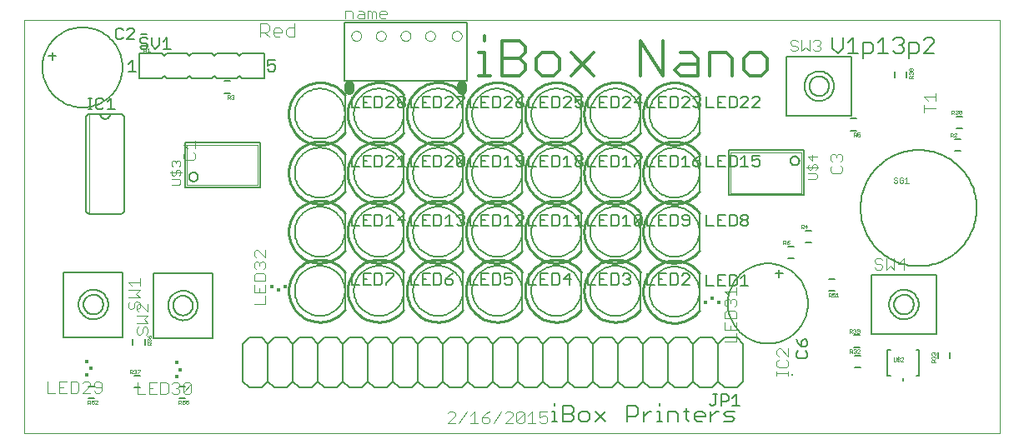
<source format=gto>
G75*
%MOIN*%
%OFA0B0*%
%FSLAX24Y24*%
%IPPOS*%
%LPD*%
%AMOC8*
5,1,8,0,0,1.08239X$1,22.5*
%
%ADD10C,0.0000*%
%ADD11C,0.0050*%
%ADD12C,0.0040*%
%ADD13C,0.0060*%
%ADD14C,0.0120*%
%ADD15C,0.0080*%
%ADD16C,0.0100*%
%ADD17C,0.0010*%
%ADD18C,0.0400*%
%ADD19C,0.0020*%
%ADD20R,0.0167X0.0128*%
%ADD21R,0.0138X0.0138*%
%ADD22R,0.0128X0.0167*%
%ADD23R,0.0077X0.0077*%
D10*
X001732Y002173D02*
X001732Y018708D01*
X040708Y018708D01*
X040708Y002173D01*
X001732Y002173D01*
X014803Y018078D02*
X014805Y018105D01*
X014811Y018132D01*
X014820Y018158D01*
X014833Y018182D01*
X014849Y018205D01*
X014868Y018224D01*
X014890Y018241D01*
X014914Y018255D01*
X014939Y018265D01*
X014966Y018272D01*
X014993Y018275D01*
X015021Y018274D01*
X015048Y018269D01*
X015074Y018261D01*
X015098Y018249D01*
X015121Y018233D01*
X015142Y018215D01*
X015159Y018194D01*
X015174Y018170D01*
X015185Y018145D01*
X015193Y018119D01*
X015197Y018092D01*
X015197Y018064D01*
X015193Y018037D01*
X015185Y018011D01*
X015174Y017986D01*
X015159Y017962D01*
X015142Y017941D01*
X015121Y017923D01*
X015099Y017907D01*
X015074Y017895D01*
X015048Y017887D01*
X015021Y017882D01*
X014993Y017881D01*
X014966Y017884D01*
X014939Y017891D01*
X014914Y017901D01*
X014890Y017915D01*
X014868Y017932D01*
X014849Y017951D01*
X014833Y017974D01*
X014820Y017998D01*
X014811Y018024D01*
X014805Y018051D01*
X014803Y018078D01*
X015787Y018078D02*
X015789Y018105D01*
X015795Y018132D01*
X015804Y018158D01*
X015817Y018182D01*
X015833Y018205D01*
X015852Y018224D01*
X015874Y018241D01*
X015898Y018255D01*
X015923Y018265D01*
X015950Y018272D01*
X015977Y018275D01*
X016005Y018274D01*
X016032Y018269D01*
X016058Y018261D01*
X016082Y018249D01*
X016105Y018233D01*
X016126Y018215D01*
X016143Y018194D01*
X016158Y018170D01*
X016169Y018145D01*
X016177Y018119D01*
X016181Y018092D01*
X016181Y018064D01*
X016177Y018037D01*
X016169Y018011D01*
X016158Y017986D01*
X016143Y017962D01*
X016126Y017941D01*
X016105Y017923D01*
X016083Y017907D01*
X016058Y017895D01*
X016032Y017887D01*
X016005Y017882D01*
X015977Y017881D01*
X015950Y017884D01*
X015923Y017891D01*
X015898Y017901D01*
X015874Y017915D01*
X015852Y017932D01*
X015833Y017951D01*
X015817Y017974D01*
X015804Y017998D01*
X015795Y018024D01*
X015789Y018051D01*
X015787Y018078D01*
X016771Y018078D02*
X016773Y018105D01*
X016779Y018132D01*
X016788Y018158D01*
X016801Y018182D01*
X016817Y018205D01*
X016836Y018224D01*
X016858Y018241D01*
X016882Y018255D01*
X016907Y018265D01*
X016934Y018272D01*
X016961Y018275D01*
X016989Y018274D01*
X017016Y018269D01*
X017042Y018261D01*
X017066Y018249D01*
X017089Y018233D01*
X017110Y018215D01*
X017127Y018194D01*
X017142Y018170D01*
X017153Y018145D01*
X017161Y018119D01*
X017165Y018092D01*
X017165Y018064D01*
X017161Y018037D01*
X017153Y018011D01*
X017142Y017986D01*
X017127Y017962D01*
X017110Y017941D01*
X017089Y017923D01*
X017067Y017907D01*
X017042Y017895D01*
X017016Y017887D01*
X016989Y017882D01*
X016961Y017881D01*
X016934Y017884D01*
X016907Y017891D01*
X016882Y017901D01*
X016858Y017915D01*
X016836Y017932D01*
X016817Y017951D01*
X016801Y017974D01*
X016788Y017998D01*
X016779Y018024D01*
X016773Y018051D01*
X016771Y018078D01*
X017755Y018078D02*
X017757Y018105D01*
X017763Y018132D01*
X017772Y018158D01*
X017785Y018182D01*
X017801Y018205D01*
X017820Y018224D01*
X017842Y018241D01*
X017866Y018255D01*
X017891Y018265D01*
X017918Y018272D01*
X017945Y018275D01*
X017973Y018274D01*
X018000Y018269D01*
X018026Y018261D01*
X018050Y018249D01*
X018073Y018233D01*
X018094Y018215D01*
X018111Y018194D01*
X018126Y018170D01*
X018137Y018145D01*
X018145Y018119D01*
X018149Y018092D01*
X018149Y018064D01*
X018145Y018037D01*
X018137Y018011D01*
X018126Y017986D01*
X018111Y017962D01*
X018094Y017941D01*
X018073Y017923D01*
X018051Y017907D01*
X018026Y017895D01*
X018000Y017887D01*
X017973Y017882D01*
X017945Y017881D01*
X017918Y017884D01*
X017891Y017891D01*
X017866Y017901D01*
X017842Y017915D01*
X017820Y017932D01*
X017801Y017951D01*
X017785Y017974D01*
X017772Y017998D01*
X017763Y018024D01*
X017757Y018051D01*
X017755Y018078D01*
X018818Y018078D02*
X018820Y018105D01*
X018826Y018132D01*
X018835Y018158D01*
X018848Y018182D01*
X018864Y018205D01*
X018883Y018224D01*
X018905Y018241D01*
X018929Y018255D01*
X018954Y018265D01*
X018981Y018272D01*
X019008Y018275D01*
X019036Y018274D01*
X019063Y018269D01*
X019089Y018261D01*
X019113Y018249D01*
X019136Y018233D01*
X019157Y018215D01*
X019174Y018194D01*
X019189Y018170D01*
X019200Y018145D01*
X019208Y018119D01*
X019212Y018092D01*
X019212Y018064D01*
X019208Y018037D01*
X019200Y018011D01*
X019189Y017986D01*
X019174Y017962D01*
X019157Y017941D01*
X019136Y017923D01*
X019114Y017907D01*
X019089Y017895D01*
X019063Y017887D01*
X019036Y017882D01*
X019008Y017881D01*
X018981Y017884D01*
X018954Y017891D01*
X018929Y017901D01*
X018905Y017915D01*
X018883Y017932D01*
X018864Y017951D01*
X018848Y017974D01*
X018835Y017998D01*
X018826Y018024D01*
X018820Y018051D01*
X018818Y018078D01*
D11*
X019409Y018630D02*
X014527Y018630D01*
X014527Y016267D01*
X019409Y016267D01*
X019409Y018630D01*
X019322Y015653D02*
X019322Y015578D01*
X019022Y015278D01*
X019022Y015203D01*
X018862Y015203D02*
X018561Y015203D01*
X018862Y015503D01*
X018862Y015578D01*
X018787Y015653D01*
X018636Y015653D01*
X018561Y015578D01*
X018401Y015578D02*
X018401Y015278D01*
X018326Y015203D01*
X018101Y015203D01*
X018101Y015653D01*
X018326Y015653D01*
X018401Y015578D01*
X017941Y015653D02*
X017641Y015653D01*
X017641Y015203D01*
X017941Y015203D01*
X017791Y015428D02*
X017641Y015428D01*
X017480Y015203D02*
X017180Y015203D01*
X017180Y015653D01*
X016960Y015578D02*
X016885Y015653D01*
X016735Y015653D01*
X016660Y015578D01*
X016660Y015503D01*
X016735Y015428D01*
X016885Y015428D01*
X016960Y015353D01*
X016960Y015278D01*
X016885Y015203D01*
X016735Y015203D01*
X016660Y015278D01*
X016660Y015353D01*
X016735Y015428D01*
X016885Y015428D02*
X016960Y015503D01*
X016960Y015578D01*
X016499Y015578D02*
X016424Y015653D01*
X016274Y015653D01*
X016199Y015578D01*
X016039Y015578D02*
X015964Y015653D01*
X015739Y015653D01*
X015739Y015203D01*
X015964Y015203D01*
X016039Y015278D01*
X016039Y015578D01*
X016199Y015203D02*
X016499Y015503D01*
X016499Y015578D01*
X016499Y015203D02*
X016199Y015203D01*
X015579Y015203D02*
X015278Y015203D01*
X015278Y015653D01*
X015579Y015653D01*
X015428Y015428D02*
X015278Y015428D01*
X015118Y015203D02*
X014818Y015203D01*
X014818Y015653D01*
X011756Y016735D02*
X011681Y016660D01*
X011530Y016660D01*
X011455Y016735D01*
X011455Y016886D02*
X011606Y016961D01*
X011681Y016961D01*
X011756Y016886D01*
X011756Y016735D01*
X011455Y016886D02*
X011455Y017111D01*
X011756Y017111D01*
X007576Y017560D02*
X007276Y017560D01*
X007426Y017560D02*
X007426Y018011D01*
X007276Y017861D01*
X007116Y017711D02*
X007116Y018011D01*
X006816Y018011D02*
X006816Y017711D01*
X006966Y017560D01*
X007116Y017711D01*
X006656Y017711D02*
X006656Y017635D01*
X006581Y017560D01*
X006430Y017560D01*
X006355Y017635D01*
X006430Y017786D02*
X006581Y017786D01*
X006656Y017711D01*
X006656Y017936D02*
X006581Y018011D01*
X006430Y018011D01*
X006355Y017936D01*
X006355Y017861D01*
X006430Y017786D01*
X006140Y017944D02*
X005840Y017944D01*
X006140Y018244D01*
X006140Y018319D01*
X006065Y018394D01*
X005915Y018394D01*
X005840Y018319D01*
X005680Y018319D02*
X005605Y018394D01*
X005455Y018394D01*
X005380Y018319D01*
X005380Y018019D01*
X005455Y017944D01*
X005605Y017944D01*
X005680Y018019D01*
X006056Y017111D02*
X005905Y016961D01*
X006056Y017111D02*
X006056Y016660D01*
X006206Y016660D02*
X005905Y016660D01*
X005203Y015586D02*
X005053Y015435D01*
X004892Y015511D02*
X004817Y015586D01*
X004667Y015586D01*
X004592Y015511D01*
X004592Y015210D01*
X004667Y015135D01*
X004817Y015135D01*
X004892Y015210D01*
X005053Y015135D02*
X005353Y015135D01*
X005203Y015135D02*
X005203Y015586D01*
X004435Y015586D02*
X004285Y015586D01*
X004360Y015586D02*
X004360Y015135D01*
X004285Y015135D02*
X004435Y015135D01*
X014818Y013291D02*
X014818Y012841D01*
X015118Y012841D01*
X015278Y012841D02*
X015579Y012841D01*
X015739Y012841D02*
X015964Y012841D01*
X016039Y012916D01*
X016039Y013216D01*
X015964Y013291D01*
X015739Y013291D01*
X015739Y012841D01*
X015428Y013066D02*
X015278Y013066D01*
X015278Y013291D02*
X015278Y012841D01*
X015278Y013291D02*
X015579Y013291D01*
X016199Y013216D02*
X016274Y013291D01*
X016424Y013291D01*
X016499Y013216D01*
X016499Y013141D01*
X016199Y012841D01*
X016499Y012841D01*
X016660Y012841D02*
X016960Y012841D01*
X016810Y012841D02*
X016810Y013291D01*
X016660Y013141D01*
X017180Y013291D02*
X017180Y012841D01*
X017480Y012841D01*
X017641Y012841D02*
X017941Y012841D01*
X018101Y012841D02*
X018326Y012841D01*
X018401Y012916D01*
X018401Y013216D01*
X018326Y013291D01*
X018101Y013291D01*
X018101Y012841D01*
X017791Y013066D02*
X017641Y013066D01*
X017641Y013291D02*
X017641Y012841D01*
X017641Y013291D02*
X017941Y013291D01*
X018561Y013216D02*
X018636Y013291D01*
X018787Y013291D01*
X018862Y013216D01*
X018862Y013141D01*
X018561Y012841D01*
X018862Y012841D01*
X019022Y012916D02*
X019322Y013216D01*
X019322Y012916D01*
X019247Y012841D01*
X019097Y012841D01*
X019022Y012916D01*
X019022Y013216D01*
X019097Y013291D01*
X019247Y013291D01*
X019322Y013216D01*
X019542Y013291D02*
X019542Y012841D01*
X019843Y012841D01*
X020003Y012841D02*
X020303Y012841D01*
X020463Y012841D02*
X020688Y012841D01*
X020763Y012916D01*
X020763Y013216D01*
X020688Y013291D01*
X020463Y013291D01*
X020463Y012841D01*
X020153Y013066D02*
X020003Y013066D01*
X020003Y013291D02*
X020003Y012841D01*
X020003Y013291D02*
X020303Y013291D01*
X020924Y013141D02*
X021074Y013291D01*
X021074Y012841D01*
X020924Y012841D02*
X021224Y012841D01*
X021384Y012916D02*
X021459Y012841D01*
X021609Y012841D01*
X021684Y012916D01*
X021684Y013216D01*
X021609Y013291D01*
X021459Y013291D01*
X021384Y013216D01*
X021384Y013141D01*
X021459Y013066D01*
X021684Y013066D01*
X021905Y012841D02*
X022205Y012841D01*
X022365Y012841D02*
X022665Y012841D01*
X022825Y012841D02*
X023051Y012841D01*
X023126Y012916D01*
X023126Y013216D01*
X023051Y013291D01*
X022825Y013291D01*
X022825Y012841D01*
X022515Y013066D02*
X022365Y013066D01*
X022365Y013291D02*
X022365Y012841D01*
X021905Y012841D02*
X021905Y013291D01*
X022365Y013291D02*
X022665Y013291D01*
X023286Y013141D02*
X023436Y013291D01*
X023436Y012841D01*
X023286Y012841D02*
X023586Y012841D01*
X023746Y012916D02*
X023746Y012991D01*
X023821Y013066D01*
X023971Y013066D01*
X024046Y012991D01*
X024046Y012916D01*
X023971Y012841D01*
X023821Y012841D01*
X023746Y012916D01*
X023821Y013066D02*
X023746Y013141D01*
X023746Y013216D01*
X023821Y013291D01*
X023971Y013291D01*
X024046Y013216D01*
X024046Y013141D01*
X023971Y013066D01*
X024267Y012841D02*
X024567Y012841D01*
X024727Y012841D02*
X025027Y012841D01*
X025188Y012841D02*
X025413Y012841D01*
X025488Y012916D01*
X025488Y013216D01*
X025413Y013291D01*
X025188Y013291D01*
X025188Y012841D01*
X024877Y013066D02*
X024727Y013066D01*
X024727Y013291D02*
X024727Y012841D01*
X024267Y012841D02*
X024267Y013291D01*
X024727Y013291D02*
X025027Y013291D01*
X025648Y013141D02*
X025798Y013291D01*
X025798Y012841D01*
X025648Y012841D02*
X025948Y012841D01*
X026108Y012841D02*
X026108Y012916D01*
X026409Y013216D01*
X026409Y013291D01*
X026108Y013291D01*
X026629Y013291D02*
X026629Y012841D01*
X026929Y012841D01*
X027089Y012841D02*
X027390Y012841D01*
X027550Y012841D02*
X027775Y012841D01*
X027850Y012916D01*
X027850Y013216D01*
X027775Y013291D01*
X027550Y013291D01*
X027550Y012841D01*
X027240Y013066D02*
X027089Y013066D01*
X027089Y013291D02*
X027089Y012841D01*
X027089Y013291D02*
X027390Y013291D01*
X028010Y013141D02*
X028160Y013291D01*
X028160Y012841D01*
X028010Y012841D02*
X028310Y012841D01*
X028471Y012916D02*
X028546Y012841D01*
X028696Y012841D01*
X028771Y012916D01*
X028771Y012991D01*
X028696Y013066D01*
X028471Y013066D01*
X028471Y012916D01*
X028471Y013066D02*
X028621Y013216D01*
X028771Y013291D01*
X028991Y013291D02*
X028991Y012841D01*
X029291Y012841D01*
X029452Y012841D02*
X029752Y012841D01*
X029912Y012841D02*
X030137Y012841D01*
X030212Y012916D01*
X030212Y013216D01*
X030137Y013291D01*
X029912Y013291D01*
X029912Y012841D01*
X029602Y013066D02*
X029452Y013066D01*
X029452Y013291D02*
X029452Y012841D01*
X029452Y013291D02*
X029752Y013291D01*
X030372Y013141D02*
X030523Y013291D01*
X030523Y012841D01*
X030673Y012841D02*
X030372Y012841D01*
X030833Y012916D02*
X030908Y012841D01*
X031058Y012841D01*
X031133Y012916D01*
X031133Y013066D01*
X031058Y013141D01*
X030983Y013141D01*
X030833Y013066D01*
X030833Y013291D01*
X031133Y013291D01*
X032204Y014889D02*
X032204Y017252D01*
X034803Y017252D01*
X034803Y014889D01*
X032204Y014889D01*
X031133Y015203D02*
X030833Y015203D01*
X031133Y015503D01*
X031133Y015578D01*
X031058Y015653D01*
X030908Y015653D01*
X030833Y015578D01*
X030673Y015578D02*
X030598Y015653D01*
X030447Y015653D01*
X030372Y015578D01*
X030212Y015578D02*
X030137Y015653D01*
X029912Y015653D01*
X029912Y015203D01*
X030137Y015203D01*
X030212Y015278D01*
X030212Y015578D01*
X030372Y015203D02*
X030673Y015503D01*
X030673Y015578D01*
X030673Y015203D02*
X030372Y015203D01*
X029752Y015203D02*
X029452Y015203D01*
X029452Y015653D01*
X029752Y015653D01*
X029602Y015428D02*
X029452Y015428D01*
X029291Y015203D02*
X028991Y015203D01*
X028991Y015653D01*
X028771Y015578D02*
X028771Y015503D01*
X028696Y015428D01*
X028771Y015353D01*
X028771Y015278D01*
X028696Y015203D01*
X028546Y015203D01*
X028471Y015278D01*
X028310Y015203D02*
X028010Y015203D01*
X028310Y015503D01*
X028310Y015578D01*
X028235Y015653D01*
X028085Y015653D01*
X028010Y015578D01*
X027850Y015578D02*
X027775Y015653D01*
X027550Y015653D01*
X027550Y015203D01*
X027775Y015203D01*
X027850Y015278D01*
X027850Y015578D01*
X027390Y015653D02*
X027089Y015653D01*
X027089Y015203D01*
X027390Y015203D01*
X027240Y015428D02*
X027089Y015428D01*
X026929Y015203D02*
X026629Y015203D01*
X026629Y015653D01*
X026334Y015653D02*
X026108Y015428D01*
X026409Y015428D01*
X026334Y015203D02*
X026334Y015653D01*
X025948Y015578D02*
X025873Y015653D01*
X025723Y015653D01*
X025648Y015578D01*
X025488Y015578D02*
X025413Y015653D01*
X025188Y015653D01*
X025188Y015203D01*
X025413Y015203D01*
X025488Y015278D01*
X025488Y015578D01*
X025648Y015203D02*
X025948Y015503D01*
X025948Y015578D01*
X025948Y015203D02*
X025648Y015203D01*
X025027Y015203D02*
X024727Y015203D01*
X024727Y015653D01*
X025027Y015653D01*
X024877Y015428D02*
X024727Y015428D01*
X024567Y015203D02*
X024267Y015203D01*
X024267Y015653D01*
X024046Y015653D02*
X023746Y015653D01*
X023746Y015428D01*
X023896Y015503D01*
X023971Y015503D01*
X024046Y015428D01*
X024046Y015278D01*
X023971Y015203D01*
X023821Y015203D01*
X023746Y015278D01*
X023586Y015203D02*
X023286Y015203D01*
X023586Y015503D01*
X023586Y015578D01*
X023511Y015653D01*
X023361Y015653D01*
X023286Y015578D01*
X023126Y015578D02*
X023051Y015653D01*
X022825Y015653D01*
X022825Y015203D01*
X023051Y015203D01*
X023126Y015278D01*
X023126Y015578D01*
X022665Y015653D02*
X022365Y015653D01*
X022365Y015203D01*
X022665Y015203D01*
X022515Y015428D02*
X022365Y015428D01*
X022205Y015203D02*
X021905Y015203D01*
X021905Y015653D01*
X021684Y015653D02*
X021534Y015578D01*
X021384Y015428D01*
X021609Y015428D01*
X021684Y015353D01*
X021684Y015278D01*
X021609Y015203D01*
X021459Y015203D01*
X021384Y015278D01*
X021384Y015428D01*
X021224Y015503D02*
X021224Y015578D01*
X021149Y015653D01*
X020999Y015653D01*
X020924Y015578D01*
X020763Y015578D02*
X020688Y015653D01*
X020463Y015653D01*
X020463Y015203D01*
X020688Y015203D01*
X020763Y015278D01*
X020763Y015578D01*
X020924Y015203D02*
X021224Y015503D01*
X021224Y015203D02*
X020924Y015203D01*
X020303Y015203D02*
X020003Y015203D01*
X020003Y015653D01*
X020303Y015653D01*
X020153Y015428D02*
X020003Y015428D01*
X019843Y015203D02*
X019542Y015203D01*
X019542Y015653D01*
X019322Y015653D02*
X019022Y015653D01*
X028471Y015578D02*
X028546Y015653D01*
X028696Y015653D01*
X028771Y015578D01*
X028696Y015428D02*
X028621Y015428D01*
X033110Y016070D02*
X033112Y016109D01*
X033118Y016148D01*
X033128Y016186D01*
X033141Y016223D01*
X033158Y016258D01*
X033178Y016292D01*
X033202Y016323D01*
X033229Y016352D01*
X033258Y016378D01*
X033290Y016401D01*
X033324Y016421D01*
X033360Y016437D01*
X033397Y016449D01*
X033436Y016458D01*
X033475Y016463D01*
X033514Y016464D01*
X033553Y016461D01*
X033592Y016454D01*
X033629Y016443D01*
X033666Y016429D01*
X033701Y016411D01*
X033734Y016390D01*
X033765Y016365D01*
X033793Y016338D01*
X033818Y016308D01*
X033840Y016275D01*
X033859Y016241D01*
X033874Y016205D01*
X033886Y016167D01*
X033894Y016129D01*
X033898Y016090D01*
X033898Y016050D01*
X033894Y016011D01*
X033886Y015973D01*
X033874Y015935D01*
X033859Y015899D01*
X033840Y015865D01*
X033818Y015832D01*
X033793Y015802D01*
X033765Y015775D01*
X033734Y015750D01*
X033701Y015729D01*
X033666Y015711D01*
X033629Y015697D01*
X033592Y015686D01*
X033553Y015679D01*
X033514Y015676D01*
X033475Y015677D01*
X033436Y015682D01*
X033397Y015691D01*
X033360Y015703D01*
X033324Y015719D01*
X033290Y015739D01*
X033258Y015762D01*
X033229Y015788D01*
X033202Y015817D01*
X033178Y015848D01*
X033158Y015882D01*
X033141Y015917D01*
X033128Y015954D01*
X033118Y015992D01*
X033112Y016031D01*
X033110Y016070D01*
X032912Y016070D02*
X032914Y016118D01*
X032920Y016166D01*
X032930Y016213D01*
X032943Y016260D01*
X032961Y016305D01*
X032982Y016348D01*
X033006Y016390D01*
X033034Y016430D01*
X033065Y016467D01*
X033098Y016501D01*
X033135Y016533D01*
X033174Y016561D01*
X033215Y016587D01*
X033258Y016609D01*
X033303Y016627D01*
X033349Y016641D01*
X033396Y016652D01*
X033444Y016659D01*
X033492Y016662D01*
X033540Y016661D01*
X033588Y016656D01*
X033636Y016647D01*
X033682Y016634D01*
X033728Y016618D01*
X033772Y016598D01*
X033814Y016574D01*
X033854Y016548D01*
X033892Y016517D01*
X033927Y016484D01*
X033959Y016448D01*
X033989Y016410D01*
X034015Y016369D01*
X034037Y016327D01*
X034057Y016283D01*
X034072Y016237D01*
X034084Y016190D01*
X034092Y016142D01*
X034096Y016094D01*
X034096Y016046D01*
X034092Y015998D01*
X034084Y015950D01*
X034072Y015903D01*
X034057Y015857D01*
X034037Y015813D01*
X034015Y015771D01*
X033989Y015730D01*
X033959Y015692D01*
X033927Y015656D01*
X033892Y015623D01*
X033854Y015592D01*
X033814Y015566D01*
X033772Y015542D01*
X033728Y015522D01*
X033682Y015506D01*
X033636Y015493D01*
X033588Y015484D01*
X033540Y015479D01*
X033492Y015478D01*
X033444Y015481D01*
X033396Y015488D01*
X033349Y015499D01*
X033303Y015513D01*
X033258Y015531D01*
X033215Y015553D01*
X033174Y015579D01*
X033135Y015607D01*
X033098Y015639D01*
X033065Y015673D01*
X033034Y015710D01*
X033006Y015750D01*
X032982Y015792D01*
X032961Y015835D01*
X032943Y015880D01*
X032930Y015927D01*
X032920Y015974D01*
X032914Y016022D01*
X032912Y016070D01*
X034244Y017395D02*
X034447Y017598D01*
X034447Y018005D01*
X034648Y017802D02*
X034852Y018005D01*
X034852Y017395D01*
X035055Y017395D02*
X034648Y017395D01*
X034244Y017395D02*
X034040Y017598D01*
X034040Y018005D01*
X035256Y017802D02*
X035256Y017191D01*
X035256Y017395D02*
X035561Y017395D01*
X035663Y017496D01*
X035663Y017700D01*
X035561Y017802D01*
X035256Y017802D01*
X035864Y017802D02*
X036067Y018005D01*
X036067Y017395D01*
X035864Y017395D02*
X036271Y017395D01*
X036471Y017496D02*
X036573Y017395D01*
X036777Y017395D01*
X036878Y017496D01*
X036878Y017598D01*
X036777Y017700D01*
X036675Y017700D01*
X036777Y017700D02*
X036878Y017802D01*
X036878Y017903D01*
X036777Y018005D01*
X036573Y018005D01*
X036471Y017903D01*
X037079Y017802D02*
X037384Y017802D01*
X037486Y017700D01*
X037486Y017496D01*
X037384Y017395D01*
X037079Y017395D01*
X037079Y017191D02*
X037079Y017802D01*
X037687Y017903D02*
X037788Y018005D01*
X037992Y018005D01*
X038094Y017903D01*
X038094Y017802D01*
X037687Y017395D01*
X038094Y017395D01*
X030673Y010854D02*
X030598Y010929D01*
X030447Y010929D01*
X030372Y010854D01*
X030372Y010779D01*
X030447Y010704D01*
X030598Y010704D01*
X030673Y010629D01*
X030673Y010554D01*
X030598Y010479D01*
X030447Y010479D01*
X030372Y010554D01*
X030372Y010629D01*
X030447Y010704D01*
X030598Y010704D02*
X030673Y010779D01*
X030673Y010854D01*
X030212Y010854D02*
X030137Y010929D01*
X029912Y010929D01*
X029912Y010479D01*
X030137Y010479D01*
X030212Y010554D01*
X030212Y010854D01*
X029752Y010929D02*
X029452Y010929D01*
X029452Y010479D01*
X029752Y010479D01*
X029602Y010704D02*
X029452Y010704D01*
X029291Y010479D02*
X028991Y010479D01*
X028991Y010929D01*
X028310Y010854D02*
X028310Y010554D01*
X028235Y010479D01*
X028085Y010479D01*
X028010Y010554D01*
X027850Y010554D02*
X027850Y010854D01*
X027775Y010929D01*
X027550Y010929D01*
X027550Y010479D01*
X027775Y010479D01*
X027850Y010554D01*
X028010Y010779D02*
X028085Y010704D01*
X028310Y010704D01*
X028310Y010854D02*
X028235Y010929D01*
X028085Y010929D01*
X028010Y010854D01*
X028010Y010779D01*
X027390Y010929D02*
X027089Y010929D01*
X027089Y010479D01*
X027390Y010479D01*
X027240Y010704D02*
X027089Y010704D01*
X026929Y010479D02*
X026629Y010479D01*
X026629Y010929D01*
X026409Y010854D02*
X026108Y010554D01*
X026183Y010479D01*
X026334Y010479D01*
X026409Y010554D01*
X026409Y010854D01*
X026334Y010929D01*
X026183Y010929D01*
X026108Y010854D01*
X026108Y010554D01*
X025948Y010479D02*
X025648Y010479D01*
X025798Y010479D02*
X025798Y010929D01*
X025648Y010779D01*
X025488Y010854D02*
X025413Y010929D01*
X025188Y010929D01*
X025188Y010479D01*
X025413Y010479D01*
X025488Y010554D01*
X025488Y010854D01*
X025027Y010929D02*
X024727Y010929D01*
X024727Y010479D01*
X025027Y010479D01*
X024877Y010704D02*
X024727Y010704D01*
X024567Y010479D02*
X024267Y010479D01*
X024267Y010929D01*
X023896Y010929D02*
X023746Y010779D01*
X023896Y010929D02*
X023896Y010479D01*
X023746Y010479D02*
X024046Y010479D01*
X023586Y010479D02*
X023286Y010479D01*
X023436Y010479D02*
X023436Y010929D01*
X023286Y010779D01*
X023126Y010854D02*
X023126Y010554D01*
X023051Y010479D01*
X022825Y010479D01*
X022825Y010929D01*
X023051Y010929D01*
X023126Y010854D01*
X022665Y010929D02*
X022365Y010929D01*
X022365Y010479D01*
X022665Y010479D01*
X022515Y010704D02*
X022365Y010704D01*
X022205Y010479D02*
X021905Y010479D01*
X021905Y010929D01*
X021684Y010854D02*
X021609Y010929D01*
X021459Y010929D01*
X021384Y010854D01*
X021684Y010854D02*
X021684Y010779D01*
X021384Y010479D01*
X021684Y010479D01*
X021224Y010479D02*
X020924Y010479D01*
X021074Y010479D02*
X021074Y010929D01*
X020924Y010779D01*
X020763Y010854D02*
X020688Y010929D01*
X020463Y010929D01*
X020463Y010479D01*
X020688Y010479D01*
X020763Y010554D01*
X020763Y010854D01*
X020303Y010929D02*
X020003Y010929D01*
X020003Y010479D01*
X020303Y010479D01*
X020153Y010704D02*
X020003Y010704D01*
X019843Y010479D02*
X019542Y010479D01*
X019542Y010929D01*
X019322Y010854D02*
X019322Y010779D01*
X019247Y010704D01*
X019322Y010629D01*
X019322Y010554D01*
X019247Y010479D01*
X019097Y010479D01*
X019022Y010554D01*
X018862Y010479D02*
X018561Y010479D01*
X018711Y010479D02*
X018711Y010929D01*
X018561Y010779D01*
X018401Y010854D02*
X018401Y010554D01*
X018326Y010479D01*
X018101Y010479D01*
X018101Y010929D01*
X018326Y010929D01*
X018401Y010854D01*
X017941Y010929D02*
X017641Y010929D01*
X017641Y010479D01*
X017941Y010479D01*
X017791Y010704D02*
X017641Y010704D01*
X017480Y010479D02*
X017180Y010479D01*
X017180Y010929D01*
X016885Y010929D02*
X016660Y010704D01*
X016960Y010704D01*
X016885Y010479D02*
X016885Y010929D01*
X016349Y010929D02*
X016349Y010479D01*
X016199Y010479D02*
X016499Y010479D01*
X016199Y010779D02*
X016349Y010929D01*
X016039Y010854D02*
X015964Y010929D01*
X015739Y010929D01*
X015739Y010479D01*
X015964Y010479D01*
X016039Y010554D01*
X016039Y010854D01*
X015579Y010929D02*
X015278Y010929D01*
X015278Y010479D01*
X015579Y010479D01*
X015428Y010704D02*
X015278Y010704D01*
X015118Y010479D02*
X014818Y010479D01*
X014818Y010929D01*
X019022Y010854D02*
X019097Y010929D01*
X019247Y010929D01*
X019322Y010854D01*
X019247Y010704D02*
X019172Y010704D01*
X018862Y008567D02*
X018711Y008492D01*
X018561Y008342D01*
X018787Y008342D01*
X018862Y008267D01*
X018862Y008192D01*
X018787Y008116D01*
X018636Y008116D01*
X018561Y008192D01*
X018561Y008342D01*
X018401Y008492D02*
X018326Y008567D01*
X018101Y008567D01*
X018101Y008116D01*
X018326Y008116D01*
X018401Y008192D01*
X018401Y008492D01*
X017941Y008567D02*
X017641Y008567D01*
X017641Y008116D01*
X017941Y008116D01*
X017791Y008342D02*
X017641Y008342D01*
X017480Y008116D02*
X017180Y008116D01*
X017180Y008567D01*
X016499Y008567D02*
X016499Y008492D01*
X016199Y008192D01*
X016199Y008116D01*
X016039Y008192D02*
X016039Y008492D01*
X015964Y008567D01*
X015739Y008567D01*
X015739Y008116D01*
X015964Y008116D01*
X016039Y008192D01*
X016199Y008567D02*
X016499Y008567D01*
X015579Y008567D02*
X015278Y008567D01*
X015278Y008116D01*
X015579Y008116D01*
X015428Y008342D02*
X015278Y008342D01*
X015118Y008116D02*
X014818Y008116D01*
X014818Y008567D01*
X019542Y008567D02*
X019542Y008116D01*
X019843Y008116D01*
X020003Y008116D02*
X020303Y008116D01*
X020463Y008116D02*
X020688Y008116D01*
X020763Y008192D01*
X020763Y008492D01*
X020688Y008567D01*
X020463Y008567D01*
X020463Y008116D01*
X020153Y008342D02*
X020003Y008342D01*
X020003Y008567D02*
X020003Y008116D01*
X020003Y008567D02*
X020303Y008567D01*
X020924Y008567D02*
X020924Y008342D01*
X021074Y008417D01*
X021149Y008417D01*
X021224Y008342D01*
X021224Y008192D01*
X021149Y008116D01*
X020999Y008116D01*
X020924Y008192D01*
X020924Y008567D02*
X021224Y008567D01*
X021905Y008567D02*
X021905Y008116D01*
X022205Y008116D01*
X022365Y008116D02*
X022665Y008116D01*
X022825Y008116D02*
X023051Y008116D01*
X023126Y008192D01*
X023126Y008492D01*
X023051Y008567D01*
X022825Y008567D01*
X022825Y008116D01*
X022515Y008342D02*
X022365Y008342D01*
X022365Y008567D02*
X022365Y008116D01*
X022365Y008567D02*
X022665Y008567D01*
X023286Y008342D02*
X023586Y008342D01*
X023511Y008567D02*
X023511Y008116D01*
X023286Y008342D02*
X023511Y008567D01*
X024267Y008567D02*
X024267Y008116D01*
X024567Y008116D01*
X024727Y008116D02*
X025027Y008116D01*
X025188Y008116D02*
X025413Y008116D01*
X025488Y008192D01*
X025488Y008492D01*
X025413Y008567D01*
X025188Y008567D01*
X025188Y008116D01*
X024877Y008342D02*
X024727Y008342D01*
X024727Y008567D02*
X024727Y008116D01*
X024727Y008567D02*
X025027Y008567D01*
X025648Y008492D02*
X025723Y008567D01*
X025873Y008567D01*
X025948Y008492D01*
X025948Y008417D01*
X025873Y008342D01*
X025948Y008267D01*
X025948Y008192D01*
X025873Y008116D01*
X025723Y008116D01*
X025648Y008192D01*
X025798Y008342D02*
X025873Y008342D01*
X026629Y008567D02*
X026629Y008116D01*
X026929Y008116D01*
X027089Y008116D02*
X027390Y008116D01*
X027550Y008116D02*
X027775Y008116D01*
X027850Y008192D01*
X027850Y008492D01*
X027775Y008567D01*
X027550Y008567D01*
X027550Y008116D01*
X027240Y008342D02*
X027089Y008342D01*
X027089Y008567D02*
X027089Y008116D01*
X027089Y008567D02*
X027390Y008567D01*
X028010Y008492D02*
X028085Y008567D01*
X028235Y008567D01*
X028310Y008492D01*
X028310Y008417D01*
X028010Y008116D01*
X028310Y008116D01*
X028991Y008077D02*
X028991Y008528D01*
X029452Y008528D02*
X029452Y008077D01*
X029752Y008077D01*
X029912Y008077D02*
X030137Y008077D01*
X030212Y008152D01*
X030212Y008452D01*
X030137Y008528D01*
X029912Y008528D01*
X029912Y008077D01*
X029602Y008302D02*
X029452Y008302D01*
X029452Y008528D02*
X029752Y008528D01*
X030372Y008377D02*
X030523Y008528D01*
X030523Y008077D01*
X030673Y008077D02*
X030372Y008077D01*
X029291Y008077D02*
X028991Y008077D01*
X032581Y005935D02*
X032656Y005784D01*
X032806Y005634D01*
X032806Y005859D01*
X032881Y005935D01*
X032956Y005935D01*
X033031Y005859D01*
X033031Y005709D01*
X032956Y005634D01*
X032806Y005634D01*
X032656Y005474D02*
X032581Y005399D01*
X032581Y005249D01*
X032656Y005174D01*
X032956Y005174D01*
X033031Y005249D01*
X033031Y005399D01*
X032956Y005474D01*
X035590Y006149D02*
X035590Y008511D01*
X038189Y008511D01*
X038189Y006149D01*
X035590Y006149D01*
X036495Y007330D02*
X036497Y007369D01*
X036503Y007408D01*
X036513Y007446D01*
X036526Y007483D01*
X036543Y007518D01*
X036563Y007552D01*
X036587Y007583D01*
X036614Y007612D01*
X036643Y007638D01*
X036675Y007661D01*
X036709Y007681D01*
X036745Y007697D01*
X036782Y007709D01*
X036821Y007718D01*
X036860Y007723D01*
X036899Y007724D01*
X036938Y007721D01*
X036977Y007714D01*
X037014Y007703D01*
X037051Y007689D01*
X037086Y007671D01*
X037119Y007650D01*
X037150Y007625D01*
X037178Y007598D01*
X037203Y007568D01*
X037225Y007535D01*
X037244Y007501D01*
X037259Y007465D01*
X037271Y007427D01*
X037279Y007389D01*
X037283Y007350D01*
X037283Y007310D01*
X037279Y007271D01*
X037271Y007233D01*
X037259Y007195D01*
X037244Y007159D01*
X037225Y007125D01*
X037203Y007092D01*
X037178Y007062D01*
X037150Y007035D01*
X037119Y007010D01*
X037086Y006989D01*
X037051Y006971D01*
X037014Y006957D01*
X036977Y006946D01*
X036938Y006939D01*
X036899Y006936D01*
X036860Y006937D01*
X036821Y006942D01*
X036782Y006951D01*
X036745Y006963D01*
X036709Y006979D01*
X036675Y006999D01*
X036643Y007022D01*
X036614Y007048D01*
X036587Y007077D01*
X036563Y007108D01*
X036543Y007142D01*
X036526Y007177D01*
X036513Y007214D01*
X036503Y007252D01*
X036497Y007291D01*
X036495Y007330D01*
X036297Y007330D02*
X036299Y007378D01*
X036305Y007426D01*
X036315Y007473D01*
X036328Y007520D01*
X036346Y007565D01*
X036367Y007608D01*
X036391Y007650D01*
X036419Y007690D01*
X036450Y007727D01*
X036483Y007761D01*
X036520Y007793D01*
X036559Y007821D01*
X036600Y007847D01*
X036643Y007869D01*
X036688Y007887D01*
X036734Y007901D01*
X036781Y007912D01*
X036829Y007919D01*
X036877Y007922D01*
X036925Y007921D01*
X036973Y007916D01*
X037021Y007907D01*
X037067Y007894D01*
X037113Y007878D01*
X037157Y007858D01*
X037199Y007834D01*
X037239Y007808D01*
X037277Y007777D01*
X037312Y007744D01*
X037344Y007708D01*
X037374Y007670D01*
X037400Y007629D01*
X037422Y007587D01*
X037442Y007543D01*
X037457Y007497D01*
X037469Y007450D01*
X037477Y007402D01*
X037481Y007354D01*
X037481Y007306D01*
X037477Y007258D01*
X037469Y007210D01*
X037457Y007163D01*
X037442Y007117D01*
X037422Y007073D01*
X037400Y007031D01*
X037374Y006990D01*
X037344Y006952D01*
X037312Y006916D01*
X037277Y006883D01*
X037239Y006852D01*
X037199Y006826D01*
X037157Y006802D01*
X037113Y006782D01*
X037067Y006766D01*
X037021Y006753D01*
X036973Y006744D01*
X036925Y006739D01*
X036877Y006738D01*
X036829Y006741D01*
X036781Y006748D01*
X036734Y006759D01*
X036688Y006773D01*
X036643Y006791D01*
X036600Y006813D01*
X036559Y006839D01*
X036520Y006867D01*
X036483Y006899D01*
X036450Y006933D01*
X036419Y006970D01*
X036391Y007010D01*
X036367Y007052D01*
X036346Y007095D01*
X036328Y007140D01*
X036315Y007187D01*
X036305Y007234D01*
X036299Y007282D01*
X036297Y007330D01*
X030187Y003733D02*
X030187Y003282D01*
X030037Y003282D02*
X030337Y003282D01*
X029877Y003508D02*
X029802Y003433D01*
X029576Y003433D01*
X029576Y003282D02*
X029576Y003733D01*
X029802Y003733D01*
X029877Y003658D01*
X029877Y003508D01*
X030037Y003583D02*
X030187Y003733D01*
X029416Y003733D02*
X029266Y003733D01*
X029341Y003733D02*
X029341Y003358D01*
X029266Y003282D01*
X029191Y003282D01*
X029116Y003358D01*
X009252Y005992D02*
X006889Y005992D01*
X006889Y008590D01*
X009252Y008590D01*
X009252Y005992D01*
X007677Y007291D02*
X007679Y007330D01*
X007685Y007369D01*
X007695Y007407D01*
X007708Y007444D01*
X007725Y007479D01*
X007745Y007513D01*
X007769Y007544D01*
X007796Y007573D01*
X007825Y007599D01*
X007857Y007622D01*
X007891Y007642D01*
X007927Y007658D01*
X007964Y007670D01*
X008003Y007679D01*
X008042Y007684D01*
X008081Y007685D01*
X008120Y007682D01*
X008159Y007675D01*
X008196Y007664D01*
X008233Y007650D01*
X008268Y007632D01*
X008301Y007611D01*
X008332Y007586D01*
X008360Y007559D01*
X008385Y007529D01*
X008407Y007496D01*
X008426Y007462D01*
X008441Y007426D01*
X008453Y007388D01*
X008461Y007350D01*
X008465Y007311D01*
X008465Y007271D01*
X008461Y007232D01*
X008453Y007194D01*
X008441Y007156D01*
X008426Y007120D01*
X008407Y007086D01*
X008385Y007053D01*
X008360Y007023D01*
X008332Y006996D01*
X008301Y006971D01*
X008268Y006950D01*
X008233Y006932D01*
X008196Y006918D01*
X008159Y006907D01*
X008120Y006900D01*
X008081Y006897D01*
X008042Y006898D01*
X008003Y006903D01*
X007964Y006912D01*
X007927Y006924D01*
X007891Y006940D01*
X007857Y006960D01*
X007825Y006983D01*
X007796Y007009D01*
X007769Y007038D01*
X007745Y007069D01*
X007725Y007103D01*
X007708Y007138D01*
X007695Y007175D01*
X007685Y007213D01*
X007679Y007252D01*
X007677Y007291D01*
X007479Y007291D02*
X007481Y007339D01*
X007487Y007387D01*
X007497Y007434D01*
X007510Y007481D01*
X007528Y007526D01*
X007549Y007569D01*
X007573Y007611D01*
X007601Y007651D01*
X007632Y007688D01*
X007665Y007722D01*
X007702Y007754D01*
X007741Y007782D01*
X007782Y007808D01*
X007825Y007830D01*
X007870Y007848D01*
X007916Y007862D01*
X007963Y007873D01*
X008011Y007880D01*
X008059Y007883D01*
X008107Y007882D01*
X008155Y007877D01*
X008203Y007868D01*
X008249Y007855D01*
X008295Y007839D01*
X008339Y007819D01*
X008381Y007795D01*
X008421Y007769D01*
X008459Y007738D01*
X008494Y007705D01*
X008526Y007669D01*
X008556Y007631D01*
X008582Y007590D01*
X008604Y007548D01*
X008624Y007504D01*
X008639Y007458D01*
X008651Y007411D01*
X008659Y007363D01*
X008663Y007315D01*
X008663Y007267D01*
X008659Y007219D01*
X008651Y007171D01*
X008639Y007124D01*
X008624Y007078D01*
X008604Y007034D01*
X008582Y006992D01*
X008556Y006951D01*
X008526Y006913D01*
X008494Y006877D01*
X008459Y006844D01*
X008421Y006813D01*
X008381Y006787D01*
X008339Y006763D01*
X008295Y006743D01*
X008249Y006727D01*
X008203Y006714D01*
X008155Y006705D01*
X008107Y006700D01*
X008059Y006699D01*
X008011Y006702D01*
X007963Y006709D01*
X007916Y006720D01*
X007870Y006734D01*
X007825Y006752D01*
X007782Y006774D01*
X007741Y006800D01*
X007702Y006828D01*
X007665Y006860D01*
X007632Y006894D01*
X007601Y006931D01*
X007573Y006971D01*
X007549Y007013D01*
X007528Y007056D01*
X007510Y007101D01*
X007497Y007148D01*
X007487Y007195D01*
X007481Y007243D01*
X007479Y007291D01*
X005669Y006031D02*
X003307Y006031D01*
X003307Y008630D01*
X005669Y008630D01*
X005669Y006031D01*
X004094Y007330D02*
X004096Y007369D01*
X004102Y007408D01*
X004112Y007446D01*
X004125Y007483D01*
X004142Y007518D01*
X004162Y007552D01*
X004186Y007583D01*
X004213Y007612D01*
X004242Y007638D01*
X004274Y007661D01*
X004308Y007681D01*
X004344Y007697D01*
X004381Y007709D01*
X004420Y007718D01*
X004459Y007723D01*
X004498Y007724D01*
X004537Y007721D01*
X004576Y007714D01*
X004613Y007703D01*
X004650Y007689D01*
X004685Y007671D01*
X004718Y007650D01*
X004749Y007625D01*
X004777Y007598D01*
X004802Y007568D01*
X004824Y007535D01*
X004843Y007501D01*
X004858Y007465D01*
X004870Y007427D01*
X004878Y007389D01*
X004882Y007350D01*
X004882Y007310D01*
X004878Y007271D01*
X004870Y007233D01*
X004858Y007195D01*
X004843Y007159D01*
X004824Y007125D01*
X004802Y007092D01*
X004777Y007062D01*
X004749Y007035D01*
X004718Y007010D01*
X004685Y006989D01*
X004650Y006971D01*
X004613Y006957D01*
X004576Y006946D01*
X004537Y006939D01*
X004498Y006936D01*
X004459Y006937D01*
X004420Y006942D01*
X004381Y006951D01*
X004344Y006963D01*
X004308Y006979D01*
X004274Y006999D01*
X004242Y007022D01*
X004213Y007048D01*
X004186Y007077D01*
X004162Y007108D01*
X004142Y007142D01*
X004125Y007177D01*
X004112Y007214D01*
X004102Y007252D01*
X004096Y007291D01*
X004094Y007330D01*
X003896Y007330D02*
X003898Y007378D01*
X003904Y007426D01*
X003914Y007473D01*
X003927Y007520D01*
X003945Y007565D01*
X003966Y007608D01*
X003990Y007650D01*
X004018Y007690D01*
X004049Y007727D01*
X004082Y007761D01*
X004119Y007793D01*
X004158Y007821D01*
X004199Y007847D01*
X004242Y007869D01*
X004287Y007887D01*
X004333Y007901D01*
X004380Y007912D01*
X004428Y007919D01*
X004476Y007922D01*
X004524Y007921D01*
X004572Y007916D01*
X004620Y007907D01*
X004666Y007894D01*
X004712Y007878D01*
X004756Y007858D01*
X004798Y007834D01*
X004838Y007808D01*
X004876Y007777D01*
X004911Y007744D01*
X004943Y007708D01*
X004973Y007670D01*
X004999Y007629D01*
X005021Y007587D01*
X005041Y007543D01*
X005056Y007497D01*
X005068Y007450D01*
X005076Y007402D01*
X005080Y007354D01*
X005080Y007306D01*
X005076Y007258D01*
X005068Y007210D01*
X005056Y007163D01*
X005041Y007117D01*
X005021Y007073D01*
X004999Y007031D01*
X004973Y006990D01*
X004943Y006952D01*
X004911Y006916D01*
X004876Y006883D01*
X004838Y006852D01*
X004798Y006826D01*
X004756Y006802D01*
X004712Y006782D01*
X004666Y006766D01*
X004620Y006753D01*
X004572Y006744D01*
X004524Y006739D01*
X004476Y006738D01*
X004428Y006741D01*
X004380Y006748D01*
X004333Y006759D01*
X004287Y006773D01*
X004242Y006791D01*
X004199Y006813D01*
X004158Y006839D01*
X004119Y006867D01*
X004082Y006899D01*
X004049Y006933D01*
X004018Y006970D01*
X003990Y007010D01*
X003966Y007052D01*
X003945Y007095D01*
X003927Y007140D01*
X003914Y007187D01*
X003904Y007234D01*
X003898Y007282D01*
X003896Y007330D01*
D12*
X005885Y007380D02*
X005885Y007227D01*
X005962Y007150D01*
X006039Y007150D01*
X006116Y007227D01*
X006116Y007380D01*
X006192Y007457D01*
X006269Y007457D01*
X006346Y007380D01*
X006346Y007227D01*
X006269Y007150D01*
X006212Y007127D02*
X006289Y007051D01*
X006212Y007127D02*
X006212Y007281D01*
X006289Y007358D01*
X006366Y007358D01*
X006673Y007051D01*
X006673Y007358D01*
X006346Y007611D02*
X006192Y007764D01*
X006346Y007918D01*
X005885Y007918D01*
X006039Y008071D02*
X005885Y008224D01*
X006346Y008224D01*
X006346Y008071D02*
X006346Y008378D01*
X006346Y007611D02*
X005885Y007611D01*
X005962Y007457D02*
X005885Y007380D01*
X006212Y006897D02*
X006673Y006897D01*
X006519Y006744D01*
X006673Y006590D01*
X006212Y006590D01*
X006289Y006437D02*
X006212Y006360D01*
X006212Y006207D01*
X006289Y006130D01*
X006366Y006130D01*
X006442Y006207D01*
X006442Y006360D01*
X006519Y006437D01*
X006596Y006437D01*
X006673Y006360D01*
X006673Y006207D01*
X006596Y006130D01*
X006710Y004212D02*
X006710Y003752D01*
X007017Y003752D01*
X007170Y003752D02*
X007400Y003752D01*
X007477Y003829D01*
X007477Y004136D01*
X007400Y004212D01*
X007170Y004212D01*
X007170Y003752D01*
X006863Y003982D02*
X006710Y003982D01*
X006710Y004212D02*
X007017Y004212D01*
X007630Y004136D02*
X007707Y004212D01*
X007861Y004212D01*
X007937Y004136D01*
X007937Y004059D01*
X007861Y003982D01*
X007937Y003905D01*
X007937Y003829D01*
X007861Y003752D01*
X007707Y003752D01*
X007630Y003829D01*
X007784Y003982D02*
X007861Y003982D01*
X008091Y003829D02*
X008091Y004136D01*
X008168Y004212D01*
X008321Y004212D01*
X008398Y004136D01*
X008091Y003829D01*
X008168Y003752D01*
X008321Y003752D01*
X008398Y003829D01*
X008398Y004136D01*
X006556Y003752D02*
X006249Y003752D01*
X006249Y004212D01*
X004815Y004175D02*
X004815Y003868D01*
X004738Y003791D01*
X004585Y003791D01*
X004508Y003868D01*
X004355Y003791D02*
X004048Y003791D01*
X004355Y004098D01*
X004355Y004175D01*
X004278Y004252D01*
X004124Y004252D01*
X004048Y004175D01*
X003894Y004175D02*
X003818Y004252D01*
X003587Y004252D01*
X003587Y003791D01*
X003818Y003791D01*
X003894Y003868D01*
X003894Y004175D01*
X004508Y004175D02*
X004585Y004252D01*
X004738Y004252D01*
X004815Y004175D01*
X004815Y004021D02*
X004585Y004021D01*
X004508Y004098D01*
X004508Y004175D01*
X003434Y004252D02*
X003127Y004252D01*
X003127Y003791D01*
X003434Y003791D01*
X003280Y004021D02*
X003127Y004021D01*
X002973Y003791D02*
X002667Y003791D01*
X002667Y004252D01*
X010909Y007362D02*
X011369Y007362D01*
X011369Y007669D01*
X011369Y007823D02*
X010909Y007823D01*
X010909Y008129D01*
X010909Y008283D02*
X010909Y008513D01*
X010986Y008590D01*
X011293Y008590D01*
X011369Y008513D01*
X011369Y008283D01*
X010909Y008283D01*
X011139Y007976D02*
X011139Y007823D01*
X011369Y007823D02*
X011369Y008129D01*
X011293Y008743D02*
X011369Y008820D01*
X011369Y008973D01*
X011293Y009050D01*
X011216Y009050D01*
X011139Y008973D01*
X011139Y008897D01*
X011139Y008973D02*
X011063Y009050D01*
X010986Y009050D01*
X010909Y008973D01*
X010909Y008820D01*
X010986Y008743D01*
X010986Y009204D02*
X010909Y009280D01*
X010909Y009434D01*
X010986Y009511D01*
X011063Y009511D01*
X011369Y009204D01*
X011369Y009511D01*
X007974Y012181D02*
X007974Y012301D01*
X007913Y012361D01*
X007613Y012361D01*
X007673Y012489D02*
X007613Y012549D01*
X007613Y012669D01*
X007673Y012729D01*
X007673Y012857D02*
X007613Y012918D01*
X007613Y013038D01*
X007673Y013098D01*
X007733Y013098D01*
X007793Y013038D01*
X007853Y013098D01*
X007913Y013098D01*
X007974Y013038D01*
X007974Y012918D01*
X007913Y012857D01*
X007913Y012729D02*
X007853Y012729D01*
X007793Y012669D01*
X007793Y012549D01*
X007733Y012489D01*
X007673Y012489D01*
X007553Y012609D02*
X008034Y012609D01*
X007974Y012549D02*
X007974Y012669D01*
X007913Y012729D01*
X007974Y012549D02*
X007913Y012489D01*
X007974Y012181D02*
X007913Y012121D01*
X007613Y012121D01*
X007793Y012978D02*
X007793Y013038D01*
X008096Y013195D02*
X008173Y013118D01*
X008480Y013118D01*
X008557Y013195D01*
X008557Y013348D01*
X008480Y013425D01*
X008557Y013579D02*
X008557Y013885D01*
X008557Y013732D02*
X008096Y013732D01*
X008250Y013579D01*
X008173Y013425D02*
X008096Y013348D01*
X008096Y013195D01*
X011161Y018059D02*
X011161Y018579D01*
X011422Y018579D01*
X011508Y018493D01*
X011508Y018319D01*
X011422Y018232D01*
X011161Y018232D01*
X011335Y018232D02*
X011508Y018059D01*
X011677Y018146D02*
X011677Y018319D01*
X011764Y018406D01*
X011937Y018406D01*
X012024Y018319D01*
X012024Y018232D01*
X011677Y018232D01*
X011677Y018146D02*
X011764Y018059D01*
X011937Y018059D01*
X012193Y018146D02*
X012193Y018319D01*
X012279Y018406D01*
X012540Y018406D01*
X012540Y018579D02*
X012540Y018059D01*
X012279Y018059D01*
X012193Y018146D01*
X014547Y018787D02*
X014547Y019094D01*
X014777Y019094D01*
X014854Y019018D01*
X014854Y018787D01*
X015008Y018864D02*
X015084Y018941D01*
X015315Y018941D01*
X015315Y019018D02*
X015315Y018787D01*
X015084Y018787D01*
X015008Y018864D01*
X015084Y019094D02*
X015238Y019094D01*
X015315Y019018D01*
X015468Y019094D02*
X015545Y019094D01*
X015621Y019018D01*
X015698Y019094D01*
X015775Y019018D01*
X015775Y018787D01*
X015621Y018787D02*
X015621Y019018D01*
X015468Y019094D02*
X015468Y018787D01*
X015928Y018864D02*
X015928Y019018D01*
X016005Y019094D01*
X016159Y019094D01*
X016235Y019018D01*
X016235Y018941D01*
X015928Y018941D01*
X015928Y018864D02*
X016005Y018787D01*
X016159Y018787D01*
X032343Y017852D02*
X032343Y017775D01*
X032419Y017699D01*
X032573Y017699D01*
X032649Y017622D01*
X032649Y017545D01*
X032573Y017468D01*
X032419Y017468D01*
X032343Y017545D01*
X032343Y017852D02*
X032419Y017929D01*
X032573Y017929D01*
X032649Y017852D01*
X032803Y017929D02*
X032803Y017468D01*
X032956Y017622D01*
X033110Y017468D01*
X033110Y017929D01*
X033263Y017852D02*
X033340Y017929D01*
X033493Y017929D01*
X033570Y017852D01*
X033570Y017775D01*
X033493Y017699D01*
X033570Y017622D01*
X033570Y017545D01*
X033493Y017468D01*
X033340Y017468D01*
X033263Y017545D01*
X033417Y017699D02*
X033493Y017699D01*
X037706Y015639D02*
X037860Y015486D01*
X037706Y015639D02*
X038167Y015639D01*
X038167Y015486D02*
X038167Y015793D01*
X037706Y015332D02*
X037706Y015026D01*
X037706Y015179D02*
X038167Y015179D01*
X034422Y013281D02*
X034422Y013128D01*
X034345Y013051D01*
X034345Y012898D02*
X034422Y012821D01*
X034422Y012668D01*
X034345Y012591D01*
X034039Y012591D01*
X033962Y012668D01*
X033962Y012821D01*
X034039Y012898D01*
X034039Y013051D02*
X033962Y013128D01*
X033962Y013281D01*
X034039Y013358D01*
X034115Y013358D01*
X034192Y013281D01*
X034269Y013358D01*
X034345Y013358D01*
X034422Y013281D01*
X034192Y013281D02*
X034192Y013205D01*
X033409Y013258D02*
X033049Y013258D01*
X033229Y013078D01*
X033229Y013318D01*
X033289Y012949D02*
X033229Y012889D01*
X033229Y012769D01*
X033169Y012709D01*
X033109Y012709D01*
X033049Y012769D01*
X033049Y012889D01*
X033109Y012949D01*
X032989Y012829D02*
X033469Y012829D01*
X033409Y012769D02*
X033409Y012889D01*
X033349Y012949D01*
X033289Y012949D01*
X033409Y012769D02*
X033349Y012709D01*
X033349Y012581D02*
X033049Y012581D01*
X033049Y012341D02*
X033349Y012341D01*
X033409Y012401D01*
X033409Y012521D01*
X033349Y012581D01*
X035805Y009189D02*
X035728Y009112D01*
X035728Y009035D01*
X035805Y008958D01*
X035959Y008958D01*
X036035Y008882D01*
X036035Y008805D01*
X035959Y008728D01*
X035805Y008728D01*
X035728Y008805D01*
X036189Y008728D02*
X036342Y008882D01*
X036496Y008728D01*
X036496Y009189D01*
X036649Y008958D02*
X036956Y008958D01*
X036879Y008728D02*
X036879Y009189D01*
X036649Y008958D01*
X036189Y009189D02*
X036189Y008728D01*
X036035Y009112D02*
X035959Y009189D01*
X035805Y009189D01*
X030192Y008012D02*
X030192Y007705D01*
X030192Y007858D02*
X029732Y007858D01*
X029885Y007705D01*
X029885Y007551D02*
X029962Y007475D01*
X030039Y007551D01*
X030116Y007551D01*
X030192Y007475D01*
X030192Y007321D01*
X030116Y007244D01*
X030116Y007091D02*
X029809Y007091D01*
X029732Y007014D01*
X029732Y006784D01*
X030192Y006784D01*
X030192Y007014D01*
X030116Y007091D01*
X029962Y007398D02*
X029962Y007475D01*
X029885Y007551D02*
X029809Y007551D01*
X029732Y007475D01*
X029732Y007321D01*
X029809Y007244D01*
X029732Y006631D02*
X029732Y006324D01*
X030192Y006324D01*
X030192Y006631D01*
X029962Y006477D02*
X029962Y006324D01*
X030192Y006170D02*
X030192Y005863D01*
X029732Y005863D01*
X031803Y005494D02*
X031803Y005340D01*
X031879Y005263D01*
X031879Y005110D02*
X031803Y005033D01*
X031803Y004880D01*
X031879Y004803D01*
X032186Y004803D01*
X032263Y004880D01*
X032263Y005033D01*
X032186Y005110D01*
X032263Y005263D02*
X031956Y005570D01*
X031879Y005570D01*
X031803Y005494D01*
X032263Y005570D02*
X032263Y005263D01*
X032263Y004649D02*
X032263Y004496D01*
X032263Y004573D02*
X031803Y004573D01*
X031803Y004649D02*
X031803Y004496D01*
X022632Y003047D02*
X022325Y003047D01*
X022325Y002817D01*
X022478Y002893D01*
X022555Y002893D01*
X022632Y002817D01*
X022632Y002663D01*
X022555Y002587D01*
X022402Y002587D01*
X022325Y002663D01*
X022171Y002587D02*
X021864Y002587D01*
X022018Y002587D02*
X022018Y003047D01*
X021864Y002893D01*
X021711Y002970D02*
X021404Y002663D01*
X021481Y002587D01*
X021634Y002587D01*
X021711Y002663D01*
X021711Y002970D01*
X021634Y003047D01*
X021481Y003047D01*
X021404Y002970D01*
X021404Y002663D01*
X021251Y002587D02*
X020944Y002587D01*
X021251Y002893D01*
X021251Y002970D01*
X021174Y003047D01*
X021020Y003047D01*
X020944Y002970D01*
X020790Y003047D02*
X020483Y002587D01*
X020330Y002663D02*
X020330Y002740D01*
X020253Y002817D01*
X020023Y002817D01*
X020023Y002663D01*
X020100Y002587D01*
X020253Y002587D01*
X020330Y002663D01*
X020176Y002970D02*
X020023Y002817D01*
X020176Y002970D02*
X020330Y003047D01*
X019716Y003047D02*
X019716Y002587D01*
X019563Y002587D02*
X019869Y002587D01*
X019563Y002893D02*
X019716Y003047D01*
X019409Y003047D02*
X019102Y002587D01*
X018949Y002587D02*
X018642Y002587D01*
X018949Y002893D01*
X018949Y002970D01*
X018872Y003047D01*
X018718Y003047D01*
X018642Y002970D01*
D13*
X018722Y004007D02*
X018472Y004257D01*
X018472Y005757D01*
X018722Y006007D01*
X019222Y006007D01*
X019472Y005757D01*
X019472Y004257D01*
X019222Y004007D01*
X018722Y004007D01*
X018472Y004257D02*
X018222Y004007D01*
X017722Y004007D01*
X017472Y004257D01*
X017472Y005757D01*
X017722Y006007D01*
X018222Y006007D01*
X018472Y005757D01*
X017472Y005757D02*
X017222Y006007D01*
X016722Y006007D01*
X016472Y005757D01*
X016472Y004257D01*
X016222Y004007D01*
X015722Y004007D01*
X015472Y004257D01*
X015472Y005757D01*
X015722Y006007D01*
X016222Y006007D01*
X016472Y005757D01*
X015472Y005757D02*
X015222Y006007D01*
X014722Y006007D01*
X014472Y005757D01*
X014472Y004257D01*
X014222Y004007D01*
X013722Y004007D01*
X013472Y004257D01*
X013472Y005757D01*
X013722Y006007D01*
X014222Y006007D01*
X014472Y005757D01*
X013472Y005757D02*
X013222Y006007D01*
X012722Y006007D01*
X012472Y005757D01*
X012472Y004257D01*
X012222Y004007D01*
X011722Y004007D01*
X011472Y004257D01*
X011222Y004007D01*
X010722Y004007D01*
X010472Y004257D01*
X010472Y005757D01*
X010722Y006007D01*
X011222Y006007D01*
X011472Y005757D01*
X011472Y004257D01*
X012472Y004257D02*
X012722Y004007D01*
X013222Y004007D01*
X013472Y004257D01*
X014472Y004257D02*
X014722Y004007D01*
X015222Y004007D01*
X015472Y004257D01*
X016472Y004257D02*
X016722Y004007D01*
X017222Y004007D01*
X017472Y004257D01*
X019472Y004257D02*
X019722Y004007D01*
X020222Y004007D01*
X020472Y004257D01*
X020472Y005757D01*
X020722Y006007D01*
X021222Y006007D01*
X021472Y005757D01*
X021472Y004257D01*
X021222Y004007D01*
X020722Y004007D01*
X020472Y004257D01*
X021472Y004257D02*
X021722Y004007D01*
X022222Y004007D01*
X022472Y004257D01*
X022472Y005757D01*
X022722Y006007D01*
X023222Y006007D01*
X023472Y005757D01*
X023472Y004257D01*
X023222Y004007D01*
X022722Y004007D01*
X022472Y004257D01*
X023472Y004257D02*
X023722Y004007D01*
X024222Y004007D01*
X024472Y004257D01*
X024472Y005757D01*
X024222Y006007D01*
X023722Y006007D01*
X023472Y005757D01*
X022472Y005757D02*
X022222Y006007D01*
X021722Y006007D01*
X021472Y005757D01*
X020472Y005757D02*
X020222Y006007D01*
X019722Y006007D01*
X019472Y005757D01*
X019630Y007881D02*
X019632Y007944D01*
X019638Y008006D01*
X019648Y008068D01*
X019661Y008130D01*
X019679Y008190D01*
X019700Y008249D01*
X019725Y008307D01*
X019754Y008363D01*
X019786Y008417D01*
X019821Y008469D01*
X019859Y008518D01*
X019901Y008566D01*
X019945Y008610D01*
X019993Y008652D01*
X020042Y008690D01*
X020094Y008725D01*
X020148Y008757D01*
X020204Y008786D01*
X020262Y008811D01*
X020321Y008832D01*
X020381Y008850D01*
X020443Y008863D01*
X020505Y008873D01*
X020567Y008879D01*
X020630Y008881D01*
X020693Y008879D01*
X020755Y008873D01*
X020817Y008863D01*
X020879Y008850D01*
X020939Y008832D01*
X020998Y008811D01*
X021056Y008786D01*
X021112Y008757D01*
X021166Y008725D01*
X021218Y008690D01*
X021267Y008652D01*
X021315Y008610D01*
X021359Y008566D01*
X021401Y008518D01*
X021439Y008469D01*
X021474Y008417D01*
X021506Y008363D01*
X021535Y008307D01*
X021560Y008249D01*
X021581Y008190D01*
X021599Y008130D01*
X021612Y008068D01*
X021622Y008006D01*
X021628Y007944D01*
X021630Y007881D01*
X021628Y007818D01*
X021622Y007756D01*
X021612Y007694D01*
X021599Y007632D01*
X021581Y007572D01*
X021560Y007513D01*
X021535Y007455D01*
X021506Y007399D01*
X021474Y007345D01*
X021439Y007293D01*
X021401Y007244D01*
X021359Y007196D01*
X021315Y007152D01*
X021267Y007110D01*
X021218Y007072D01*
X021166Y007037D01*
X021112Y007005D01*
X021056Y006976D01*
X020998Y006951D01*
X020939Y006930D01*
X020879Y006912D01*
X020817Y006899D01*
X020755Y006889D01*
X020693Y006883D01*
X020630Y006881D01*
X020567Y006883D01*
X020505Y006889D01*
X020443Y006899D01*
X020381Y006912D01*
X020321Y006930D01*
X020262Y006951D01*
X020204Y006976D01*
X020148Y007005D01*
X020094Y007037D01*
X020042Y007072D01*
X019993Y007110D01*
X019945Y007152D01*
X019901Y007196D01*
X019859Y007244D01*
X019821Y007293D01*
X019786Y007345D01*
X019754Y007399D01*
X019725Y007455D01*
X019700Y007513D01*
X019679Y007572D01*
X019661Y007632D01*
X019648Y007694D01*
X019638Y007756D01*
X019632Y007818D01*
X019630Y007881D01*
X017267Y007881D02*
X017269Y007944D01*
X017275Y008006D01*
X017285Y008068D01*
X017298Y008130D01*
X017316Y008190D01*
X017337Y008249D01*
X017362Y008307D01*
X017391Y008363D01*
X017423Y008417D01*
X017458Y008469D01*
X017496Y008518D01*
X017538Y008566D01*
X017582Y008610D01*
X017630Y008652D01*
X017679Y008690D01*
X017731Y008725D01*
X017785Y008757D01*
X017841Y008786D01*
X017899Y008811D01*
X017958Y008832D01*
X018018Y008850D01*
X018080Y008863D01*
X018142Y008873D01*
X018204Y008879D01*
X018267Y008881D01*
X018330Y008879D01*
X018392Y008873D01*
X018454Y008863D01*
X018516Y008850D01*
X018576Y008832D01*
X018635Y008811D01*
X018693Y008786D01*
X018749Y008757D01*
X018803Y008725D01*
X018855Y008690D01*
X018904Y008652D01*
X018952Y008610D01*
X018996Y008566D01*
X019038Y008518D01*
X019076Y008469D01*
X019111Y008417D01*
X019143Y008363D01*
X019172Y008307D01*
X019197Y008249D01*
X019218Y008190D01*
X019236Y008130D01*
X019249Y008068D01*
X019259Y008006D01*
X019265Y007944D01*
X019267Y007881D01*
X019265Y007818D01*
X019259Y007756D01*
X019249Y007694D01*
X019236Y007632D01*
X019218Y007572D01*
X019197Y007513D01*
X019172Y007455D01*
X019143Y007399D01*
X019111Y007345D01*
X019076Y007293D01*
X019038Y007244D01*
X018996Y007196D01*
X018952Y007152D01*
X018904Y007110D01*
X018855Y007072D01*
X018803Y007037D01*
X018749Y007005D01*
X018693Y006976D01*
X018635Y006951D01*
X018576Y006930D01*
X018516Y006912D01*
X018454Y006899D01*
X018392Y006889D01*
X018330Y006883D01*
X018267Y006881D01*
X018204Y006883D01*
X018142Y006889D01*
X018080Y006899D01*
X018018Y006912D01*
X017958Y006930D01*
X017899Y006951D01*
X017841Y006976D01*
X017785Y007005D01*
X017731Y007037D01*
X017679Y007072D01*
X017630Y007110D01*
X017582Y007152D01*
X017538Y007196D01*
X017496Y007244D01*
X017458Y007293D01*
X017423Y007345D01*
X017391Y007399D01*
X017362Y007455D01*
X017337Y007513D01*
X017316Y007572D01*
X017298Y007632D01*
X017285Y007694D01*
X017275Y007756D01*
X017269Y007818D01*
X017267Y007881D01*
X014905Y007881D02*
X014907Y007944D01*
X014913Y008006D01*
X014923Y008068D01*
X014936Y008130D01*
X014954Y008190D01*
X014975Y008249D01*
X015000Y008307D01*
X015029Y008363D01*
X015061Y008417D01*
X015096Y008469D01*
X015134Y008518D01*
X015176Y008566D01*
X015220Y008610D01*
X015268Y008652D01*
X015317Y008690D01*
X015369Y008725D01*
X015423Y008757D01*
X015479Y008786D01*
X015537Y008811D01*
X015596Y008832D01*
X015656Y008850D01*
X015718Y008863D01*
X015780Y008873D01*
X015842Y008879D01*
X015905Y008881D01*
X015968Y008879D01*
X016030Y008873D01*
X016092Y008863D01*
X016154Y008850D01*
X016214Y008832D01*
X016273Y008811D01*
X016331Y008786D01*
X016387Y008757D01*
X016441Y008725D01*
X016493Y008690D01*
X016542Y008652D01*
X016590Y008610D01*
X016634Y008566D01*
X016676Y008518D01*
X016714Y008469D01*
X016749Y008417D01*
X016781Y008363D01*
X016810Y008307D01*
X016835Y008249D01*
X016856Y008190D01*
X016874Y008130D01*
X016887Y008068D01*
X016897Y008006D01*
X016903Y007944D01*
X016905Y007881D01*
X016903Y007818D01*
X016897Y007756D01*
X016887Y007694D01*
X016874Y007632D01*
X016856Y007572D01*
X016835Y007513D01*
X016810Y007455D01*
X016781Y007399D01*
X016749Y007345D01*
X016714Y007293D01*
X016676Y007244D01*
X016634Y007196D01*
X016590Y007152D01*
X016542Y007110D01*
X016493Y007072D01*
X016441Y007037D01*
X016387Y007005D01*
X016331Y006976D01*
X016273Y006951D01*
X016214Y006930D01*
X016154Y006912D01*
X016092Y006899D01*
X016030Y006889D01*
X015968Y006883D01*
X015905Y006881D01*
X015842Y006883D01*
X015780Y006889D01*
X015718Y006899D01*
X015656Y006912D01*
X015596Y006930D01*
X015537Y006951D01*
X015479Y006976D01*
X015423Y007005D01*
X015369Y007037D01*
X015317Y007072D01*
X015268Y007110D01*
X015220Y007152D01*
X015176Y007196D01*
X015134Y007244D01*
X015096Y007293D01*
X015061Y007345D01*
X015029Y007399D01*
X015000Y007455D01*
X014975Y007513D01*
X014954Y007572D01*
X014936Y007632D01*
X014923Y007694D01*
X014913Y007756D01*
X014907Y007818D01*
X014905Y007881D01*
X012543Y007881D02*
X012545Y007944D01*
X012551Y008006D01*
X012561Y008068D01*
X012574Y008130D01*
X012592Y008190D01*
X012613Y008249D01*
X012638Y008307D01*
X012667Y008363D01*
X012699Y008417D01*
X012734Y008469D01*
X012772Y008518D01*
X012814Y008566D01*
X012858Y008610D01*
X012906Y008652D01*
X012955Y008690D01*
X013007Y008725D01*
X013061Y008757D01*
X013117Y008786D01*
X013175Y008811D01*
X013234Y008832D01*
X013294Y008850D01*
X013356Y008863D01*
X013418Y008873D01*
X013480Y008879D01*
X013543Y008881D01*
X013606Y008879D01*
X013668Y008873D01*
X013730Y008863D01*
X013792Y008850D01*
X013852Y008832D01*
X013911Y008811D01*
X013969Y008786D01*
X014025Y008757D01*
X014079Y008725D01*
X014131Y008690D01*
X014180Y008652D01*
X014228Y008610D01*
X014272Y008566D01*
X014314Y008518D01*
X014352Y008469D01*
X014387Y008417D01*
X014419Y008363D01*
X014448Y008307D01*
X014473Y008249D01*
X014494Y008190D01*
X014512Y008130D01*
X014525Y008068D01*
X014535Y008006D01*
X014541Y007944D01*
X014543Y007881D01*
X014541Y007818D01*
X014535Y007756D01*
X014525Y007694D01*
X014512Y007632D01*
X014494Y007572D01*
X014473Y007513D01*
X014448Y007455D01*
X014419Y007399D01*
X014387Y007345D01*
X014352Y007293D01*
X014314Y007244D01*
X014272Y007196D01*
X014228Y007152D01*
X014180Y007110D01*
X014131Y007072D01*
X014079Y007037D01*
X014025Y007005D01*
X013969Y006976D01*
X013911Y006951D01*
X013852Y006930D01*
X013792Y006912D01*
X013730Y006899D01*
X013668Y006889D01*
X013606Y006883D01*
X013543Y006881D01*
X013480Y006883D01*
X013418Y006889D01*
X013356Y006899D01*
X013294Y006912D01*
X013234Y006930D01*
X013175Y006951D01*
X013117Y006976D01*
X013061Y007005D01*
X013007Y007037D01*
X012955Y007072D01*
X012906Y007110D01*
X012858Y007152D01*
X012814Y007196D01*
X012772Y007244D01*
X012734Y007293D01*
X012699Y007345D01*
X012667Y007399D01*
X012638Y007455D01*
X012613Y007513D01*
X012592Y007572D01*
X012574Y007632D01*
X012561Y007694D01*
X012551Y007756D01*
X012545Y007818D01*
X012543Y007881D01*
X012222Y006007D02*
X011722Y006007D01*
X011472Y005757D01*
X012222Y006007D02*
X012472Y005757D01*
X008149Y004063D02*
X007913Y004063D01*
X007913Y003590D02*
X008149Y003590D01*
X006366Y004007D02*
X006130Y004007D01*
X006130Y004480D02*
X006366Y004480D01*
X004527Y004063D02*
X004291Y004063D01*
X004291Y003590D02*
X004527Y003590D01*
X006074Y005720D02*
X006074Y005956D01*
X006547Y005956D02*
X006547Y005720D01*
X012543Y010244D02*
X012545Y010307D01*
X012551Y010369D01*
X012561Y010431D01*
X012574Y010493D01*
X012592Y010553D01*
X012613Y010612D01*
X012638Y010670D01*
X012667Y010726D01*
X012699Y010780D01*
X012734Y010832D01*
X012772Y010881D01*
X012814Y010929D01*
X012858Y010973D01*
X012906Y011015D01*
X012955Y011053D01*
X013007Y011088D01*
X013061Y011120D01*
X013117Y011149D01*
X013175Y011174D01*
X013234Y011195D01*
X013294Y011213D01*
X013356Y011226D01*
X013418Y011236D01*
X013480Y011242D01*
X013543Y011244D01*
X013606Y011242D01*
X013668Y011236D01*
X013730Y011226D01*
X013792Y011213D01*
X013852Y011195D01*
X013911Y011174D01*
X013969Y011149D01*
X014025Y011120D01*
X014079Y011088D01*
X014131Y011053D01*
X014180Y011015D01*
X014228Y010973D01*
X014272Y010929D01*
X014314Y010881D01*
X014352Y010832D01*
X014387Y010780D01*
X014419Y010726D01*
X014448Y010670D01*
X014473Y010612D01*
X014494Y010553D01*
X014512Y010493D01*
X014525Y010431D01*
X014535Y010369D01*
X014541Y010307D01*
X014543Y010244D01*
X014541Y010181D01*
X014535Y010119D01*
X014525Y010057D01*
X014512Y009995D01*
X014494Y009935D01*
X014473Y009876D01*
X014448Y009818D01*
X014419Y009762D01*
X014387Y009708D01*
X014352Y009656D01*
X014314Y009607D01*
X014272Y009559D01*
X014228Y009515D01*
X014180Y009473D01*
X014131Y009435D01*
X014079Y009400D01*
X014025Y009368D01*
X013969Y009339D01*
X013911Y009314D01*
X013852Y009293D01*
X013792Y009275D01*
X013730Y009262D01*
X013668Y009252D01*
X013606Y009246D01*
X013543Y009244D01*
X013480Y009246D01*
X013418Y009252D01*
X013356Y009262D01*
X013294Y009275D01*
X013234Y009293D01*
X013175Y009314D01*
X013117Y009339D01*
X013061Y009368D01*
X013007Y009400D01*
X012955Y009435D01*
X012906Y009473D01*
X012858Y009515D01*
X012814Y009559D01*
X012772Y009607D01*
X012734Y009656D01*
X012699Y009708D01*
X012667Y009762D01*
X012638Y009818D01*
X012613Y009876D01*
X012592Y009935D01*
X012574Y009995D01*
X012561Y010057D01*
X012551Y010119D01*
X012545Y010181D01*
X012543Y010244D01*
X014905Y010244D02*
X014907Y010307D01*
X014913Y010369D01*
X014923Y010431D01*
X014936Y010493D01*
X014954Y010553D01*
X014975Y010612D01*
X015000Y010670D01*
X015029Y010726D01*
X015061Y010780D01*
X015096Y010832D01*
X015134Y010881D01*
X015176Y010929D01*
X015220Y010973D01*
X015268Y011015D01*
X015317Y011053D01*
X015369Y011088D01*
X015423Y011120D01*
X015479Y011149D01*
X015537Y011174D01*
X015596Y011195D01*
X015656Y011213D01*
X015718Y011226D01*
X015780Y011236D01*
X015842Y011242D01*
X015905Y011244D01*
X015968Y011242D01*
X016030Y011236D01*
X016092Y011226D01*
X016154Y011213D01*
X016214Y011195D01*
X016273Y011174D01*
X016331Y011149D01*
X016387Y011120D01*
X016441Y011088D01*
X016493Y011053D01*
X016542Y011015D01*
X016590Y010973D01*
X016634Y010929D01*
X016676Y010881D01*
X016714Y010832D01*
X016749Y010780D01*
X016781Y010726D01*
X016810Y010670D01*
X016835Y010612D01*
X016856Y010553D01*
X016874Y010493D01*
X016887Y010431D01*
X016897Y010369D01*
X016903Y010307D01*
X016905Y010244D01*
X016903Y010181D01*
X016897Y010119D01*
X016887Y010057D01*
X016874Y009995D01*
X016856Y009935D01*
X016835Y009876D01*
X016810Y009818D01*
X016781Y009762D01*
X016749Y009708D01*
X016714Y009656D01*
X016676Y009607D01*
X016634Y009559D01*
X016590Y009515D01*
X016542Y009473D01*
X016493Y009435D01*
X016441Y009400D01*
X016387Y009368D01*
X016331Y009339D01*
X016273Y009314D01*
X016214Y009293D01*
X016154Y009275D01*
X016092Y009262D01*
X016030Y009252D01*
X015968Y009246D01*
X015905Y009244D01*
X015842Y009246D01*
X015780Y009252D01*
X015718Y009262D01*
X015656Y009275D01*
X015596Y009293D01*
X015537Y009314D01*
X015479Y009339D01*
X015423Y009368D01*
X015369Y009400D01*
X015317Y009435D01*
X015268Y009473D01*
X015220Y009515D01*
X015176Y009559D01*
X015134Y009607D01*
X015096Y009656D01*
X015061Y009708D01*
X015029Y009762D01*
X015000Y009818D01*
X014975Y009876D01*
X014954Y009935D01*
X014936Y009995D01*
X014923Y010057D01*
X014913Y010119D01*
X014907Y010181D01*
X014905Y010244D01*
X017267Y010244D02*
X017269Y010307D01*
X017275Y010369D01*
X017285Y010431D01*
X017298Y010493D01*
X017316Y010553D01*
X017337Y010612D01*
X017362Y010670D01*
X017391Y010726D01*
X017423Y010780D01*
X017458Y010832D01*
X017496Y010881D01*
X017538Y010929D01*
X017582Y010973D01*
X017630Y011015D01*
X017679Y011053D01*
X017731Y011088D01*
X017785Y011120D01*
X017841Y011149D01*
X017899Y011174D01*
X017958Y011195D01*
X018018Y011213D01*
X018080Y011226D01*
X018142Y011236D01*
X018204Y011242D01*
X018267Y011244D01*
X018330Y011242D01*
X018392Y011236D01*
X018454Y011226D01*
X018516Y011213D01*
X018576Y011195D01*
X018635Y011174D01*
X018693Y011149D01*
X018749Y011120D01*
X018803Y011088D01*
X018855Y011053D01*
X018904Y011015D01*
X018952Y010973D01*
X018996Y010929D01*
X019038Y010881D01*
X019076Y010832D01*
X019111Y010780D01*
X019143Y010726D01*
X019172Y010670D01*
X019197Y010612D01*
X019218Y010553D01*
X019236Y010493D01*
X019249Y010431D01*
X019259Y010369D01*
X019265Y010307D01*
X019267Y010244D01*
X019265Y010181D01*
X019259Y010119D01*
X019249Y010057D01*
X019236Y009995D01*
X019218Y009935D01*
X019197Y009876D01*
X019172Y009818D01*
X019143Y009762D01*
X019111Y009708D01*
X019076Y009656D01*
X019038Y009607D01*
X018996Y009559D01*
X018952Y009515D01*
X018904Y009473D01*
X018855Y009435D01*
X018803Y009400D01*
X018749Y009368D01*
X018693Y009339D01*
X018635Y009314D01*
X018576Y009293D01*
X018516Y009275D01*
X018454Y009262D01*
X018392Y009252D01*
X018330Y009246D01*
X018267Y009244D01*
X018204Y009246D01*
X018142Y009252D01*
X018080Y009262D01*
X018018Y009275D01*
X017958Y009293D01*
X017899Y009314D01*
X017841Y009339D01*
X017785Y009368D01*
X017731Y009400D01*
X017679Y009435D01*
X017630Y009473D01*
X017582Y009515D01*
X017538Y009559D01*
X017496Y009607D01*
X017458Y009656D01*
X017423Y009708D01*
X017391Y009762D01*
X017362Y009818D01*
X017337Y009876D01*
X017316Y009935D01*
X017298Y009995D01*
X017285Y010057D01*
X017275Y010119D01*
X017269Y010181D01*
X017267Y010244D01*
X019630Y010244D02*
X019632Y010307D01*
X019638Y010369D01*
X019648Y010431D01*
X019661Y010493D01*
X019679Y010553D01*
X019700Y010612D01*
X019725Y010670D01*
X019754Y010726D01*
X019786Y010780D01*
X019821Y010832D01*
X019859Y010881D01*
X019901Y010929D01*
X019945Y010973D01*
X019993Y011015D01*
X020042Y011053D01*
X020094Y011088D01*
X020148Y011120D01*
X020204Y011149D01*
X020262Y011174D01*
X020321Y011195D01*
X020381Y011213D01*
X020443Y011226D01*
X020505Y011236D01*
X020567Y011242D01*
X020630Y011244D01*
X020693Y011242D01*
X020755Y011236D01*
X020817Y011226D01*
X020879Y011213D01*
X020939Y011195D01*
X020998Y011174D01*
X021056Y011149D01*
X021112Y011120D01*
X021166Y011088D01*
X021218Y011053D01*
X021267Y011015D01*
X021315Y010973D01*
X021359Y010929D01*
X021401Y010881D01*
X021439Y010832D01*
X021474Y010780D01*
X021506Y010726D01*
X021535Y010670D01*
X021560Y010612D01*
X021581Y010553D01*
X021599Y010493D01*
X021612Y010431D01*
X021622Y010369D01*
X021628Y010307D01*
X021630Y010244D01*
X021628Y010181D01*
X021622Y010119D01*
X021612Y010057D01*
X021599Y009995D01*
X021581Y009935D01*
X021560Y009876D01*
X021535Y009818D01*
X021506Y009762D01*
X021474Y009708D01*
X021439Y009656D01*
X021401Y009607D01*
X021359Y009559D01*
X021315Y009515D01*
X021267Y009473D01*
X021218Y009435D01*
X021166Y009400D01*
X021112Y009368D01*
X021056Y009339D01*
X020998Y009314D01*
X020939Y009293D01*
X020879Y009275D01*
X020817Y009262D01*
X020755Y009252D01*
X020693Y009246D01*
X020630Y009244D01*
X020567Y009246D01*
X020505Y009252D01*
X020443Y009262D01*
X020381Y009275D01*
X020321Y009293D01*
X020262Y009314D01*
X020204Y009339D01*
X020148Y009368D01*
X020094Y009400D01*
X020042Y009435D01*
X019993Y009473D01*
X019945Y009515D01*
X019901Y009559D01*
X019859Y009607D01*
X019821Y009656D01*
X019786Y009708D01*
X019754Y009762D01*
X019725Y009818D01*
X019700Y009876D01*
X019679Y009935D01*
X019661Y009995D01*
X019648Y010057D01*
X019638Y010119D01*
X019632Y010181D01*
X019630Y010244D01*
X021992Y010244D02*
X021994Y010307D01*
X022000Y010369D01*
X022010Y010431D01*
X022023Y010493D01*
X022041Y010553D01*
X022062Y010612D01*
X022087Y010670D01*
X022116Y010726D01*
X022148Y010780D01*
X022183Y010832D01*
X022221Y010881D01*
X022263Y010929D01*
X022307Y010973D01*
X022355Y011015D01*
X022404Y011053D01*
X022456Y011088D01*
X022510Y011120D01*
X022566Y011149D01*
X022624Y011174D01*
X022683Y011195D01*
X022743Y011213D01*
X022805Y011226D01*
X022867Y011236D01*
X022929Y011242D01*
X022992Y011244D01*
X023055Y011242D01*
X023117Y011236D01*
X023179Y011226D01*
X023241Y011213D01*
X023301Y011195D01*
X023360Y011174D01*
X023418Y011149D01*
X023474Y011120D01*
X023528Y011088D01*
X023580Y011053D01*
X023629Y011015D01*
X023677Y010973D01*
X023721Y010929D01*
X023763Y010881D01*
X023801Y010832D01*
X023836Y010780D01*
X023868Y010726D01*
X023897Y010670D01*
X023922Y010612D01*
X023943Y010553D01*
X023961Y010493D01*
X023974Y010431D01*
X023984Y010369D01*
X023990Y010307D01*
X023992Y010244D01*
X023990Y010181D01*
X023984Y010119D01*
X023974Y010057D01*
X023961Y009995D01*
X023943Y009935D01*
X023922Y009876D01*
X023897Y009818D01*
X023868Y009762D01*
X023836Y009708D01*
X023801Y009656D01*
X023763Y009607D01*
X023721Y009559D01*
X023677Y009515D01*
X023629Y009473D01*
X023580Y009435D01*
X023528Y009400D01*
X023474Y009368D01*
X023418Y009339D01*
X023360Y009314D01*
X023301Y009293D01*
X023241Y009275D01*
X023179Y009262D01*
X023117Y009252D01*
X023055Y009246D01*
X022992Y009244D01*
X022929Y009246D01*
X022867Y009252D01*
X022805Y009262D01*
X022743Y009275D01*
X022683Y009293D01*
X022624Y009314D01*
X022566Y009339D01*
X022510Y009368D01*
X022456Y009400D01*
X022404Y009435D01*
X022355Y009473D01*
X022307Y009515D01*
X022263Y009559D01*
X022221Y009607D01*
X022183Y009656D01*
X022148Y009708D01*
X022116Y009762D01*
X022087Y009818D01*
X022062Y009876D01*
X022041Y009935D01*
X022023Y009995D01*
X022010Y010057D01*
X022000Y010119D01*
X021994Y010181D01*
X021992Y010244D01*
X024354Y010244D02*
X024356Y010307D01*
X024362Y010369D01*
X024372Y010431D01*
X024385Y010493D01*
X024403Y010553D01*
X024424Y010612D01*
X024449Y010670D01*
X024478Y010726D01*
X024510Y010780D01*
X024545Y010832D01*
X024583Y010881D01*
X024625Y010929D01*
X024669Y010973D01*
X024717Y011015D01*
X024766Y011053D01*
X024818Y011088D01*
X024872Y011120D01*
X024928Y011149D01*
X024986Y011174D01*
X025045Y011195D01*
X025105Y011213D01*
X025167Y011226D01*
X025229Y011236D01*
X025291Y011242D01*
X025354Y011244D01*
X025417Y011242D01*
X025479Y011236D01*
X025541Y011226D01*
X025603Y011213D01*
X025663Y011195D01*
X025722Y011174D01*
X025780Y011149D01*
X025836Y011120D01*
X025890Y011088D01*
X025942Y011053D01*
X025991Y011015D01*
X026039Y010973D01*
X026083Y010929D01*
X026125Y010881D01*
X026163Y010832D01*
X026198Y010780D01*
X026230Y010726D01*
X026259Y010670D01*
X026284Y010612D01*
X026305Y010553D01*
X026323Y010493D01*
X026336Y010431D01*
X026346Y010369D01*
X026352Y010307D01*
X026354Y010244D01*
X026352Y010181D01*
X026346Y010119D01*
X026336Y010057D01*
X026323Y009995D01*
X026305Y009935D01*
X026284Y009876D01*
X026259Y009818D01*
X026230Y009762D01*
X026198Y009708D01*
X026163Y009656D01*
X026125Y009607D01*
X026083Y009559D01*
X026039Y009515D01*
X025991Y009473D01*
X025942Y009435D01*
X025890Y009400D01*
X025836Y009368D01*
X025780Y009339D01*
X025722Y009314D01*
X025663Y009293D01*
X025603Y009275D01*
X025541Y009262D01*
X025479Y009252D01*
X025417Y009246D01*
X025354Y009244D01*
X025291Y009246D01*
X025229Y009252D01*
X025167Y009262D01*
X025105Y009275D01*
X025045Y009293D01*
X024986Y009314D01*
X024928Y009339D01*
X024872Y009368D01*
X024818Y009400D01*
X024766Y009435D01*
X024717Y009473D01*
X024669Y009515D01*
X024625Y009559D01*
X024583Y009607D01*
X024545Y009656D01*
X024510Y009708D01*
X024478Y009762D01*
X024449Y009818D01*
X024424Y009876D01*
X024403Y009935D01*
X024385Y009995D01*
X024372Y010057D01*
X024362Y010119D01*
X024356Y010181D01*
X024354Y010244D01*
X026716Y010244D02*
X026718Y010307D01*
X026724Y010369D01*
X026734Y010431D01*
X026747Y010493D01*
X026765Y010553D01*
X026786Y010612D01*
X026811Y010670D01*
X026840Y010726D01*
X026872Y010780D01*
X026907Y010832D01*
X026945Y010881D01*
X026987Y010929D01*
X027031Y010973D01*
X027079Y011015D01*
X027128Y011053D01*
X027180Y011088D01*
X027234Y011120D01*
X027290Y011149D01*
X027348Y011174D01*
X027407Y011195D01*
X027467Y011213D01*
X027529Y011226D01*
X027591Y011236D01*
X027653Y011242D01*
X027716Y011244D01*
X027779Y011242D01*
X027841Y011236D01*
X027903Y011226D01*
X027965Y011213D01*
X028025Y011195D01*
X028084Y011174D01*
X028142Y011149D01*
X028198Y011120D01*
X028252Y011088D01*
X028304Y011053D01*
X028353Y011015D01*
X028401Y010973D01*
X028445Y010929D01*
X028487Y010881D01*
X028525Y010832D01*
X028560Y010780D01*
X028592Y010726D01*
X028621Y010670D01*
X028646Y010612D01*
X028667Y010553D01*
X028685Y010493D01*
X028698Y010431D01*
X028708Y010369D01*
X028714Y010307D01*
X028716Y010244D01*
X028714Y010181D01*
X028708Y010119D01*
X028698Y010057D01*
X028685Y009995D01*
X028667Y009935D01*
X028646Y009876D01*
X028621Y009818D01*
X028592Y009762D01*
X028560Y009708D01*
X028525Y009656D01*
X028487Y009607D01*
X028445Y009559D01*
X028401Y009515D01*
X028353Y009473D01*
X028304Y009435D01*
X028252Y009400D01*
X028198Y009368D01*
X028142Y009339D01*
X028084Y009314D01*
X028025Y009293D01*
X027965Y009275D01*
X027903Y009262D01*
X027841Y009252D01*
X027779Y009246D01*
X027716Y009244D01*
X027653Y009246D01*
X027591Y009252D01*
X027529Y009262D01*
X027467Y009275D01*
X027407Y009293D01*
X027348Y009314D01*
X027290Y009339D01*
X027234Y009368D01*
X027180Y009400D01*
X027128Y009435D01*
X027079Y009473D01*
X027031Y009515D01*
X026987Y009559D01*
X026945Y009607D01*
X026907Y009656D01*
X026872Y009708D01*
X026840Y009762D01*
X026811Y009818D01*
X026786Y009876D01*
X026765Y009935D01*
X026747Y009995D01*
X026734Y010057D01*
X026724Y010119D01*
X026718Y010181D01*
X026716Y010244D01*
X029876Y011707D02*
X032879Y011707D01*
X032879Y013505D01*
X029876Y013505D01*
X029876Y011707D01*
X026716Y012606D02*
X026718Y012669D01*
X026724Y012731D01*
X026734Y012793D01*
X026747Y012855D01*
X026765Y012915D01*
X026786Y012974D01*
X026811Y013032D01*
X026840Y013088D01*
X026872Y013142D01*
X026907Y013194D01*
X026945Y013243D01*
X026987Y013291D01*
X027031Y013335D01*
X027079Y013377D01*
X027128Y013415D01*
X027180Y013450D01*
X027234Y013482D01*
X027290Y013511D01*
X027348Y013536D01*
X027407Y013557D01*
X027467Y013575D01*
X027529Y013588D01*
X027591Y013598D01*
X027653Y013604D01*
X027716Y013606D01*
X027779Y013604D01*
X027841Y013598D01*
X027903Y013588D01*
X027965Y013575D01*
X028025Y013557D01*
X028084Y013536D01*
X028142Y013511D01*
X028198Y013482D01*
X028252Y013450D01*
X028304Y013415D01*
X028353Y013377D01*
X028401Y013335D01*
X028445Y013291D01*
X028487Y013243D01*
X028525Y013194D01*
X028560Y013142D01*
X028592Y013088D01*
X028621Y013032D01*
X028646Y012974D01*
X028667Y012915D01*
X028685Y012855D01*
X028698Y012793D01*
X028708Y012731D01*
X028714Y012669D01*
X028716Y012606D01*
X028714Y012543D01*
X028708Y012481D01*
X028698Y012419D01*
X028685Y012357D01*
X028667Y012297D01*
X028646Y012238D01*
X028621Y012180D01*
X028592Y012124D01*
X028560Y012070D01*
X028525Y012018D01*
X028487Y011969D01*
X028445Y011921D01*
X028401Y011877D01*
X028353Y011835D01*
X028304Y011797D01*
X028252Y011762D01*
X028198Y011730D01*
X028142Y011701D01*
X028084Y011676D01*
X028025Y011655D01*
X027965Y011637D01*
X027903Y011624D01*
X027841Y011614D01*
X027779Y011608D01*
X027716Y011606D01*
X027653Y011608D01*
X027591Y011614D01*
X027529Y011624D01*
X027467Y011637D01*
X027407Y011655D01*
X027348Y011676D01*
X027290Y011701D01*
X027234Y011730D01*
X027180Y011762D01*
X027128Y011797D01*
X027079Y011835D01*
X027031Y011877D01*
X026987Y011921D01*
X026945Y011969D01*
X026907Y012018D01*
X026872Y012070D01*
X026840Y012124D01*
X026811Y012180D01*
X026786Y012238D01*
X026765Y012297D01*
X026747Y012357D01*
X026734Y012419D01*
X026724Y012481D01*
X026718Y012543D01*
X026716Y012606D01*
X024354Y012606D02*
X024356Y012669D01*
X024362Y012731D01*
X024372Y012793D01*
X024385Y012855D01*
X024403Y012915D01*
X024424Y012974D01*
X024449Y013032D01*
X024478Y013088D01*
X024510Y013142D01*
X024545Y013194D01*
X024583Y013243D01*
X024625Y013291D01*
X024669Y013335D01*
X024717Y013377D01*
X024766Y013415D01*
X024818Y013450D01*
X024872Y013482D01*
X024928Y013511D01*
X024986Y013536D01*
X025045Y013557D01*
X025105Y013575D01*
X025167Y013588D01*
X025229Y013598D01*
X025291Y013604D01*
X025354Y013606D01*
X025417Y013604D01*
X025479Y013598D01*
X025541Y013588D01*
X025603Y013575D01*
X025663Y013557D01*
X025722Y013536D01*
X025780Y013511D01*
X025836Y013482D01*
X025890Y013450D01*
X025942Y013415D01*
X025991Y013377D01*
X026039Y013335D01*
X026083Y013291D01*
X026125Y013243D01*
X026163Y013194D01*
X026198Y013142D01*
X026230Y013088D01*
X026259Y013032D01*
X026284Y012974D01*
X026305Y012915D01*
X026323Y012855D01*
X026336Y012793D01*
X026346Y012731D01*
X026352Y012669D01*
X026354Y012606D01*
X026352Y012543D01*
X026346Y012481D01*
X026336Y012419D01*
X026323Y012357D01*
X026305Y012297D01*
X026284Y012238D01*
X026259Y012180D01*
X026230Y012124D01*
X026198Y012070D01*
X026163Y012018D01*
X026125Y011969D01*
X026083Y011921D01*
X026039Y011877D01*
X025991Y011835D01*
X025942Y011797D01*
X025890Y011762D01*
X025836Y011730D01*
X025780Y011701D01*
X025722Y011676D01*
X025663Y011655D01*
X025603Y011637D01*
X025541Y011624D01*
X025479Y011614D01*
X025417Y011608D01*
X025354Y011606D01*
X025291Y011608D01*
X025229Y011614D01*
X025167Y011624D01*
X025105Y011637D01*
X025045Y011655D01*
X024986Y011676D01*
X024928Y011701D01*
X024872Y011730D01*
X024818Y011762D01*
X024766Y011797D01*
X024717Y011835D01*
X024669Y011877D01*
X024625Y011921D01*
X024583Y011969D01*
X024545Y012018D01*
X024510Y012070D01*
X024478Y012124D01*
X024449Y012180D01*
X024424Y012238D01*
X024403Y012297D01*
X024385Y012357D01*
X024372Y012419D01*
X024362Y012481D01*
X024356Y012543D01*
X024354Y012606D01*
X021992Y012606D02*
X021994Y012669D01*
X022000Y012731D01*
X022010Y012793D01*
X022023Y012855D01*
X022041Y012915D01*
X022062Y012974D01*
X022087Y013032D01*
X022116Y013088D01*
X022148Y013142D01*
X022183Y013194D01*
X022221Y013243D01*
X022263Y013291D01*
X022307Y013335D01*
X022355Y013377D01*
X022404Y013415D01*
X022456Y013450D01*
X022510Y013482D01*
X022566Y013511D01*
X022624Y013536D01*
X022683Y013557D01*
X022743Y013575D01*
X022805Y013588D01*
X022867Y013598D01*
X022929Y013604D01*
X022992Y013606D01*
X023055Y013604D01*
X023117Y013598D01*
X023179Y013588D01*
X023241Y013575D01*
X023301Y013557D01*
X023360Y013536D01*
X023418Y013511D01*
X023474Y013482D01*
X023528Y013450D01*
X023580Y013415D01*
X023629Y013377D01*
X023677Y013335D01*
X023721Y013291D01*
X023763Y013243D01*
X023801Y013194D01*
X023836Y013142D01*
X023868Y013088D01*
X023897Y013032D01*
X023922Y012974D01*
X023943Y012915D01*
X023961Y012855D01*
X023974Y012793D01*
X023984Y012731D01*
X023990Y012669D01*
X023992Y012606D01*
X023990Y012543D01*
X023984Y012481D01*
X023974Y012419D01*
X023961Y012357D01*
X023943Y012297D01*
X023922Y012238D01*
X023897Y012180D01*
X023868Y012124D01*
X023836Y012070D01*
X023801Y012018D01*
X023763Y011969D01*
X023721Y011921D01*
X023677Y011877D01*
X023629Y011835D01*
X023580Y011797D01*
X023528Y011762D01*
X023474Y011730D01*
X023418Y011701D01*
X023360Y011676D01*
X023301Y011655D01*
X023241Y011637D01*
X023179Y011624D01*
X023117Y011614D01*
X023055Y011608D01*
X022992Y011606D01*
X022929Y011608D01*
X022867Y011614D01*
X022805Y011624D01*
X022743Y011637D01*
X022683Y011655D01*
X022624Y011676D01*
X022566Y011701D01*
X022510Y011730D01*
X022456Y011762D01*
X022404Y011797D01*
X022355Y011835D01*
X022307Y011877D01*
X022263Y011921D01*
X022221Y011969D01*
X022183Y012018D01*
X022148Y012070D01*
X022116Y012124D01*
X022087Y012180D01*
X022062Y012238D01*
X022041Y012297D01*
X022023Y012357D01*
X022010Y012419D01*
X022000Y012481D01*
X021994Y012543D01*
X021992Y012606D01*
X019630Y012606D02*
X019632Y012669D01*
X019638Y012731D01*
X019648Y012793D01*
X019661Y012855D01*
X019679Y012915D01*
X019700Y012974D01*
X019725Y013032D01*
X019754Y013088D01*
X019786Y013142D01*
X019821Y013194D01*
X019859Y013243D01*
X019901Y013291D01*
X019945Y013335D01*
X019993Y013377D01*
X020042Y013415D01*
X020094Y013450D01*
X020148Y013482D01*
X020204Y013511D01*
X020262Y013536D01*
X020321Y013557D01*
X020381Y013575D01*
X020443Y013588D01*
X020505Y013598D01*
X020567Y013604D01*
X020630Y013606D01*
X020693Y013604D01*
X020755Y013598D01*
X020817Y013588D01*
X020879Y013575D01*
X020939Y013557D01*
X020998Y013536D01*
X021056Y013511D01*
X021112Y013482D01*
X021166Y013450D01*
X021218Y013415D01*
X021267Y013377D01*
X021315Y013335D01*
X021359Y013291D01*
X021401Y013243D01*
X021439Y013194D01*
X021474Y013142D01*
X021506Y013088D01*
X021535Y013032D01*
X021560Y012974D01*
X021581Y012915D01*
X021599Y012855D01*
X021612Y012793D01*
X021622Y012731D01*
X021628Y012669D01*
X021630Y012606D01*
X021628Y012543D01*
X021622Y012481D01*
X021612Y012419D01*
X021599Y012357D01*
X021581Y012297D01*
X021560Y012238D01*
X021535Y012180D01*
X021506Y012124D01*
X021474Y012070D01*
X021439Y012018D01*
X021401Y011969D01*
X021359Y011921D01*
X021315Y011877D01*
X021267Y011835D01*
X021218Y011797D01*
X021166Y011762D01*
X021112Y011730D01*
X021056Y011701D01*
X020998Y011676D01*
X020939Y011655D01*
X020879Y011637D01*
X020817Y011624D01*
X020755Y011614D01*
X020693Y011608D01*
X020630Y011606D01*
X020567Y011608D01*
X020505Y011614D01*
X020443Y011624D01*
X020381Y011637D01*
X020321Y011655D01*
X020262Y011676D01*
X020204Y011701D01*
X020148Y011730D01*
X020094Y011762D01*
X020042Y011797D01*
X019993Y011835D01*
X019945Y011877D01*
X019901Y011921D01*
X019859Y011969D01*
X019821Y012018D01*
X019786Y012070D01*
X019754Y012124D01*
X019725Y012180D01*
X019700Y012238D01*
X019679Y012297D01*
X019661Y012357D01*
X019648Y012419D01*
X019638Y012481D01*
X019632Y012543D01*
X019630Y012606D01*
X017267Y012606D02*
X017269Y012669D01*
X017275Y012731D01*
X017285Y012793D01*
X017298Y012855D01*
X017316Y012915D01*
X017337Y012974D01*
X017362Y013032D01*
X017391Y013088D01*
X017423Y013142D01*
X017458Y013194D01*
X017496Y013243D01*
X017538Y013291D01*
X017582Y013335D01*
X017630Y013377D01*
X017679Y013415D01*
X017731Y013450D01*
X017785Y013482D01*
X017841Y013511D01*
X017899Y013536D01*
X017958Y013557D01*
X018018Y013575D01*
X018080Y013588D01*
X018142Y013598D01*
X018204Y013604D01*
X018267Y013606D01*
X018330Y013604D01*
X018392Y013598D01*
X018454Y013588D01*
X018516Y013575D01*
X018576Y013557D01*
X018635Y013536D01*
X018693Y013511D01*
X018749Y013482D01*
X018803Y013450D01*
X018855Y013415D01*
X018904Y013377D01*
X018952Y013335D01*
X018996Y013291D01*
X019038Y013243D01*
X019076Y013194D01*
X019111Y013142D01*
X019143Y013088D01*
X019172Y013032D01*
X019197Y012974D01*
X019218Y012915D01*
X019236Y012855D01*
X019249Y012793D01*
X019259Y012731D01*
X019265Y012669D01*
X019267Y012606D01*
X019265Y012543D01*
X019259Y012481D01*
X019249Y012419D01*
X019236Y012357D01*
X019218Y012297D01*
X019197Y012238D01*
X019172Y012180D01*
X019143Y012124D01*
X019111Y012070D01*
X019076Y012018D01*
X019038Y011969D01*
X018996Y011921D01*
X018952Y011877D01*
X018904Y011835D01*
X018855Y011797D01*
X018803Y011762D01*
X018749Y011730D01*
X018693Y011701D01*
X018635Y011676D01*
X018576Y011655D01*
X018516Y011637D01*
X018454Y011624D01*
X018392Y011614D01*
X018330Y011608D01*
X018267Y011606D01*
X018204Y011608D01*
X018142Y011614D01*
X018080Y011624D01*
X018018Y011637D01*
X017958Y011655D01*
X017899Y011676D01*
X017841Y011701D01*
X017785Y011730D01*
X017731Y011762D01*
X017679Y011797D01*
X017630Y011835D01*
X017582Y011877D01*
X017538Y011921D01*
X017496Y011969D01*
X017458Y012018D01*
X017423Y012070D01*
X017391Y012124D01*
X017362Y012180D01*
X017337Y012238D01*
X017316Y012297D01*
X017298Y012357D01*
X017285Y012419D01*
X017275Y012481D01*
X017269Y012543D01*
X017267Y012606D01*
X014905Y012606D02*
X014907Y012669D01*
X014913Y012731D01*
X014923Y012793D01*
X014936Y012855D01*
X014954Y012915D01*
X014975Y012974D01*
X015000Y013032D01*
X015029Y013088D01*
X015061Y013142D01*
X015096Y013194D01*
X015134Y013243D01*
X015176Y013291D01*
X015220Y013335D01*
X015268Y013377D01*
X015317Y013415D01*
X015369Y013450D01*
X015423Y013482D01*
X015479Y013511D01*
X015537Y013536D01*
X015596Y013557D01*
X015656Y013575D01*
X015718Y013588D01*
X015780Y013598D01*
X015842Y013604D01*
X015905Y013606D01*
X015968Y013604D01*
X016030Y013598D01*
X016092Y013588D01*
X016154Y013575D01*
X016214Y013557D01*
X016273Y013536D01*
X016331Y013511D01*
X016387Y013482D01*
X016441Y013450D01*
X016493Y013415D01*
X016542Y013377D01*
X016590Y013335D01*
X016634Y013291D01*
X016676Y013243D01*
X016714Y013194D01*
X016749Y013142D01*
X016781Y013088D01*
X016810Y013032D01*
X016835Y012974D01*
X016856Y012915D01*
X016874Y012855D01*
X016887Y012793D01*
X016897Y012731D01*
X016903Y012669D01*
X016905Y012606D01*
X016903Y012543D01*
X016897Y012481D01*
X016887Y012419D01*
X016874Y012357D01*
X016856Y012297D01*
X016835Y012238D01*
X016810Y012180D01*
X016781Y012124D01*
X016749Y012070D01*
X016714Y012018D01*
X016676Y011969D01*
X016634Y011921D01*
X016590Y011877D01*
X016542Y011835D01*
X016493Y011797D01*
X016441Y011762D01*
X016387Y011730D01*
X016331Y011701D01*
X016273Y011676D01*
X016214Y011655D01*
X016154Y011637D01*
X016092Y011624D01*
X016030Y011614D01*
X015968Y011608D01*
X015905Y011606D01*
X015842Y011608D01*
X015780Y011614D01*
X015718Y011624D01*
X015656Y011637D01*
X015596Y011655D01*
X015537Y011676D01*
X015479Y011701D01*
X015423Y011730D01*
X015369Y011762D01*
X015317Y011797D01*
X015268Y011835D01*
X015220Y011877D01*
X015176Y011921D01*
X015134Y011969D01*
X015096Y012018D01*
X015061Y012070D01*
X015029Y012124D01*
X015000Y012180D01*
X014975Y012238D01*
X014954Y012297D01*
X014936Y012357D01*
X014923Y012419D01*
X014913Y012481D01*
X014907Y012543D01*
X014905Y012606D01*
X012543Y012606D02*
X012545Y012669D01*
X012551Y012731D01*
X012561Y012793D01*
X012574Y012855D01*
X012592Y012915D01*
X012613Y012974D01*
X012638Y013032D01*
X012667Y013088D01*
X012699Y013142D01*
X012734Y013194D01*
X012772Y013243D01*
X012814Y013291D01*
X012858Y013335D01*
X012906Y013377D01*
X012955Y013415D01*
X013007Y013450D01*
X013061Y013482D01*
X013117Y013511D01*
X013175Y013536D01*
X013234Y013557D01*
X013294Y013575D01*
X013356Y013588D01*
X013418Y013598D01*
X013480Y013604D01*
X013543Y013606D01*
X013606Y013604D01*
X013668Y013598D01*
X013730Y013588D01*
X013792Y013575D01*
X013852Y013557D01*
X013911Y013536D01*
X013969Y013511D01*
X014025Y013482D01*
X014079Y013450D01*
X014131Y013415D01*
X014180Y013377D01*
X014228Y013335D01*
X014272Y013291D01*
X014314Y013243D01*
X014352Y013194D01*
X014387Y013142D01*
X014419Y013088D01*
X014448Y013032D01*
X014473Y012974D01*
X014494Y012915D01*
X014512Y012855D01*
X014525Y012793D01*
X014535Y012731D01*
X014541Y012669D01*
X014543Y012606D01*
X014541Y012543D01*
X014535Y012481D01*
X014525Y012419D01*
X014512Y012357D01*
X014494Y012297D01*
X014473Y012238D01*
X014448Y012180D01*
X014419Y012124D01*
X014387Y012070D01*
X014352Y012018D01*
X014314Y011969D01*
X014272Y011921D01*
X014228Y011877D01*
X014180Y011835D01*
X014131Y011797D01*
X014079Y011762D01*
X014025Y011730D01*
X013969Y011701D01*
X013911Y011676D01*
X013852Y011655D01*
X013792Y011637D01*
X013730Y011624D01*
X013668Y011614D01*
X013606Y011608D01*
X013543Y011606D01*
X013480Y011608D01*
X013418Y011614D01*
X013356Y011624D01*
X013294Y011637D01*
X013234Y011655D01*
X013175Y011676D01*
X013117Y011701D01*
X013061Y011730D01*
X013007Y011762D01*
X012955Y011797D01*
X012906Y011835D01*
X012858Y011877D01*
X012814Y011921D01*
X012772Y011969D01*
X012734Y012018D01*
X012699Y012070D01*
X012667Y012124D01*
X012638Y012180D01*
X012613Y012238D01*
X012592Y012297D01*
X012574Y012357D01*
X012561Y012419D01*
X012551Y012481D01*
X012545Y012543D01*
X012543Y012606D01*
X011147Y012022D02*
X011147Y013820D01*
X008144Y013820D01*
X008144Y012022D01*
X011147Y012022D01*
X008314Y012441D02*
X008316Y012467D01*
X008322Y012493D01*
X008331Y012517D01*
X008344Y012540D01*
X008360Y012561D01*
X008379Y012579D01*
X008400Y012595D01*
X008424Y012607D01*
X008448Y012615D01*
X008474Y012620D01*
X008501Y012621D01*
X008527Y012618D01*
X008552Y012611D01*
X008576Y012601D01*
X008599Y012587D01*
X008619Y012571D01*
X008636Y012551D01*
X008651Y012529D01*
X008662Y012505D01*
X008670Y012480D01*
X008674Y012454D01*
X008674Y012428D01*
X008670Y012402D01*
X008662Y012377D01*
X008651Y012353D01*
X008636Y012331D01*
X008619Y012311D01*
X008599Y012295D01*
X008576Y012281D01*
X008552Y012271D01*
X008527Y012264D01*
X008501Y012261D01*
X008474Y012262D01*
X008448Y012267D01*
X008424Y012275D01*
X008400Y012287D01*
X008379Y012303D01*
X008360Y012321D01*
X008344Y012342D01*
X008331Y012365D01*
X008322Y012389D01*
X008316Y012415D01*
X008314Y012441D01*
X005730Y011110D02*
X005730Y014810D01*
X005728Y014833D01*
X005723Y014856D01*
X005714Y014878D01*
X005701Y014898D01*
X005686Y014916D01*
X005668Y014931D01*
X005648Y014944D01*
X005626Y014953D01*
X005603Y014958D01*
X005580Y014960D01*
X004340Y014960D01*
X004317Y014958D01*
X004294Y014953D01*
X004272Y014944D01*
X004252Y014931D01*
X004234Y014916D01*
X004219Y014898D01*
X004206Y014878D01*
X004197Y014856D01*
X004192Y014833D01*
X004190Y014810D01*
X004190Y011110D01*
X004192Y011087D01*
X004197Y011064D01*
X004206Y011042D01*
X004219Y011022D01*
X004234Y011004D01*
X004252Y010989D01*
X004272Y010976D01*
X004294Y010967D01*
X004317Y010962D01*
X004340Y010960D01*
X005580Y010960D01*
X005603Y010962D01*
X005626Y010967D01*
X005648Y010976D01*
X005668Y010989D01*
X005686Y011004D01*
X005701Y011022D01*
X005714Y011042D01*
X005723Y011064D01*
X005728Y011087D01*
X005730Y011110D01*
X005160Y014960D02*
X005158Y014933D01*
X005153Y014906D01*
X005143Y014880D01*
X005131Y014856D01*
X005115Y014834D01*
X005097Y014814D01*
X005075Y014797D01*
X005052Y014782D01*
X005027Y014772D01*
X005001Y014764D01*
X004974Y014760D01*
X004946Y014760D01*
X004919Y014764D01*
X004893Y014772D01*
X004868Y014782D01*
X004845Y014797D01*
X004823Y014814D01*
X004805Y014834D01*
X004789Y014856D01*
X004777Y014880D01*
X004767Y014906D01*
X004762Y014933D01*
X004760Y014960D01*
X006330Y016385D02*
X007230Y016385D01*
X007330Y016485D01*
X007430Y016385D01*
X008230Y016385D01*
X008330Y016485D01*
X008430Y016385D01*
X009230Y016385D01*
X009330Y016485D01*
X009430Y016385D01*
X010230Y016385D01*
X010330Y016485D01*
X010430Y016385D01*
X011330Y016385D01*
X011330Y017385D01*
X010430Y017385D01*
X010330Y017285D01*
X010230Y017385D01*
X009430Y017385D01*
X009330Y017285D01*
X009230Y017385D01*
X008430Y017385D01*
X008330Y017285D01*
X008230Y017385D01*
X007430Y017385D01*
X007330Y017285D01*
X007230Y017385D01*
X006330Y017385D01*
X006330Y016385D01*
X002455Y016819D02*
X002457Y016899D01*
X002463Y016978D01*
X002473Y017057D01*
X002487Y017136D01*
X002504Y017214D01*
X002526Y017291D01*
X002551Y017366D01*
X002581Y017440D01*
X002613Y017513D01*
X002650Y017584D01*
X002690Y017653D01*
X002733Y017720D01*
X002780Y017785D01*
X002829Y017847D01*
X002882Y017907D01*
X002938Y017964D01*
X002996Y018019D01*
X003057Y018070D01*
X003121Y018118D01*
X003187Y018163D01*
X003255Y018205D01*
X003325Y018243D01*
X003397Y018277D01*
X003470Y018308D01*
X003545Y018336D01*
X003622Y018359D01*
X003699Y018379D01*
X003777Y018395D01*
X003856Y018407D01*
X003935Y018415D01*
X004015Y018419D01*
X004095Y018419D01*
X004175Y018415D01*
X004254Y018407D01*
X004333Y018395D01*
X004411Y018379D01*
X004488Y018359D01*
X004565Y018336D01*
X004640Y018308D01*
X004713Y018277D01*
X004785Y018243D01*
X004855Y018205D01*
X004923Y018163D01*
X004989Y018118D01*
X005053Y018070D01*
X005114Y018019D01*
X005172Y017964D01*
X005228Y017907D01*
X005281Y017847D01*
X005330Y017785D01*
X005377Y017720D01*
X005420Y017653D01*
X005460Y017584D01*
X005497Y017513D01*
X005529Y017440D01*
X005559Y017366D01*
X005584Y017291D01*
X005606Y017214D01*
X005623Y017136D01*
X005637Y017057D01*
X005647Y016978D01*
X005653Y016899D01*
X005655Y016819D01*
X005653Y016739D01*
X005647Y016660D01*
X005637Y016581D01*
X005623Y016502D01*
X005606Y016424D01*
X005584Y016347D01*
X005559Y016272D01*
X005529Y016198D01*
X005497Y016125D01*
X005460Y016054D01*
X005420Y015985D01*
X005377Y015918D01*
X005330Y015853D01*
X005281Y015791D01*
X005228Y015731D01*
X005172Y015674D01*
X005114Y015619D01*
X005053Y015568D01*
X004989Y015520D01*
X004923Y015475D01*
X004855Y015433D01*
X004785Y015395D01*
X004713Y015361D01*
X004640Y015330D01*
X004565Y015302D01*
X004488Y015279D01*
X004411Y015259D01*
X004333Y015243D01*
X004254Y015231D01*
X004175Y015223D01*
X004095Y015219D01*
X004015Y015219D01*
X003935Y015223D01*
X003856Y015231D01*
X003777Y015243D01*
X003699Y015259D01*
X003622Y015279D01*
X003545Y015302D01*
X003470Y015330D01*
X003397Y015361D01*
X003325Y015395D01*
X003255Y015433D01*
X003187Y015475D01*
X003121Y015520D01*
X003057Y015568D01*
X002996Y015619D01*
X002938Y015674D01*
X002882Y015731D01*
X002829Y015791D01*
X002780Y015853D01*
X002733Y015918D01*
X002690Y015985D01*
X002650Y016054D01*
X002613Y016125D01*
X002581Y016198D01*
X002551Y016272D01*
X002526Y016347D01*
X002504Y016424D01*
X002487Y016502D01*
X002473Y016581D01*
X002463Y016660D01*
X002457Y016739D01*
X002455Y016819D01*
X002855Y017119D02*
X002855Y017419D01*
X002705Y017269D02*
X003005Y017269D01*
X006378Y017685D02*
X006614Y017685D01*
X006614Y018157D02*
X006378Y018157D01*
X009724Y016267D02*
X009960Y016267D01*
X009960Y015795D02*
X009724Y015795D01*
X012543Y014968D02*
X012545Y015031D01*
X012551Y015093D01*
X012561Y015155D01*
X012574Y015217D01*
X012592Y015277D01*
X012613Y015336D01*
X012638Y015394D01*
X012667Y015450D01*
X012699Y015504D01*
X012734Y015556D01*
X012772Y015605D01*
X012814Y015653D01*
X012858Y015697D01*
X012906Y015739D01*
X012955Y015777D01*
X013007Y015812D01*
X013061Y015844D01*
X013117Y015873D01*
X013175Y015898D01*
X013234Y015919D01*
X013294Y015937D01*
X013356Y015950D01*
X013418Y015960D01*
X013480Y015966D01*
X013543Y015968D01*
X013606Y015966D01*
X013668Y015960D01*
X013730Y015950D01*
X013792Y015937D01*
X013852Y015919D01*
X013911Y015898D01*
X013969Y015873D01*
X014025Y015844D01*
X014079Y015812D01*
X014131Y015777D01*
X014180Y015739D01*
X014228Y015697D01*
X014272Y015653D01*
X014314Y015605D01*
X014352Y015556D01*
X014387Y015504D01*
X014419Y015450D01*
X014448Y015394D01*
X014473Y015336D01*
X014494Y015277D01*
X014512Y015217D01*
X014525Y015155D01*
X014535Y015093D01*
X014541Y015031D01*
X014543Y014968D01*
X014541Y014905D01*
X014535Y014843D01*
X014525Y014781D01*
X014512Y014719D01*
X014494Y014659D01*
X014473Y014600D01*
X014448Y014542D01*
X014419Y014486D01*
X014387Y014432D01*
X014352Y014380D01*
X014314Y014331D01*
X014272Y014283D01*
X014228Y014239D01*
X014180Y014197D01*
X014131Y014159D01*
X014079Y014124D01*
X014025Y014092D01*
X013969Y014063D01*
X013911Y014038D01*
X013852Y014017D01*
X013792Y013999D01*
X013730Y013986D01*
X013668Y013976D01*
X013606Y013970D01*
X013543Y013968D01*
X013480Y013970D01*
X013418Y013976D01*
X013356Y013986D01*
X013294Y013999D01*
X013234Y014017D01*
X013175Y014038D01*
X013117Y014063D01*
X013061Y014092D01*
X013007Y014124D01*
X012955Y014159D01*
X012906Y014197D01*
X012858Y014239D01*
X012814Y014283D01*
X012772Y014331D01*
X012734Y014380D01*
X012699Y014432D01*
X012667Y014486D01*
X012638Y014542D01*
X012613Y014600D01*
X012592Y014659D01*
X012574Y014719D01*
X012561Y014781D01*
X012551Y014843D01*
X012545Y014905D01*
X012543Y014968D01*
X014905Y014968D02*
X014907Y015031D01*
X014913Y015093D01*
X014923Y015155D01*
X014936Y015217D01*
X014954Y015277D01*
X014975Y015336D01*
X015000Y015394D01*
X015029Y015450D01*
X015061Y015504D01*
X015096Y015556D01*
X015134Y015605D01*
X015176Y015653D01*
X015220Y015697D01*
X015268Y015739D01*
X015317Y015777D01*
X015369Y015812D01*
X015423Y015844D01*
X015479Y015873D01*
X015537Y015898D01*
X015596Y015919D01*
X015656Y015937D01*
X015718Y015950D01*
X015780Y015960D01*
X015842Y015966D01*
X015905Y015968D01*
X015968Y015966D01*
X016030Y015960D01*
X016092Y015950D01*
X016154Y015937D01*
X016214Y015919D01*
X016273Y015898D01*
X016331Y015873D01*
X016387Y015844D01*
X016441Y015812D01*
X016493Y015777D01*
X016542Y015739D01*
X016590Y015697D01*
X016634Y015653D01*
X016676Y015605D01*
X016714Y015556D01*
X016749Y015504D01*
X016781Y015450D01*
X016810Y015394D01*
X016835Y015336D01*
X016856Y015277D01*
X016874Y015217D01*
X016887Y015155D01*
X016897Y015093D01*
X016903Y015031D01*
X016905Y014968D01*
X016903Y014905D01*
X016897Y014843D01*
X016887Y014781D01*
X016874Y014719D01*
X016856Y014659D01*
X016835Y014600D01*
X016810Y014542D01*
X016781Y014486D01*
X016749Y014432D01*
X016714Y014380D01*
X016676Y014331D01*
X016634Y014283D01*
X016590Y014239D01*
X016542Y014197D01*
X016493Y014159D01*
X016441Y014124D01*
X016387Y014092D01*
X016331Y014063D01*
X016273Y014038D01*
X016214Y014017D01*
X016154Y013999D01*
X016092Y013986D01*
X016030Y013976D01*
X015968Y013970D01*
X015905Y013968D01*
X015842Y013970D01*
X015780Y013976D01*
X015718Y013986D01*
X015656Y013999D01*
X015596Y014017D01*
X015537Y014038D01*
X015479Y014063D01*
X015423Y014092D01*
X015369Y014124D01*
X015317Y014159D01*
X015268Y014197D01*
X015220Y014239D01*
X015176Y014283D01*
X015134Y014331D01*
X015096Y014380D01*
X015061Y014432D01*
X015029Y014486D01*
X015000Y014542D01*
X014975Y014600D01*
X014954Y014659D01*
X014936Y014719D01*
X014923Y014781D01*
X014913Y014843D01*
X014907Y014905D01*
X014905Y014968D01*
X017267Y014968D02*
X017269Y015031D01*
X017275Y015093D01*
X017285Y015155D01*
X017298Y015217D01*
X017316Y015277D01*
X017337Y015336D01*
X017362Y015394D01*
X017391Y015450D01*
X017423Y015504D01*
X017458Y015556D01*
X017496Y015605D01*
X017538Y015653D01*
X017582Y015697D01*
X017630Y015739D01*
X017679Y015777D01*
X017731Y015812D01*
X017785Y015844D01*
X017841Y015873D01*
X017899Y015898D01*
X017958Y015919D01*
X018018Y015937D01*
X018080Y015950D01*
X018142Y015960D01*
X018204Y015966D01*
X018267Y015968D01*
X018330Y015966D01*
X018392Y015960D01*
X018454Y015950D01*
X018516Y015937D01*
X018576Y015919D01*
X018635Y015898D01*
X018693Y015873D01*
X018749Y015844D01*
X018803Y015812D01*
X018855Y015777D01*
X018904Y015739D01*
X018952Y015697D01*
X018996Y015653D01*
X019038Y015605D01*
X019076Y015556D01*
X019111Y015504D01*
X019143Y015450D01*
X019172Y015394D01*
X019197Y015336D01*
X019218Y015277D01*
X019236Y015217D01*
X019249Y015155D01*
X019259Y015093D01*
X019265Y015031D01*
X019267Y014968D01*
X019265Y014905D01*
X019259Y014843D01*
X019249Y014781D01*
X019236Y014719D01*
X019218Y014659D01*
X019197Y014600D01*
X019172Y014542D01*
X019143Y014486D01*
X019111Y014432D01*
X019076Y014380D01*
X019038Y014331D01*
X018996Y014283D01*
X018952Y014239D01*
X018904Y014197D01*
X018855Y014159D01*
X018803Y014124D01*
X018749Y014092D01*
X018693Y014063D01*
X018635Y014038D01*
X018576Y014017D01*
X018516Y013999D01*
X018454Y013986D01*
X018392Y013976D01*
X018330Y013970D01*
X018267Y013968D01*
X018204Y013970D01*
X018142Y013976D01*
X018080Y013986D01*
X018018Y013999D01*
X017958Y014017D01*
X017899Y014038D01*
X017841Y014063D01*
X017785Y014092D01*
X017731Y014124D01*
X017679Y014159D01*
X017630Y014197D01*
X017582Y014239D01*
X017538Y014283D01*
X017496Y014331D01*
X017458Y014380D01*
X017423Y014432D01*
X017391Y014486D01*
X017362Y014542D01*
X017337Y014600D01*
X017316Y014659D01*
X017298Y014719D01*
X017285Y014781D01*
X017275Y014843D01*
X017269Y014905D01*
X017267Y014968D01*
X019630Y014968D02*
X019632Y015031D01*
X019638Y015093D01*
X019648Y015155D01*
X019661Y015217D01*
X019679Y015277D01*
X019700Y015336D01*
X019725Y015394D01*
X019754Y015450D01*
X019786Y015504D01*
X019821Y015556D01*
X019859Y015605D01*
X019901Y015653D01*
X019945Y015697D01*
X019993Y015739D01*
X020042Y015777D01*
X020094Y015812D01*
X020148Y015844D01*
X020204Y015873D01*
X020262Y015898D01*
X020321Y015919D01*
X020381Y015937D01*
X020443Y015950D01*
X020505Y015960D01*
X020567Y015966D01*
X020630Y015968D01*
X020693Y015966D01*
X020755Y015960D01*
X020817Y015950D01*
X020879Y015937D01*
X020939Y015919D01*
X020998Y015898D01*
X021056Y015873D01*
X021112Y015844D01*
X021166Y015812D01*
X021218Y015777D01*
X021267Y015739D01*
X021315Y015697D01*
X021359Y015653D01*
X021401Y015605D01*
X021439Y015556D01*
X021474Y015504D01*
X021506Y015450D01*
X021535Y015394D01*
X021560Y015336D01*
X021581Y015277D01*
X021599Y015217D01*
X021612Y015155D01*
X021622Y015093D01*
X021628Y015031D01*
X021630Y014968D01*
X021628Y014905D01*
X021622Y014843D01*
X021612Y014781D01*
X021599Y014719D01*
X021581Y014659D01*
X021560Y014600D01*
X021535Y014542D01*
X021506Y014486D01*
X021474Y014432D01*
X021439Y014380D01*
X021401Y014331D01*
X021359Y014283D01*
X021315Y014239D01*
X021267Y014197D01*
X021218Y014159D01*
X021166Y014124D01*
X021112Y014092D01*
X021056Y014063D01*
X020998Y014038D01*
X020939Y014017D01*
X020879Y013999D01*
X020817Y013986D01*
X020755Y013976D01*
X020693Y013970D01*
X020630Y013968D01*
X020567Y013970D01*
X020505Y013976D01*
X020443Y013986D01*
X020381Y013999D01*
X020321Y014017D01*
X020262Y014038D01*
X020204Y014063D01*
X020148Y014092D01*
X020094Y014124D01*
X020042Y014159D01*
X019993Y014197D01*
X019945Y014239D01*
X019901Y014283D01*
X019859Y014331D01*
X019821Y014380D01*
X019786Y014432D01*
X019754Y014486D01*
X019725Y014542D01*
X019700Y014600D01*
X019679Y014659D01*
X019661Y014719D01*
X019648Y014781D01*
X019638Y014843D01*
X019632Y014905D01*
X019630Y014968D01*
X021992Y014968D02*
X021994Y015031D01*
X022000Y015093D01*
X022010Y015155D01*
X022023Y015217D01*
X022041Y015277D01*
X022062Y015336D01*
X022087Y015394D01*
X022116Y015450D01*
X022148Y015504D01*
X022183Y015556D01*
X022221Y015605D01*
X022263Y015653D01*
X022307Y015697D01*
X022355Y015739D01*
X022404Y015777D01*
X022456Y015812D01*
X022510Y015844D01*
X022566Y015873D01*
X022624Y015898D01*
X022683Y015919D01*
X022743Y015937D01*
X022805Y015950D01*
X022867Y015960D01*
X022929Y015966D01*
X022992Y015968D01*
X023055Y015966D01*
X023117Y015960D01*
X023179Y015950D01*
X023241Y015937D01*
X023301Y015919D01*
X023360Y015898D01*
X023418Y015873D01*
X023474Y015844D01*
X023528Y015812D01*
X023580Y015777D01*
X023629Y015739D01*
X023677Y015697D01*
X023721Y015653D01*
X023763Y015605D01*
X023801Y015556D01*
X023836Y015504D01*
X023868Y015450D01*
X023897Y015394D01*
X023922Y015336D01*
X023943Y015277D01*
X023961Y015217D01*
X023974Y015155D01*
X023984Y015093D01*
X023990Y015031D01*
X023992Y014968D01*
X023990Y014905D01*
X023984Y014843D01*
X023974Y014781D01*
X023961Y014719D01*
X023943Y014659D01*
X023922Y014600D01*
X023897Y014542D01*
X023868Y014486D01*
X023836Y014432D01*
X023801Y014380D01*
X023763Y014331D01*
X023721Y014283D01*
X023677Y014239D01*
X023629Y014197D01*
X023580Y014159D01*
X023528Y014124D01*
X023474Y014092D01*
X023418Y014063D01*
X023360Y014038D01*
X023301Y014017D01*
X023241Y013999D01*
X023179Y013986D01*
X023117Y013976D01*
X023055Y013970D01*
X022992Y013968D01*
X022929Y013970D01*
X022867Y013976D01*
X022805Y013986D01*
X022743Y013999D01*
X022683Y014017D01*
X022624Y014038D01*
X022566Y014063D01*
X022510Y014092D01*
X022456Y014124D01*
X022404Y014159D01*
X022355Y014197D01*
X022307Y014239D01*
X022263Y014283D01*
X022221Y014331D01*
X022183Y014380D01*
X022148Y014432D01*
X022116Y014486D01*
X022087Y014542D01*
X022062Y014600D01*
X022041Y014659D01*
X022023Y014719D01*
X022010Y014781D01*
X022000Y014843D01*
X021994Y014905D01*
X021992Y014968D01*
X024354Y014968D02*
X024356Y015031D01*
X024362Y015093D01*
X024372Y015155D01*
X024385Y015217D01*
X024403Y015277D01*
X024424Y015336D01*
X024449Y015394D01*
X024478Y015450D01*
X024510Y015504D01*
X024545Y015556D01*
X024583Y015605D01*
X024625Y015653D01*
X024669Y015697D01*
X024717Y015739D01*
X024766Y015777D01*
X024818Y015812D01*
X024872Y015844D01*
X024928Y015873D01*
X024986Y015898D01*
X025045Y015919D01*
X025105Y015937D01*
X025167Y015950D01*
X025229Y015960D01*
X025291Y015966D01*
X025354Y015968D01*
X025417Y015966D01*
X025479Y015960D01*
X025541Y015950D01*
X025603Y015937D01*
X025663Y015919D01*
X025722Y015898D01*
X025780Y015873D01*
X025836Y015844D01*
X025890Y015812D01*
X025942Y015777D01*
X025991Y015739D01*
X026039Y015697D01*
X026083Y015653D01*
X026125Y015605D01*
X026163Y015556D01*
X026198Y015504D01*
X026230Y015450D01*
X026259Y015394D01*
X026284Y015336D01*
X026305Y015277D01*
X026323Y015217D01*
X026336Y015155D01*
X026346Y015093D01*
X026352Y015031D01*
X026354Y014968D01*
X026352Y014905D01*
X026346Y014843D01*
X026336Y014781D01*
X026323Y014719D01*
X026305Y014659D01*
X026284Y014600D01*
X026259Y014542D01*
X026230Y014486D01*
X026198Y014432D01*
X026163Y014380D01*
X026125Y014331D01*
X026083Y014283D01*
X026039Y014239D01*
X025991Y014197D01*
X025942Y014159D01*
X025890Y014124D01*
X025836Y014092D01*
X025780Y014063D01*
X025722Y014038D01*
X025663Y014017D01*
X025603Y013999D01*
X025541Y013986D01*
X025479Y013976D01*
X025417Y013970D01*
X025354Y013968D01*
X025291Y013970D01*
X025229Y013976D01*
X025167Y013986D01*
X025105Y013999D01*
X025045Y014017D01*
X024986Y014038D01*
X024928Y014063D01*
X024872Y014092D01*
X024818Y014124D01*
X024766Y014159D01*
X024717Y014197D01*
X024669Y014239D01*
X024625Y014283D01*
X024583Y014331D01*
X024545Y014380D01*
X024510Y014432D01*
X024478Y014486D01*
X024449Y014542D01*
X024424Y014600D01*
X024403Y014659D01*
X024385Y014719D01*
X024372Y014781D01*
X024362Y014843D01*
X024356Y014905D01*
X024354Y014968D01*
X026716Y014968D02*
X026718Y015031D01*
X026724Y015093D01*
X026734Y015155D01*
X026747Y015217D01*
X026765Y015277D01*
X026786Y015336D01*
X026811Y015394D01*
X026840Y015450D01*
X026872Y015504D01*
X026907Y015556D01*
X026945Y015605D01*
X026987Y015653D01*
X027031Y015697D01*
X027079Y015739D01*
X027128Y015777D01*
X027180Y015812D01*
X027234Y015844D01*
X027290Y015873D01*
X027348Y015898D01*
X027407Y015919D01*
X027467Y015937D01*
X027529Y015950D01*
X027591Y015960D01*
X027653Y015966D01*
X027716Y015968D01*
X027779Y015966D01*
X027841Y015960D01*
X027903Y015950D01*
X027965Y015937D01*
X028025Y015919D01*
X028084Y015898D01*
X028142Y015873D01*
X028198Y015844D01*
X028252Y015812D01*
X028304Y015777D01*
X028353Y015739D01*
X028401Y015697D01*
X028445Y015653D01*
X028487Y015605D01*
X028525Y015556D01*
X028560Y015504D01*
X028592Y015450D01*
X028621Y015394D01*
X028646Y015336D01*
X028667Y015277D01*
X028685Y015217D01*
X028698Y015155D01*
X028708Y015093D01*
X028714Y015031D01*
X028716Y014968D01*
X028714Y014905D01*
X028708Y014843D01*
X028698Y014781D01*
X028685Y014719D01*
X028667Y014659D01*
X028646Y014600D01*
X028621Y014542D01*
X028592Y014486D01*
X028560Y014432D01*
X028525Y014380D01*
X028487Y014331D01*
X028445Y014283D01*
X028401Y014239D01*
X028353Y014197D01*
X028304Y014159D01*
X028252Y014124D01*
X028198Y014092D01*
X028142Y014063D01*
X028084Y014038D01*
X028025Y014017D01*
X027965Y013999D01*
X027903Y013986D01*
X027841Y013976D01*
X027779Y013970D01*
X027716Y013968D01*
X027653Y013970D01*
X027591Y013976D01*
X027529Y013986D01*
X027467Y013999D01*
X027407Y014017D01*
X027348Y014038D01*
X027290Y014063D01*
X027234Y014092D01*
X027180Y014124D01*
X027128Y014159D01*
X027079Y014197D01*
X027031Y014239D01*
X026987Y014283D01*
X026945Y014331D01*
X026907Y014380D01*
X026872Y014432D01*
X026840Y014486D01*
X026811Y014542D01*
X026786Y014600D01*
X026765Y014659D01*
X026747Y014719D01*
X026734Y014781D01*
X026724Y014843D01*
X026718Y014905D01*
X026716Y014968D01*
X032349Y013086D02*
X032351Y013112D01*
X032357Y013138D01*
X032366Y013162D01*
X032379Y013185D01*
X032395Y013206D01*
X032414Y013224D01*
X032435Y013240D01*
X032459Y013252D01*
X032483Y013260D01*
X032509Y013265D01*
X032536Y013266D01*
X032562Y013263D01*
X032587Y013256D01*
X032611Y013246D01*
X032634Y013232D01*
X032654Y013216D01*
X032671Y013196D01*
X032686Y013174D01*
X032697Y013150D01*
X032705Y013125D01*
X032709Y013099D01*
X032709Y013073D01*
X032705Y013047D01*
X032697Y013022D01*
X032686Y012998D01*
X032671Y012976D01*
X032654Y012956D01*
X032634Y012940D01*
X032611Y012926D01*
X032587Y012916D01*
X032562Y012909D01*
X032536Y012906D01*
X032509Y012907D01*
X032483Y012912D01*
X032459Y012920D01*
X032435Y012932D01*
X032414Y012948D01*
X032395Y012966D01*
X032379Y012987D01*
X032366Y013010D01*
X032357Y013034D01*
X032351Y013060D01*
X032349Y013086D01*
X034763Y014299D02*
X035000Y014299D01*
X035000Y014771D02*
X034763Y014771D01*
X036531Y016405D02*
X036531Y016641D01*
X037004Y016641D02*
X037004Y016405D01*
X038976Y014850D02*
X039212Y014850D01*
X039212Y014378D02*
X038976Y014378D01*
X038937Y013944D02*
X039173Y013944D01*
X039173Y013472D02*
X038937Y013472D01*
X033189Y010283D02*
X032952Y010283D01*
X032952Y009811D02*
X033189Y009811D01*
X032480Y009653D02*
X032244Y009653D01*
X032244Y009181D02*
X032480Y009181D01*
X031906Y008720D02*
X031906Y008420D01*
X031756Y008570D02*
X032056Y008570D01*
X033897Y008354D02*
X034134Y008354D01*
X034134Y007881D02*
X033897Y007881D01*
X029856Y007370D02*
X029858Y007450D01*
X029864Y007529D01*
X029874Y007608D01*
X029888Y007687D01*
X029905Y007765D01*
X029927Y007842D01*
X029952Y007917D01*
X029982Y007991D01*
X030014Y008064D01*
X030051Y008135D01*
X030091Y008204D01*
X030134Y008271D01*
X030181Y008336D01*
X030230Y008398D01*
X030283Y008458D01*
X030339Y008515D01*
X030397Y008570D01*
X030458Y008621D01*
X030522Y008669D01*
X030588Y008714D01*
X030656Y008756D01*
X030726Y008794D01*
X030798Y008828D01*
X030871Y008859D01*
X030946Y008887D01*
X031023Y008910D01*
X031100Y008930D01*
X031178Y008946D01*
X031257Y008958D01*
X031336Y008966D01*
X031416Y008970D01*
X031496Y008970D01*
X031576Y008966D01*
X031655Y008958D01*
X031734Y008946D01*
X031812Y008930D01*
X031889Y008910D01*
X031966Y008887D01*
X032041Y008859D01*
X032114Y008828D01*
X032186Y008794D01*
X032256Y008756D01*
X032324Y008714D01*
X032390Y008669D01*
X032454Y008621D01*
X032515Y008570D01*
X032573Y008515D01*
X032629Y008458D01*
X032682Y008398D01*
X032731Y008336D01*
X032778Y008271D01*
X032821Y008204D01*
X032861Y008135D01*
X032898Y008064D01*
X032930Y007991D01*
X032960Y007917D01*
X032985Y007842D01*
X033007Y007765D01*
X033024Y007687D01*
X033038Y007608D01*
X033048Y007529D01*
X033054Y007450D01*
X033056Y007370D01*
X033054Y007290D01*
X033048Y007211D01*
X033038Y007132D01*
X033024Y007053D01*
X033007Y006975D01*
X032985Y006898D01*
X032960Y006823D01*
X032930Y006749D01*
X032898Y006676D01*
X032861Y006605D01*
X032821Y006536D01*
X032778Y006469D01*
X032731Y006404D01*
X032682Y006342D01*
X032629Y006282D01*
X032573Y006225D01*
X032515Y006170D01*
X032454Y006119D01*
X032390Y006071D01*
X032324Y006026D01*
X032256Y005984D01*
X032186Y005946D01*
X032114Y005912D01*
X032041Y005881D01*
X031966Y005853D01*
X031889Y005830D01*
X031812Y005810D01*
X031734Y005794D01*
X031655Y005782D01*
X031576Y005774D01*
X031496Y005770D01*
X031416Y005770D01*
X031336Y005774D01*
X031257Y005782D01*
X031178Y005794D01*
X031100Y005810D01*
X031023Y005830D01*
X030946Y005853D01*
X030871Y005881D01*
X030798Y005912D01*
X030726Y005946D01*
X030656Y005984D01*
X030588Y006026D01*
X030522Y006071D01*
X030458Y006119D01*
X030397Y006170D01*
X030339Y006225D01*
X030283Y006282D01*
X030230Y006342D01*
X030181Y006404D01*
X030134Y006469D01*
X030091Y006536D01*
X030051Y006605D01*
X030014Y006676D01*
X029982Y006749D01*
X029952Y006823D01*
X029927Y006898D01*
X029905Y006975D01*
X029888Y007053D01*
X029874Y007132D01*
X029864Y007211D01*
X029858Y007290D01*
X029856Y007370D01*
X026716Y007842D02*
X026718Y007905D01*
X026724Y007967D01*
X026734Y008029D01*
X026747Y008091D01*
X026765Y008151D01*
X026786Y008210D01*
X026811Y008268D01*
X026840Y008324D01*
X026872Y008378D01*
X026907Y008430D01*
X026945Y008479D01*
X026987Y008527D01*
X027031Y008571D01*
X027079Y008613D01*
X027128Y008651D01*
X027180Y008686D01*
X027234Y008718D01*
X027290Y008747D01*
X027348Y008772D01*
X027407Y008793D01*
X027467Y008811D01*
X027529Y008824D01*
X027591Y008834D01*
X027653Y008840D01*
X027716Y008842D01*
X027779Y008840D01*
X027841Y008834D01*
X027903Y008824D01*
X027965Y008811D01*
X028025Y008793D01*
X028084Y008772D01*
X028142Y008747D01*
X028198Y008718D01*
X028252Y008686D01*
X028304Y008651D01*
X028353Y008613D01*
X028401Y008571D01*
X028445Y008527D01*
X028487Y008479D01*
X028525Y008430D01*
X028560Y008378D01*
X028592Y008324D01*
X028621Y008268D01*
X028646Y008210D01*
X028667Y008151D01*
X028685Y008091D01*
X028698Y008029D01*
X028708Y007967D01*
X028714Y007905D01*
X028716Y007842D01*
X028714Y007779D01*
X028708Y007717D01*
X028698Y007655D01*
X028685Y007593D01*
X028667Y007533D01*
X028646Y007474D01*
X028621Y007416D01*
X028592Y007360D01*
X028560Y007306D01*
X028525Y007254D01*
X028487Y007205D01*
X028445Y007157D01*
X028401Y007113D01*
X028353Y007071D01*
X028304Y007033D01*
X028252Y006998D01*
X028198Y006966D01*
X028142Y006937D01*
X028084Y006912D01*
X028025Y006891D01*
X027965Y006873D01*
X027903Y006860D01*
X027841Y006850D01*
X027779Y006844D01*
X027716Y006842D01*
X027653Y006844D01*
X027591Y006850D01*
X027529Y006860D01*
X027467Y006873D01*
X027407Y006891D01*
X027348Y006912D01*
X027290Y006937D01*
X027234Y006966D01*
X027180Y006998D01*
X027128Y007033D01*
X027079Y007071D01*
X027031Y007113D01*
X026987Y007157D01*
X026945Y007205D01*
X026907Y007254D01*
X026872Y007306D01*
X026840Y007360D01*
X026811Y007416D01*
X026786Y007474D01*
X026765Y007533D01*
X026747Y007593D01*
X026734Y007655D01*
X026724Y007717D01*
X026718Y007779D01*
X026716Y007842D01*
X024354Y007881D02*
X024356Y007944D01*
X024362Y008006D01*
X024372Y008068D01*
X024385Y008130D01*
X024403Y008190D01*
X024424Y008249D01*
X024449Y008307D01*
X024478Y008363D01*
X024510Y008417D01*
X024545Y008469D01*
X024583Y008518D01*
X024625Y008566D01*
X024669Y008610D01*
X024717Y008652D01*
X024766Y008690D01*
X024818Y008725D01*
X024872Y008757D01*
X024928Y008786D01*
X024986Y008811D01*
X025045Y008832D01*
X025105Y008850D01*
X025167Y008863D01*
X025229Y008873D01*
X025291Y008879D01*
X025354Y008881D01*
X025417Y008879D01*
X025479Y008873D01*
X025541Y008863D01*
X025603Y008850D01*
X025663Y008832D01*
X025722Y008811D01*
X025780Y008786D01*
X025836Y008757D01*
X025890Y008725D01*
X025942Y008690D01*
X025991Y008652D01*
X026039Y008610D01*
X026083Y008566D01*
X026125Y008518D01*
X026163Y008469D01*
X026198Y008417D01*
X026230Y008363D01*
X026259Y008307D01*
X026284Y008249D01*
X026305Y008190D01*
X026323Y008130D01*
X026336Y008068D01*
X026346Y008006D01*
X026352Y007944D01*
X026354Y007881D01*
X026352Y007818D01*
X026346Y007756D01*
X026336Y007694D01*
X026323Y007632D01*
X026305Y007572D01*
X026284Y007513D01*
X026259Y007455D01*
X026230Y007399D01*
X026198Y007345D01*
X026163Y007293D01*
X026125Y007244D01*
X026083Y007196D01*
X026039Y007152D01*
X025991Y007110D01*
X025942Y007072D01*
X025890Y007037D01*
X025836Y007005D01*
X025780Y006976D01*
X025722Y006951D01*
X025663Y006930D01*
X025603Y006912D01*
X025541Y006899D01*
X025479Y006889D01*
X025417Y006883D01*
X025354Y006881D01*
X025291Y006883D01*
X025229Y006889D01*
X025167Y006899D01*
X025105Y006912D01*
X025045Y006930D01*
X024986Y006951D01*
X024928Y006976D01*
X024872Y007005D01*
X024818Y007037D01*
X024766Y007072D01*
X024717Y007110D01*
X024669Y007152D01*
X024625Y007196D01*
X024583Y007244D01*
X024545Y007293D01*
X024510Y007345D01*
X024478Y007399D01*
X024449Y007455D01*
X024424Y007513D01*
X024403Y007572D01*
X024385Y007632D01*
X024372Y007694D01*
X024362Y007756D01*
X024356Y007818D01*
X024354Y007881D01*
X021992Y007881D02*
X021994Y007944D01*
X022000Y008006D01*
X022010Y008068D01*
X022023Y008130D01*
X022041Y008190D01*
X022062Y008249D01*
X022087Y008307D01*
X022116Y008363D01*
X022148Y008417D01*
X022183Y008469D01*
X022221Y008518D01*
X022263Y008566D01*
X022307Y008610D01*
X022355Y008652D01*
X022404Y008690D01*
X022456Y008725D01*
X022510Y008757D01*
X022566Y008786D01*
X022624Y008811D01*
X022683Y008832D01*
X022743Y008850D01*
X022805Y008863D01*
X022867Y008873D01*
X022929Y008879D01*
X022992Y008881D01*
X023055Y008879D01*
X023117Y008873D01*
X023179Y008863D01*
X023241Y008850D01*
X023301Y008832D01*
X023360Y008811D01*
X023418Y008786D01*
X023474Y008757D01*
X023528Y008725D01*
X023580Y008690D01*
X023629Y008652D01*
X023677Y008610D01*
X023721Y008566D01*
X023763Y008518D01*
X023801Y008469D01*
X023836Y008417D01*
X023868Y008363D01*
X023897Y008307D01*
X023922Y008249D01*
X023943Y008190D01*
X023961Y008130D01*
X023974Y008068D01*
X023984Y008006D01*
X023990Y007944D01*
X023992Y007881D01*
X023990Y007818D01*
X023984Y007756D01*
X023974Y007694D01*
X023961Y007632D01*
X023943Y007572D01*
X023922Y007513D01*
X023897Y007455D01*
X023868Y007399D01*
X023836Y007345D01*
X023801Y007293D01*
X023763Y007244D01*
X023721Y007196D01*
X023677Y007152D01*
X023629Y007110D01*
X023580Y007072D01*
X023528Y007037D01*
X023474Y007005D01*
X023418Y006976D01*
X023360Y006951D01*
X023301Y006930D01*
X023241Y006912D01*
X023179Y006899D01*
X023117Y006889D01*
X023055Y006883D01*
X022992Y006881D01*
X022929Y006883D01*
X022867Y006889D01*
X022805Y006899D01*
X022743Y006912D01*
X022683Y006930D01*
X022624Y006951D01*
X022566Y006976D01*
X022510Y007005D01*
X022456Y007037D01*
X022404Y007072D01*
X022355Y007110D01*
X022307Y007152D01*
X022263Y007196D01*
X022221Y007244D01*
X022183Y007293D01*
X022148Y007345D01*
X022116Y007399D01*
X022087Y007455D01*
X022062Y007513D01*
X022041Y007572D01*
X022023Y007632D01*
X022010Y007694D01*
X022000Y007756D01*
X021994Y007818D01*
X021992Y007881D01*
X024472Y005757D02*
X024722Y006007D01*
X025222Y006007D01*
X025472Y005757D01*
X025472Y004257D01*
X025222Y004007D01*
X024722Y004007D01*
X024472Y004257D01*
X025472Y004257D02*
X025722Y004007D01*
X026222Y004007D01*
X026472Y004257D01*
X026472Y005757D01*
X026222Y006007D01*
X025722Y006007D01*
X025472Y005757D01*
X026472Y005757D02*
X026722Y006007D01*
X027222Y006007D01*
X027472Y005757D01*
X027472Y004257D01*
X027222Y004007D01*
X026722Y004007D01*
X026472Y004257D01*
X027472Y004257D02*
X027722Y004007D01*
X028222Y004007D01*
X028472Y004257D01*
X028472Y005757D01*
X028222Y006007D01*
X027722Y006007D01*
X027472Y005757D01*
X028472Y005757D02*
X028722Y006007D01*
X029222Y006007D01*
X029472Y005757D01*
X029472Y004257D01*
X029222Y004007D01*
X028722Y004007D01*
X028472Y004257D01*
X029472Y004257D02*
X029722Y004007D01*
X030222Y004007D01*
X030472Y004257D01*
X030472Y005757D01*
X030222Y006007D01*
X029722Y006007D01*
X029472Y005757D01*
X027121Y003383D02*
X027121Y003276D01*
X027121Y003063D02*
X027121Y002636D01*
X027015Y002636D02*
X027228Y002636D01*
X027444Y002636D02*
X027444Y003063D01*
X027764Y003063D01*
X027871Y002956D01*
X027871Y002636D01*
X028196Y002743D02*
X028302Y002636D01*
X028196Y002743D02*
X028196Y003170D01*
X028302Y003063D02*
X028089Y003063D01*
X028518Y002956D02*
X028518Y002743D01*
X028625Y002636D01*
X028839Y002636D01*
X028946Y002849D02*
X028518Y002849D01*
X028518Y002956D02*
X028625Y003063D01*
X028839Y003063D01*
X028946Y002956D01*
X028946Y002849D01*
X029163Y002849D02*
X029377Y003063D01*
X029483Y003063D01*
X029700Y002956D02*
X029807Y003063D01*
X030127Y003063D01*
X030020Y002849D02*
X029807Y002849D01*
X029700Y002956D01*
X030020Y002849D02*
X030127Y002743D01*
X030020Y002636D01*
X029700Y002636D01*
X029163Y002636D02*
X029163Y003063D01*
X027121Y003063D02*
X027015Y003063D01*
X026798Y003063D02*
X026691Y003063D01*
X026477Y002849D01*
X026477Y002636D02*
X026477Y003063D01*
X026260Y003170D02*
X026260Y002956D01*
X026153Y002849D01*
X025833Y002849D01*
X025833Y002636D02*
X025833Y003276D01*
X026153Y003276D01*
X026260Y003170D01*
X024971Y003063D02*
X024544Y002636D01*
X024326Y002743D02*
X024219Y002636D01*
X024006Y002636D01*
X023899Y002743D01*
X023899Y002956D01*
X024006Y003063D01*
X024219Y003063D01*
X024326Y002956D01*
X024326Y002743D01*
X024544Y003063D02*
X024971Y002636D01*
X023682Y002743D02*
X023575Y002636D01*
X023255Y002636D01*
X023255Y003276D01*
X023575Y003276D01*
X023682Y003170D01*
X023682Y003063D01*
X023575Y002956D01*
X023255Y002956D01*
X023575Y002956D02*
X023682Y002849D01*
X023682Y002743D01*
X023038Y002636D02*
X022825Y002636D01*
X022932Y002636D02*
X022932Y003063D01*
X022825Y003063D01*
X022932Y003276D02*
X022932Y003383D01*
X034909Y004819D02*
X035145Y004819D01*
X035145Y005291D02*
X034909Y005291D01*
X034893Y005630D02*
X035130Y005630D01*
X035130Y006102D02*
X034893Y006102D01*
X038244Y005421D02*
X038244Y005185D01*
X038716Y005185D02*
X038716Y005421D01*
D14*
X031182Y016485D02*
X030721Y016485D01*
X030491Y016715D01*
X030491Y017175D01*
X030721Y017406D01*
X031182Y017406D01*
X031412Y017175D01*
X031412Y016715D01*
X031182Y016485D01*
X030031Y016485D02*
X030031Y017175D01*
X029801Y017406D01*
X029110Y017406D01*
X029110Y016485D01*
X028650Y016485D02*
X027959Y016485D01*
X027729Y016715D01*
X027959Y016945D01*
X028650Y016945D01*
X028650Y017175D02*
X028650Y016485D01*
X027268Y016485D02*
X027268Y017866D01*
X027959Y017406D02*
X028419Y017406D01*
X028650Y017175D01*
X027268Y016485D02*
X026348Y017866D01*
X026348Y016485D01*
X024506Y016485D02*
X023585Y017406D01*
X023125Y017175D02*
X022895Y017406D01*
X022434Y017406D01*
X022204Y017175D01*
X022204Y016715D01*
X022434Y016485D01*
X022895Y016485D01*
X023125Y016715D01*
X023125Y017175D01*
X023585Y016485D02*
X024506Y017406D01*
X021744Y017406D02*
X021514Y017175D01*
X020823Y017175D01*
X021514Y017175D02*
X021744Y016945D01*
X021744Y016715D01*
X021514Y016485D01*
X020823Y016485D01*
X020823Y017866D01*
X021514Y017866D01*
X021744Y017636D01*
X021744Y017406D01*
X020132Y017406D02*
X020132Y016485D01*
X019902Y016485D02*
X020363Y016485D01*
X020132Y017406D02*
X019902Y017406D01*
X020132Y017866D02*
X020132Y018096D01*
D15*
X019267Y015718D02*
X019267Y014218D01*
X019267Y013356D02*
X019267Y011856D01*
X019267Y010994D02*
X019267Y009494D01*
X019267Y008631D02*
X019267Y007131D01*
X016905Y007131D02*
X016905Y008631D01*
X016905Y009494D02*
X016905Y010994D01*
X016905Y011856D02*
X016905Y013356D01*
X016905Y014218D02*
X016905Y015718D01*
X014543Y015718D02*
X014543Y014218D01*
X014543Y013356D02*
X014543Y011856D01*
X014543Y010994D02*
X014543Y009494D01*
X014543Y008631D02*
X014543Y007131D01*
X021630Y007131D02*
X021630Y008631D01*
X021630Y009494D02*
X021630Y010994D01*
X021630Y011856D02*
X021630Y013356D01*
X021630Y014218D02*
X021630Y015718D01*
X023992Y015718D02*
X023992Y014218D01*
X023992Y013356D02*
X023992Y011856D01*
X023992Y010994D02*
X023992Y009494D01*
X023992Y008631D02*
X023992Y007131D01*
X026354Y007131D02*
X026354Y008631D01*
X026354Y009494D02*
X026354Y010994D01*
X026354Y011856D02*
X026354Y013356D01*
X026354Y014218D02*
X026354Y015718D01*
X028716Y015718D02*
X028716Y014218D01*
X028716Y013356D02*
X028716Y011856D01*
X028716Y010994D02*
X028716Y009494D01*
X028716Y008592D02*
X028716Y007092D01*
X036240Y005519D02*
X036240Y004496D01*
X036358Y004496D01*
X036870Y004378D02*
X036870Y004299D01*
X037382Y004496D02*
X037500Y004496D01*
X037500Y005519D01*
X037382Y005519D01*
X036358Y005519D02*
X036240Y005519D01*
X035157Y011189D02*
X035159Y011285D01*
X035165Y011381D01*
X035175Y011476D01*
X035189Y011571D01*
X035206Y011666D01*
X035228Y011759D01*
X035254Y011852D01*
X035283Y011943D01*
X035316Y012033D01*
X035353Y012122D01*
X035393Y012209D01*
X035437Y012295D01*
X035484Y012378D01*
X035535Y012460D01*
X035589Y012539D01*
X035647Y012616D01*
X035707Y012690D01*
X035771Y012762D01*
X035837Y012832D01*
X035907Y012898D01*
X035979Y012962D01*
X036053Y013022D01*
X036130Y013080D01*
X036209Y013134D01*
X036291Y013185D01*
X036374Y013232D01*
X036460Y013276D01*
X036547Y013316D01*
X036636Y013353D01*
X036726Y013386D01*
X036817Y013415D01*
X036910Y013441D01*
X037003Y013463D01*
X037098Y013480D01*
X037193Y013494D01*
X037288Y013504D01*
X037384Y013510D01*
X037480Y013512D01*
X037576Y013510D01*
X037672Y013504D01*
X037767Y013494D01*
X037862Y013480D01*
X037957Y013463D01*
X038050Y013441D01*
X038143Y013415D01*
X038234Y013386D01*
X038324Y013353D01*
X038413Y013316D01*
X038500Y013276D01*
X038586Y013232D01*
X038669Y013185D01*
X038751Y013134D01*
X038830Y013080D01*
X038907Y013022D01*
X038981Y012962D01*
X039053Y012898D01*
X039123Y012832D01*
X039189Y012762D01*
X039253Y012690D01*
X039313Y012616D01*
X039371Y012539D01*
X039425Y012460D01*
X039476Y012378D01*
X039523Y012295D01*
X039567Y012209D01*
X039607Y012122D01*
X039644Y012033D01*
X039677Y011943D01*
X039706Y011852D01*
X039732Y011759D01*
X039754Y011666D01*
X039771Y011571D01*
X039785Y011476D01*
X039795Y011381D01*
X039801Y011285D01*
X039803Y011189D01*
X039801Y011093D01*
X039795Y010997D01*
X039785Y010902D01*
X039771Y010807D01*
X039754Y010712D01*
X039732Y010619D01*
X039706Y010526D01*
X039677Y010435D01*
X039644Y010345D01*
X039607Y010256D01*
X039567Y010169D01*
X039523Y010083D01*
X039476Y010000D01*
X039425Y009918D01*
X039371Y009839D01*
X039313Y009762D01*
X039253Y009688D01*
X039189Y009616D01*
X039123Y009546D01*
X039053Y009480D01*
X038981Y009416D01*
X038907Y009356D01*
X038830Y009298D01*
X038751Y009244D01*
X038669Y009193D01*
X038586Y009146D01*
X038500Y009102D01*
X038413Y009062D01*
X038324Y009025D01*
X038234Y008992D01*
X038143Y008963D01*
X038050Y008937D01*
X037957Y008915D01*
X037862Y008898D01*
X037767Y008884D01*
X037672Y008874D01*
X037576Y008868D01*
X037480Y008866D01*
X037384Y008868D01*
X037288Y008874D01*
X037193Y008884D01*
X037098Y008898D01*
X037003Y008915D01*
X036910Y008937D01*
X036817Y008963D01*
X036726Y008992D01*
X036636Y009025D01*
X036547Y009062D01*
X036460Y009102D01*
X036374Y009146D01*
X036291Y009193D01*
X036209Y009244D01*
X036130Y009298D01*
X036053Y009356D01*
X035979Y009416D01*
X035907Y009480D01*
X035837Y009546D01*
X035771Y009616D01*
X035707Y009688D01*
X035647Y009762D01*
X035589Y009839D01*
X035535Y009918D01*
X035484Y010000D01*
X035437Y010083D01*
X035393Y010169D01*
X035353Y010256D01*
X035316Y010345D01*
X035283Y010435D01*
X035254Y010526D01*
X035228Y010619D01*
X035206Y010712D01*
X035189Y010807D01*
X035175Y010902D01*
X035165Y010997D01*
X035159Y011093D01*
X035157Y011189D01*
D16*
X028716Y010994D02*
X028673Y011048D01*
X028627Y011100D01*
X028578Y011149D01*
X028526Y011196D01*
X028472Y011239D01*
X028416Y011280D01*
X028357Y011317D01*
X028297Y011351D01*
X028234Y011381D01*
X028171Y011408D01*
X028105Y011432D01*
X028039Y011452D01*
X027971Y011468D01*
X027903Y011480D01*
X027834Y011488D01*
X027765Y011493D01*
X027695Y011494D01*
X027626Y011491D01*
X027557Y011484D01*
X027489Y011473D01*
X027421Y011459D01*
X027354Y011440D01*
X027288Y011418D01*
X027223Y011393D01*
X027160Y011364D01*
X027099Y011331D01*
X027040Y011295D01*
X026983Y011256D01*
X026927Y011214D01*
X026875Y011169D01*
X026825Y011121D01*
X026778Y011070D01*
X026733Y011016D01*
X026692Y010961D01*
X026654Y010903D01*
X026619Y010843D01*
X026587Y010781D01*
X026559Y010718D01*
X026535Y010653D01*
X026514Y010587D01*
X026497Y010519D01*
X026483Y010451D01*
X026474Y010382D01*
X026468Y010313D01*
X026466Y010244D01*
X026468Y010175D01*
X026474Y010106D01*
X026483Y010037D01*
X026497Y009969D01*
X026514Y009901D01*
X026535Y009835D01*
X026559Y009770D01*
X026587Y009707D01*
X026619Y009645D01*
X026654Y009585D01*
X026692Y009527D01*
X026733Y009472D01*
X026778Y009418D01*
X026825Y009367D01*
X026875Y009319D01*
X026927Y009274D01*
X026983Y009232D01*
X027040Y009193D01*
X027099Y009157D01*
X027160Y009124D01*
X027223Y009095D01*
X027288Y009070D01*
X027354Y009048D01*
X027421Y009029D01*
X027489Y009015D01*
X027557Y009004D01*
X027626Y008997D01*
X027695Y008994D01*
X027765Y008995D01*
X027834Y009000D01*
X027903Y009008D01*
X027971Y009020D01*
X028039Y009036D01*
X028105Y009056D01*
X028171Y009080D01*
X028234Y009107D01*
X028297Y009137D01*
X028357Y009171D01*
X028416Y009208D01*
X028472Y009249D01*
X028526Y009292D01*
X028578Y009339D01*
X028627Y009388D01*
X028673Y009440D01*
X028716Y009494D01*
X028716Y008592D02*
X028673Y008646D01*
X028627Y008698D01*
X028578Y008747D01*
X028526Y008794D01*
X028472Y008837D01*
X028416Y008878D01*
X028357Y008915D01*
X028297Y008949D01*
X028234Y008979D01*
X028171Y009006D01*
X028105Y009030D01*
X028039Y009050D01*
X027971Y009066D01*
X027903Y009078D01*
X027834Y009086D01*
X027765Y009091D01*
X027695Y009092D01*
X027626Y009089D01*
X027557Y009082D01*
X027489Y009071D01*
X027421Y009057D01*
X027354Y009038D01*
X027288Y009016D01*
X027223Y008991D01*
X027160Y008962D01*
X027099Y008929D01*
X027040Y008893D01*
X026983Y008854D01*
X026927Y008812D01*
X026875Y008767D01*
X026825Y008719D01*
X026778Y008668D01*
X026733Y008614D01*
X026692Y008559D01*
X026654Y008501D01*
X026619Y008441D01*
X026587Y008379D01*
X026559Y008316D01*
X026535Y008251D01*
X026514Y008185D01*
X026497Y008117D01*
X026483Y008049D01*
X026474Y007980D01*
X026468Y007911D01*
X026466Y007842D01*
X026468Y007773D01*
X026474Y007704D01*
X026483Y007635D01*
X026497Y007567D01*
X026514Y007499D01*
X026535Y007433D01*
X026559Y007368D01*
X026587Y007305D01*
X026619Y007243D01*
X026654Y007183D01*
X026692Y007125D01*
X026733Y007070D01*
X026778Y007016D01*
X026825Y006965D01*
X026875Y006917D01*
X026927Y006872D01*
X026983Y006830D01*
X027040Y006791D01*
X027099Y006755D01*
X027160Y006722D01*
X027223Y006693D01*
X027288Y006668D01*
X027354Y006646D01*
X027421Y006627D01*
X027489Y006613D01*
X027557Y006602D01*
X027626Y006595D01*
X027695Y006592D01*
X027765Y006593D01*
X027834Y006598D01*
X027903Y006606D01*
X027971Y006618D01*
X028039Y006634D01*
X028105Y006654D01*
X028171Y006678D01*
X028234Y006705D01*
X028297Y006735D01*
X028357Y006769D01*
X028416Y006806D01*
X028472Y006847D01*
X028526Y006890D01*
X028578Y006937D01*
X028627Y006986D01*
X028673Y007038D01*
X028716Y007092D01*
X026354Y007131D02*
X026311Y007077D01*
X026265Y007025D01*
X026216Y006976D01*
X026164Y006929D01*
X026110Y006886D01*
X026054Y006845D01*
X025995Y006808D01*
X025935Y006774D01*
X025872Y006744D01*
X025809Y006717D01*
X025743Y006693D01*
X025677Y006673D01*
X025609Y006657D01*
X025541Y006645D01*
X025472Y006637D01*
X025403Y006632D01*
X025333Y006631D01*
X025264Y006634D01*
X025195Y006641D01*
X025127Y006652D01*
X025059Y006666D01*
X024992Y006685D01*
X024926Y006707D01*
X024861Y006732D01*
X024798Y006761D01*
X024737Y006794D01*
X024678Y006830D01*
X024621Y006869D01*
X024565Y006911D01*
X024513Y006956D01*
X024463Y007004D01*
X024416Y007055D01*
X024371Y007109D01*
X024330Y007164D01*
X024292Y007222D01*
X024257Y007282D01*
X024225Y007344D01*
X024197Y007407D01*
X024173Y007472D01*
X024152Y007538D01*
X024135Y007606D01*
X024121Y007674D01*
X024112Y007743D01*
X024106Y007812D01*
X024104Y007881D01*
X024106Y007950D01*
X024112Y008019D01*
X024121Y008088D01*
X024135Y008156D01*
X024152Y008224D01*
X024173Y008290D01*
X024197Y008355D01*
X024225Y008418D01*
X024257Y008480D01*
X024292Y008540D01*
X024330Y008598D01*
X024371Y008653D01*
X024416Y008707D01*
X024463Y008758D01*
X024513Y008806D01*
X024565Y008851D01*
X024621Y008893D01*
X024678Y008932D01*
X024737Y008968D01*
X024798Y009001D01*
X024861Y009030D01*
X024926Y009055D01*
X024992Y009077D01*
X025059Y009096D01*
X025127Y009110D01*
X025195Y009121D01*
X025264Y009128D01*
X025333Y009131D01*
X025403Y009130D01*
X025472Y009125D01*
X025541Y009117D01*
X025609Y009105D01*
X025677Y009089D01*
X025743Y009069D01*
X025809Y009045D01*
X025872Y009018D01*
X025935Y008988D01*
X025995Y008954D01*
X026054Y008917D01*
X026110Y008876D01*
X026164Y008833D01*
X026216Y008786D01*
X026265Y008737D01*
X026311Y008685D01*
X026354Y008631D01*
X026354Y009494D02*
X026311Y009440D01*
X026265Y009388D01*
X026216Y009339D01*
X026164Y009292D01*
X026110Y009249D01*
X026054Y009208D01*
X025995Y009171D01*
X025935Y009137D01*
X025872Y009107D01*
X025809Y009080D01*
X025743Y009056D01*
X025677Y009036D01*
X025609Y009020D01*
X025541Y009008D01*
X025472Y009000D01*
X025403Y008995D01*
X025333Y008994D01*
X025264Y008997D01*
X025195Y009004D01*
X025127Y009015D01*
X025059Y009029D01*
X024992Y009048D01*
X024926Y009070D01*
X024861Y009095D01*
X024798Y009124D01*
X024737Y009157D01*
X024678Y009193D01*
X024621Y009232D01*
X024565Y009274D01*
X024513Y009319D01*
X024463Y009367D01*
X024416Y009418D01*
X024371Y009472D01*
X024330Y009527D01*
X024292Y009585D01*
X024257Y009645D01*
X024225Y009707D01*
X024197Y009770D01*
X024173Y009835D01*
X024152Y009901D01*
X024135Y009969D01*
X024121Y010037D01*
X024112Y010106D01*
X024106Y010175D01*
X024104Y010244D01*
X024106Y010313D01*
X024112Y010382D01*
X024121Y010451D01*
X024135Y010519D01*
X024152Y010587D01*
X024173Y010653D01*
X024197Y010718D01*
X024225Y010781D01*
X024257Y010843D01*
X024292Y010903D01*
X024330Y010961D01*
X024371Y011016D01*
X024416Y011070D01*
X024463Y011121D01*
X024513Y011169D01*
X024565Y011214D01*
X024621Y011256D01*
X024678Y011295D01*
X024737Y011331D01*
X024798Y011364D01*
X024861Y011393D01*
X024926Y011418D01*
X024992Y011440D01*
X025059Y011459D01*
X025127Y011473D01*
X025195Y011484D01*
X025264Y011491D01*
X025333Y011494D01*
X025403Y011493D01*
X025472Y011488D01*
X025541Y011480D01*
X025609Y011468D01*
X025677Y011452D01*
X025743Y011432D01*
X025809Y011408D01*
X025872Y011381D01*
X025935Y011351D01*
X025995Y011317D01*
X026054Y011280D01*
X026110Y011239D01*
X026164Y011196D01*
X026216Y011149D01*
X026265Y011100D01*
X026311Y011048D01*
X026354Y010994D01*
X026354Y011856D02*
X026311Y011802D01*
X026265Y011750D01*
X026216Y011701D01*
X026164Y011654D01*
X026110Y011611D01*
X026054Y011570D01*
X025995Y011533D01*
X025935Y011499D01*
X025872Y011469D01*
X025809Y011442D01*
X025743Y011418D01*
X025677Y011398D01*
X025609Y011382D01*
X025541Y011370D01*
X025472Y011362D01*
X025403Y011357D01*
X025333Y011356D01*
X025264Y011359D01*
X025195Y011366D01*
X025127Y011377D01*
X025059Y011391D01*
X024992Y011410D01*
X024926Y011432D01*
X024861Y011457D01*
X024798Y011486D01*
X024737Y011519D01*
X024678Y011555D01*
X024621Y011594D01*
X024565Y011636D01*
X024513Y011681D01*
X024463Y011729D01*
X024416Y011780D01*
X024371Y011834D01*
X024330Y011889D01*
X024292Y011947D01*
X024257Y012007D01*
X024225Y012069D01*
X024197Y012132D01*
X024173Y012197D01*
X024152Y012263D01*
X024135Y012331D01*
X024121Y012399D01*
X024112Y012468D01*
X024106Y012537D01*
X024104Y012606D01*
X024106Y012675D01*
X024112Y012744D01*
X024121Y012813D01*
X024135Y012881D01*
X024152Y012949D01*
X024173Y013015D01*
X024197Y013080D01*
X024225Y013143D01*
X024257Y013205D01*
X024292Y013265D01*
X024330Y013323D01*
X024371Y013378D01*
X024416Y013432D01*
X024463Y013483D01*
X024513Y013531D01*
X024565Y013576D01*
X024621Y013618D01*
X024678Y013657D01*
X024737Y013693D01*
X024798Y013726D01*
X024861Y013755D01*
X024926Y013780D01*
X024992Y013802D01*
X025059Y013821D01*
X025127Y013835D01*
X025195Y013846D01*
X025264Y013853D01*
X025333Y013856D01*
X025403Y013855D01*
X025472Y013850D01*
X025541Y013842D01*
X025609Y013830D01*
X025677Y013814D01*
X025743Y013794D01*
X025809Y013770D01*
X025872Y013743D01*
X025935Y013713D01*
X025995Y013679D01*
X026054Y013642D01*
X026110Y013601D01*
X026164Y013558D01*
X026216Y013511D01*
X026265Y013462D01*
X026311Y013410D01*
X026354Y013356D01*
X028716Y013356D02*
X028673Y013410D01*
X028627Y013462D01*
X028578Y013511D01*
X028526Y013558D01*
X028472Y013601D01*
X028416Y013642D01*
X028357Y013679D01*
X028297Y013713D01*
X028234Y013743D01*
X028171Y013770D01*
X028105Y013794D01*
X028039Y013814D01*
X027971Y013830D01*
X027903Y013842D01*
X027834Y013850D01*
X027765Y013855D01*
X027695Y013856D01*
X027626Y013853D01*
X027557Y013846D01*
X027489Y013835D01*
X027421Y013821D01*
X027354Y013802D01*
X027288Y013780D01*
X027223Y013755D01*
X027160Y013726D01*
X027099Y013693D01*
X027040Y013657D01*
X026983Y013618D01*
X026927Y013576D01*
X026875Y013531D01*
X026825Y013483D01*
X026778Y013432D01*
X026733Y013378D01*
X026692Y013323D01*
X026654Y013265D01*
X026619Y013205D01*
X026587Y013143D01*
X026559Y013080D01*
X026535Y013015D01*
X026514Y012949D01*
X026497Y012881D01*
X026483Y012813D01*
X026474Y012744D01*
X026468Y012675D01*
X026466Y012606D01*
X026468Y012537D01*
X026474Y012468D01*
X026483Y012399D01*
X026497Y012331D01*
X026514Y012263D01*
X026535Y012197D01*
X026559Y012132D01*
X026587Y012069D01*
X026619Y012007D01*
X026654Y011947D01*
X026692Y011889D01*
X026733Y011834D01*
X026778Y011780D01*
X026825Y011729D01*
X026875Y011681D01*
X026927Y011636D01*
X026983Y011594D01*
X027040Y011555D01*
X027099Y011519D01*
X027160Y011486D01*
X027223Y011457D01*
X027288Y011432D01*
X027354Y011410D01*
X027421Y011391D01*
X027489Y011377D01*
X027557Y011366D01*
X027626Y011359D01*
X027695Y011356D01*
X027765Y011357D01*
X027834Y011362D01*
X027903Y011370D01*
X027971Y011382D01*
X028039Y011398D01*
X028105Y011418D01*
X028171Y011442D01*
X028234Y011469D01*
X028297Y011499D01*
X028357Y011533D01*
X028416Y011570D01*
X028472Y011611D01*
X028526Y011654D01*
X028578Y011701D01*
X028627Y011750D01*
X028673Y011802D01*
X028716Y011856D01*
X023992Y011856D02*
X023949Y011802D01*
X023903Y011750D01*
X023854Y011701D01*
X023802Y011654D01*
X023748Y011611D01*
X023692Y011570D01*
X023633Y011533D01*
X023573Y011499D01*
X023510Y011469D01*
X023447Y011442D01*
X023381Y011418D01*
X023315Y011398D01*
X023247Y011382D01*
X023179Y011370D01*
X023110Y011362D01*
X023041Y011357D01*
X022971Y011356D01*
X022902Y011359D01*
X022833Y011366D01*
X022765Y011377D01*
X022697Y011391D01*
X022630Y011410D01*
X022564Y011432D01*
X022499Y011457D01*
X022436Y011486D01*
X022375Y011519D01*
X022316Y011555D01*
X022259Y011594D01*
X022203Y011636D01*
X022151Y011681D01*
X022101Y011729D01*
X022054Y011780D01*
X022009Y011834D01*
X021968Y011889D01*
X021930Y011947D01*
X021895Y012007D01*
X021863Y012069D01*
X021835Y012132D01*
X021811Y012197D01*
X021790Y012263D01*
X021773Y012331D01*
X021759Y012399D01*
X021750Y012468D01*
X021744Y012537D01*
X021742Y012606D01*
X021744Y012675D01*
X021750Y012744D01*
X021759Y012813D01*
X021773Y012881D01*
X021790Y012949D01*
X021811Y013015D01*
X021835Y013080D01*
X021863Y013143D01*
X021895Y013205D01*
X021930Y013265D01*
X021968Y013323D01*
X022009Y013378D01*
X022054Y013432D01*
X022101Y013483D01*
X022151Y013531D01*
X022203Y013576D01*
X022259Y013618D01*
X022316Y013657D01*
X022375Y013693D01*
X022436Y013726D01*
X022499Y013755D01*
X022564Y013780D01*
X022630Y013802D01*
X022697Y013821D01*
X022765Y013835D01*
X022833Y013846D01*
X022902Y013853D01*
X022971Y013856D01*
X023041Y013855D01*
X023110Y013850D01*
X023179Y013842D01*
X023247Y013830D01*
X023315Y013814D01*
X023381Y013794D01*
X023447Y013770D01*
X023510Y013743D01*
X023573Y013713D01*
X023633Y013679D01*
X023692Y013642D01*
X023748Y013601D01*
X023802Y013558D01*
X023854Y013511D01*
X023903Y013462D01*
X023949Y013410D01*
X023992Y013356D01*
X023992Y014218D02*
X023949Y014164D01*
X023903Y014112D01*
X023854Y014063D01*
X023802Y014016D01*
X023748Y013973D01*
X023692Y013932D01*
X023633Y013895D01*
X023573Y013861D01*
X023510Y013831D01*
X023447Y013804D01*
X023381Y013780D01*
X023315Y013760D01*
X023247Y013744D01*
X023179Y013732D01*
X023110Y013724D01*
X023041Y013719D01*
X022971Y013718D01*
X022902Y013721D01*
X022833Y013728D01*
X022765Y013739D01*
X022697Y013753D01*
X022630Y013772D01*
X022564Y013794D01*
X022499Y013819D01*
X022436Y013848D01*
X022375Y013881D01*
X022316Y013917D01*
X022259Y013956D01*
X022203Y013998D01*
X022151Y014043D01*
X022101Y014091D01*
X022054Y014142D01*
X022009Y014196D01*
X021968Y014251D01*
X021930Y014309D01*
X021895Y014369D01*
X021863Y014431D01*
X021835Y014494D01*
X021811Y014559D01*
X021790Y014625D01*
X021773Y014693D01*
X021759Y014761D01*
X021750Y014830D01*
X021744Y014899D01*
X021742Y014968D01*
X021744Y015037D01*
X021750Y015106D01*
X021759Y015175D01*
X021773Y015243D01*
X021790Y015311D01*
X021811Y015377D01*
X021835Y015442D01*
X021863Y015505D01*
X021895Y015567D01*
X021930Y015627D01*
X021968Y015685D01*
X022009Y015740D01*
X022054Y015794D01*
X022101Y015845D01*
X022151Y015893D01*
X022203Y015938D01*
X022259Y015980D01*
X022316Y016019D01*
X022375Y016055D01*
X022436Y016088D01*
X022499Y016117D01*
X022564Y016142D01*
X022630Y016164D01*
X022697Y016183D01*
X022765Y016197D01*
X022833Y016208D01*
X022902Y016215D01*
X022971Y016218D01*
X023041Y016217D01*
X023110Y016212D01*
X023179Y016204D01*
X023247Y016192D01*
X023315Y016176D01*
X023381Y016156D01*
X023447Y016132D01*
X023510Y016105D01*
X023573Y016075D01*
X023633Y016041D01*
X023692Y016004D01*
X023748Y015963D01*
X023802Y015920D01*
X023854Y015873D01*
X023903Y015824D01*
X023949Y015772D01*
X023992Y015718D01*
X026354Y015718D02*
X026311Y015772D01*
X026265Y015824D01*
X026216Y015873D01*
X026164Y015920D01*
X026110Y015963D01*
X026054Y016004D01*
X025995Y016041D01*
X025935Y016075D01*
X025872Y016105D01*
X025809Y016132D01*
X025743Y016156D01*
X025677Y016176D01*
X025609Y016192D01*
X025541Y016204D01*
X025472Y016212D01*
X025403Y016217D01*
X025333Y016218D01*
X025264Y016215D01*
X025195Y016208D01*
X025127Y016197D01*
X025059Y016183D01*
X024992Y016164D01*
X024926Y016142D01*
X024861Y016117D01*
X024798Y016088D01*
X024737Y016055D01*
X024678Y016019D01*
X024621Y015980D01*
X024565Y015938D01*
X024513Y015893D01*
X024463Y015845D01*
X024416Y015794D01*
X024371Y015740D01*
X024330Y015685D01*
X024292Y015627D01*
X024257Y015567D01*
X024225Y015505D01*
X024197Y015442D01*
X024173Y015377D01*
X024152Y015311D01*
X024135Y015243D01*
X024121Y015175D01*
X024112Y015106D01*
X024106Y015037D01*
X024104Y014968D01*
X024106Y014899D01*
X024112Y014830D01*
X024121Y014761D01*
X024135Y014693D01*
X024152Y014625D01*
X024173Y014559D01*
X024197Y014494D01*
X024225Y014431D01*
X024257Y014369D01*
X024292Y014309D01*
X024330Y014251D01*
X024371Y014196D01*
X024416Y014142D01*
X024463Y014091D01*
X024513Y014043D01*
X024565Y013998D01*
X024621Y013956D01*
X024678Y013917D01*
X024737Y013881D01*
X024798Y013848D01*
X024861Y013819D01*
X024926Y013794D01*
X024992Y013772D01*
X025059Y013753D01*
X025127Y013739D01*
X025195Y013728D01*
X025264Y013721D01*
X025333Y013718D01*
X025403Y013719D01*
X025472Y013724D01*
X025541Y013732D01*
X025609Y013744D01*
X025677Y013760D01*
X025743Y013780D01*
X025809Y013804D01*
X025872Y013831D01*
X025935Y013861D01*
X025995Y013895D01*
X026054Y013932D01*
X026110Y013973D01*
X026164Y014016D01*
X026216Y014063D01*
X026265Y014112D01*
X026311Y014164D01*
X026354Y014218D01*
X028716Y014218D02*
X028673Y014164D01*
X028627Y014112D01*
X028578Y014063D01*
X028526Y014016D01*
X028472Y013973D01*
X028416Y013932D01*
X028357Y013895D01*
X028297Y013861D01*
X028234Y013831D01*
X028171Y013804D01*
X028105Y013780D01*
X028039Y013760D01*
X027971Y013744D01*
X027903Y013732D01*
X027834Y013724D01*
X027765Y013719D01*
X027695Y013718D01*
X027626Y013721D01*
X027557Y013728D01*
X027489Y013739D01*
X027421Y013753D01*
X027354Y013772D01*
X027288Y013794D01*
X027223Y013819D01*
X027160Y013848D01*
X027099Y013881D01*
X027040Y013917D01*
X026983Y013956D01*
X026927Y013998D01*
X026875Y014043D01*
X026825Y014091D01*
X026778Y014142D01*
X026733Y014196D01*
X026692Y014251D01*
X026654Y014309D01*
X026619Y014369D01*
X026587Y014431D01*
X026559Y014494D01*
X026535Y014559D01*
X026514Y014625D01*
X026497Y014693D01*
X026483Y014761D01*
X026474Y014830D01*
X026468Y014899D01*
X026466Y014968D01*
X026468Y015037D01*
X026474Y015106D01*
X026483Y015175D01*
X026497Y015243D01*
X026514Y015311D01*
X026535Y015377D01*
X026559Y015442D01*
X026587Y015505D01*
X026619Y015567D01*
X026654Y015627D01*
X026692Y015685D01*
X026733Y015740D01*
X026778Y015794D01*
X026825Y015845D01*
X026875Y015893D01*
X026927Y015938D01*
X026983Y015980D01*
X027040Y016019D01*
X027099Y016055D01*
X027160Y016088D01*
X027223Y016117D01*
X027288Y016142D01*
X027354Y016164D01*
X027421Y016183D01*
X027489Y016197D01*
X027557Y016208D01*
X027626Y016215D01*
X027695Y016218D01*
X027765Y016217D01*
X027834Y016212D01*
X027903Y016204D01*
X027971Y016192D01*
X028039Y016176D01*
X028105Y016156D01*
X028171Y016132D01*
X028234Y016105D01*
X028297Y016075D01*
X028357Y016041D01*
X028416Y016004D01*
X028472Y015963D01*
X028526Y015920D01*
X028578Y015873D01*
X028627Y015824D01*
X028673Y015772D01*
X028716Y015718D01*
X021630Y015718D02*
X021587Y015772D01*
X021541Y015824D01*
X021492Y015873D01*
X021440Y015920D01*
X021386Y015963D01*
X021330Y016004D01*
X021271Y016041D01*
X021211Y016075D01*
X021148Y016105D01*
X021085Y016132D01*
X021019Y016156D01*
X020953Y016176D01*
X020885Y016192D01*
X020817Y016204D01*
X020748Y016212D01*
X020679Y016217D01*
X020609Y016218D01*
X020540Y016215D01*
X020471Y016208D01*
X020403Y016197D01*
X020335Y016183D01*
X020268Y016164D01*
X020202Y016142D01*
X020137Y016117D01*
X020074Y016088D01*
X020013Y016055D01*
X019954Y016019D01*
X019897Y015980D01*
X019841Y015938D01*
X019789Y015893D01*
X019739Y015845D01*
X019692Y015794D01*
X019647Y015740D01*
X019606Y015685D01*
X019568Y015627D01*
X019533Y015567D01*
X019501Y015505D01*
X019473Y015442D01*
X019449Y015377D01*
X019428Y015311D01*
X019411Y015243D01*
X019397Y015175D01*
X019388Y015106D01*
X019382Y015037D01*
X019380Y014968D01*
X019382Y014899D01*
X019388Y014830D01*
X019397Y014761D01*
X019411Y014693D01*
X019428Y014625D01*
X019449Y014559D01*
X019473Y014494D01*
X019501Y014431D01*
X019533Y014369D01*
X019568Y014309D01*
X019606Y014251D01*
X019647Y014196D01*
X019692Y014142D01*
X019739Y014091D01*
X019789Y014043D01*
X019841Y013998D01*
X019897Y013956D01*
X019954Y013917D01*
X020013Y013881D01*
X020074Y013848D01*
X020137Y013819D01*
X020202Y013794D01*
X020268Y013772D01*
X020335Y013753D01*
X020403Y013739D01*
X020471Y013728D01*
X020540Y013721D01*
X020609Y013718D01*
X020679Y013719D01*
X020748Y013724D01*
X020817Y013732D01*
X020885Y013744D01*
X020953Y013760D01*
X021019Y013780D01*
X021085Y013804D01*
X021148Y013831D01*
X021211Y013861D01*
X021271Y013895D01*
X021330Y013932D01*
X021386Y013973D01*
X021440Y014016D01*
X021492Y014063D01*
X021541Y014112D01*
X021587Y014164D01*
X021630Y014218D01*
X021630Y013356D02*
X021587Y013410D01*
X021541Y013462D01*
X021492Y013511D01*
X021440Y013558D01*
X021386Y013601D01*
X021330Y013642D01*
X021271Y013679D01*
X021211Y013713D01*
X021148Y013743D01*
X021085Y013770D01*
X021019Y013794D01*
X020953Y013814D01*
X020885Y013830D01*
X020817Y013842D01*
X020748Y013850D01*
X020679Y013855D01*
X020609Y013856D01*
X020540Y013853D01*
X020471Y013846D01*
X020403Y013835D01*
X020335Y013821D01*
X020268Y013802D01*
X020202Y013780D01*
X020137Y013755D01*
X020074Y013726D01*
X020013Y013693D01*
X019954Y013657D01*
X019897Y013618D01*
X019841Y013576D01*
X019789Y013531D01*
X019739Y013483D01*
X019692Y013432D01*
X019647Y013378D01*
X019606Y013323D01*
X019568Y013265D01*
X019533Y013205D01*
X019501Y013143D01*
X019473Y013080D01*
X019449Y013015D01*
X019428Y012949D01*
X019411Y012881D01*
X019397Y012813D01*
X019388Y012744D01*
X019382Y012675D01*
X019380Y012606D01*
X019382Y012537D01*
X019388Y012468D01*
X019397Y012399D01*
X019411Y012331D01*
X019428Y012263D01*
X019449Y012197D01*
X019473Y012132D01*
X019501Y012069D01*
X019533Y012007D01*
X019568Y011947D01*
X019606Y011889D01*
X019647Y011834D01*
X019692Y011780D01*
X019739Y011729D01*
X019789Y011681D01*
X019841Y011636D01*
X019897Y011594D01*
X019954Y011555D01*
X020013Y011519D01*
X020074Y011486D01*
X020137Y011457D01*
X020202Y011432D01*
X020268Y011410D01*
X020335Y011391D01*
X020403Y011377D01*
X020471Y011366D01*
X020540Y011359D01*
X020609Y011356D01*
X020679Y011357D01*
X020748Y011362D01*
X020817Y011370D01*
X020885Y011382D01*
X020953Y011398D01*
X021019Y011418D01*
X021085Y011442D01*
X021148Y011469D01*
X021211Y011499D01*
X021271Y011533D01*
X021330Y011570D01*
X021386Y011611D01*
X021440Y011654D01*
X021492Y011701D01*
X021541Y011750D01*
X021587Y011802D01*
X021630Y011856D01*
X021630Y010994D02*
X021587Y011048D01*
X021541Y011100D01*
X021492Y011149D01*
X021440Y011196D01*
X021386Y011239D01*
X021330Y011280D01*
X021271Y011317D01*
X021211Y011351D01*
X021148Y011381D01*
X021085Y011408D01*
X021019Y011432D01*
X020953Y011452D01*
X020885Y011468D01*
X020817Y011480D01*
X020748Y011488D01*
X020679Y011493D01*
X020609Y011494D01*
X020540Y011491D01*
X020471Y011484D01*
X020403Y011473D01*
X020335Y011459D01*
X020268Y011440D01*
X020202Y011418D01*
X020137Y011393D01*
X020074Y011364D01*
X020013Y011331D01*
X019954Y011295D01*
X019897Y011256D01*
X019841Y011214D01*
X019789Y011169D01*
X019739Y011121D01*
X019692Y011070D01*
X019647Y011016D01*
X019606Y010961D01*
X019568Y010903D01*
X019533Y010843D01*
X019501Y010781D01*
X019473Y010718D01*
X019449Y010653D01*
X019428Y010587D01*
X019411Y010519D01*
X019397Y010451D01*
X019388Y010382D01*
X019382Y010313D01*
X019380Y010244D01*
X019382Y010175D01*
X019388Y010106D01*
X019397Y010037D01*
X019411Y009969D01*
X019428Y009901D01*
X019449Y009835D01*
X019473Y009770D01*
X019501Y009707D01*
X019533Y009645D01*
X019568Y009585D01*
X019606Y009527D01*
X019647Y009472D01*
X019692Y009418D01*
X019739Y009367D01*
X019789Y009319D01*
X019841Y009274D01*
X019897Y009232D01*
X019954Y009193D01*
X020013Y009157D01*
X020074Y009124D01*
X020137Y009095D01*
X020202Y009070D01*
X020268Y009048D01*
X020335Y009029D01*
X020403Y009015D01*
X020471Y009004D01*
X020540Y008997D01*
X020609Y008994D01*
X020679Y008995D01*
X020748Y009000D01*
X020817Y009008D01*
X020885Y009020D01*
X020953Y009036D01*
X021019Y009056D01*
X021085Y009080D01*
X021148Y009107D01*
X021211Y009137D01*
X021271Y009171D01*
X021330Y009208D01*
X021386Y009249D01*
X021440Y009292D01*
X021492Y009339D01*
X021541Y009388D01*
X021587Y009440D01*
X021630Y009494D01*
X023992Y009494D02*
X023949Y009440D01*
X023903Y009388D01*
X023854Y009339D01*
X023802Y009292D01*
X023748Y009249D01*
X023692Y009208D01*
X023633Y009171D01*
X023573Y009137D01*
X023510Y009107D01*
X023447Y009080D01*
X023381Y009056D01*
X023315Y009036D01*
X023247Y009020D01*
X023179Y009008D01*
X023110Y009000D01*
X023041Y008995D01*
X022971Y008994D01*
X022902Y008997D01*
X022833Y009004D01*
X022765Y009015D01*
X022697Y009029D01*
X022630Y009048D01*
X022564Y009070D01*
X022499Y009095D01*
X022436Y009124D01*
X022375Y009157D01*
X022316Y009193D01*
X022259Y009232D01*
X022203Y009274D01*
X022151Y009319D01*
X022101Y009367D01*
X022054Y009418D01*
X022009Y009472D01*
X021968Y009527D01*
X021930Y009585D01*
X021895Y009645D01*
X021863Y009707D01*
X021835Y009770D01*
X021811Y009835D01*
X021790Y009901D01*
X021773Y009969D01*
X021759Y010037D01*
X021750Y010106D01*
X021744Y010175D01*
X021742Y010244D01*
X021744Y010313D01*
X021750Y010382D01*
X021759Y010451D01*
X021773Y010519D01*
X021790Y010587D01*
X021811Y010653D01*
X021835Y010718D01*
X021863Y010781D01*
X021895Y010843D01*
X021930Y010903D01*
X021968Y010961D01*
X022009Y011016D01*
X022054Y011070D01*
X022101Y011121D01*
X022151Y011169D01*
X022203Y011214D01*
X022259Y011256D01*
X022316Y011295D01*
X022375Y011331D01*
X022436Y011364D01*
X022499Y011393D01*
X022564Y011418D01*
X022630Y011440D01*
X022697Y011459D01*
X022765Y011473D01*
X022833Y011484D01*
X022902Y011491D01*
X022971Y011494D01*
X023041Y011493D01*
X023110Y011488D01*
X023179Y011480D01*
X023247Y011468D01*
X023315Y011452D01*
X023381Y011432D01*
X023447Y011408D01*
X023510Y011381D01*
X023573Y011351D01*
X023633Y011317D01*
X023692Y011280D01*
X023748Y011239D01*
X023802Y011196D01*
X023854Y011149D01*
X023903Y011100D01*
X023949Y011048D01*
X023992Y010994D01*
X019267Y010994D02*
X019224Y011048D01*
X019178Y011100D01*
X019129Y011149D01*
X019077Y011196D01*
X019023Y011239D01*
X018967Y011280D01*
X018908Y011317D01*
X018848Y011351D01*
X018785Y011381D01*
X018722Y011408D01*
X018656Y011432D01*
X018590Y011452D01*
X018522Y011468D01*
X018454Y011480D01*
X018385Y011488D01*
X018316Y011493D01*
X018246Y011494D01*
X018177Y011491D01*
X018108Y011484D01*
X018040Y011473D01*
X017972Y011459D01*
X017905Y011440D01*
X017839Y011418D01*
X017774Y011393D01*
X017711Y011364D01*
X017650Y011331D01*
X017591Y011295D01*
X017534Y011256D01*
X017478Y011214D01*
X017426Y011169D01*
X017376Y011121D01*
X017329Y011070D01*
X017284Y011016D01*
X017243Y010961D01*
X017205Y010903D01*
X017170Y010843D01*
X017138Y010781D01*
X017110Y010718D01*
X017086Y010653D01*
X017065Y010587D01*
X017048Y010519D01*
X017034Y010451D01*
X017025Y010382D01*
X017019Y010313D01*
X017017Y010244D01*
X017019Y010175D01*
X017025Y010106D01*
X017034Y010037D01*
X017048Y009969D01*
X017065Y009901D01*
X017086Y009835D01*
X017110Y009770D01*
X017138Y009707D01*
X017170Y009645D01*
X017205Y009585D01*
X017243Y009527D01*
X017284Y009472D01*
X017329Y009418D01*
X017376Y009367D01*
X017426Y009319D01*
X017478Y009274D01*
X017534Y009232D01*
X017591Y009193D01*
X017650Y009157D01*
X017711Y009124D01*
X017774Y009095D01*
X017839Y009070D01*
X017905Y009048D01*
X017972Y009029D01*
X018040Y009015D01*
X018108Y009004D01*
X018177Y008997D01*
X018246Y008994D01*
X018316Y008995D01*
X018385Y009000D01*
X018454Y009008D01*
X018522Y009020D01*
X018590Y009036D01*
X018656Y009056D01*
X018722Y009080D01*
X018785Y009107D01*
X018848Y009137D01*
X018908Y009171D01*
X018967Y009208D01*
X019023Y009249D01*
X019077Y009292D01*
X019129Y009339D01*
X019178Y009388D01*
X019224Y009440D01*
X019267Y009494D01*
X019267Y008631D02*
X019224Y008685D01*
X019178Y008737D01*
X019129Y008786D01*
X019077Y008833D01*
X019023Y008876D01*
X018967Y008917D01*
X018908Y008954D01*
X018848Y008988D01*
X018785Y009018D01*
X018722Y009045D01*
X018656Y009069D01*
X018590Y009089D01*
X018522Y009105D01*
X018454Y009117D01*
X018385Y009125D01*
X018316Y009130D01*
X018246Y009131D01*
X018177Y009128D01*
X018108Y009121D01*
X018040Y009110D01*
X017972Y009096D01*
X017905Y009077D01*
X017839Y009055D01*
X017774Y009030D01*
X017711Y009001D01*
X017650Y008968D01*
X017591Y008932D01*
X017534Y008893D01*
X017478Y008851D01*
X017426Y008806D01*
X017376Y008758D01*
X017329Y008707D01*
X017284Y008653D01*
X017243Y008598D01*
X017205Y008540D01*
X017170Y008480D01*
X017138Y008418D01*
X017110Y008355D01*
X017086Y008290D01*
X017065Y008224D01*
X017048Y008156D01*
X017034Y008088D01*
X017025Y008019D01*
X017019Y007950D01*
X017017Y007881D01*
X017019Y007812D01*
X017025Y007743D01*
X017034Y007674D01*
X017048Y007606D01*
X017065Y007538D01*
X017086Y007472D01*
X017110Y007407D01*
X017138Y007344D01*
X017170Y007282D01*
X017205Y007222D01*
X017243Y007164D01*
X017284Y007109D01*
X017329Y007055D01*
X017376Y007004D01*
X017426Y006956D01*
X017478Y006911D01*
X017534Y006869D01*
X017591Y006830D01*
X017650Y006794D01*
X017711Y006761D01*
X017774Y006732D01*
X017839Y006707D01*
X017905Y006685D01*
X017972Y006666D01*
X018040Y006652D01*
X018108Y006641D01*
X018177Y006634D01*
X018246Y006631D01*
X018316Y006632D01*
X018385Y006637D01*
X018454Y006645D01*
X018522Y006657D01*
X018590Y006673D01*
X018656Y006693D01*
X018722Y006717D01*
X018785Y006744D01*
X018848Y006774D01*
X018908Y006808D01*
X018967Y006845D01*
X019023Y006886D01*
X019077Y006929D01*
X019129Y006976D01*
X019178Y007025D01*
X019224Y007077D01*
X019267Y007131D01*
X021630Y007131D02*
X021587Y007077D01*
X021541Y007025D01*
X021492Y006976D01*
X021440Y006929D01*
X021386Y006886D01*
X021330Y006845D01*
X021271Y006808D01*
X021211Y006774D01*
X021148Y006744D01*
X021085Y006717D01*
X021019Y006693D01*
X020953Y006673D01*
X020885Y006657D01*
X020817Y006645D01*
X020748Y006637D01*
X020679Y006632D01*
X020609Y006631D01*
X020540Y006634D01*
X020471Y006641D01*
X020403Y006652D01*
X020335Y006666D01*
X020268Y006685D01*
X020202Y006707D01*
X020137Y006732D01*
X020074Y006761D01*
X020013Y006794D01*
X019954Y006830D01*
X019897Y006869D01*
X019841Y006911D01*
X019789Y006956D01*
X019739Y007004D01*
X019692Y007055D01*
X019647Y007109D01*
X019606Y007164D01*
X019568Y007222D01*
X019533Y007282D01*
X019501Y007344D01*
X019473Y007407D01*
X019449Y007472D01*
X019428Y007538D01*
X019411Y007606D01*
X019397Y007674D01*
X019388Y007743D01*
X019382Y007812D01*
X019380Y007881D01*
X019382Y007950D01*
X019388Y008019D01*
X019397Y008088D01*
X019411Y008156D01*
X019428Y008224D01*
X019449Y008290D01*
X019473Y008355D01*
X019501Y008418D01*
X019533Y008480D01*
X019568Y008540D01*
X019606Y008598D01*
X019647Y008653D01*
X019692Y008707D01*
X019739Y008758D01*
X019789Y008806D01*
X019841Y008851D01*
X019897Y008893D01*
X019954Y008932D01*
X020013Y008968D01*
X020074Y009001D01*
X020137Y009030D01*
X020202Y009055D01*
X020268Y009077D01*
X020335Y009096D01*
X020403Y009110D01*
X020471Y009121D01*
X020540Y009128D01*
X020609Y009131D01*
X020679Y009130D01*
X020748Y009125D01*
X020817Y009117D01*
X020885Y009105D01*
X020953Y009089D01*
X021019Y009069D01*
X021085Y009045D01*
X021148Y009018D01*
X021211Y008988D01*
X021271Y008954D01*
X021330Y008917D01*
X021386Y008876D01*
X021440Y008833D01*
X021492Y008786D01*
X021541Y008737D01*
X021587Y008685D01*
X021630Y008631D01*
X023992Y008631D02*
X023949Y008685D01*
X023903Y008737D01*
X023854Y008786D01*
X023802Y008833D01*
X023748Y008876D01*
X023692Y008917D01*
X023633Y008954D01*
X023573Y008988D01*
X023510Y009018D01*
X023447Y009045D01*
X023381Y009069D01*
X023315Y009089D01*
X023247Y009105D01*
X023179Y009117D01*
X023110Y009125D01*
X023041Y009130D01*
X022971Y009131D01*
X022902Y009128D01*
X022833Y009121D01*
X022765Y009110D01*
X022697Y009096D01*
X022630Y009077D01*
X022564Y009055D01*
X022499Y009030D01*
X022436Y009001D01*
X022375Y008968D01*
X022316Y008932D01*
X022259Y008893D01*
X022203Y008851D01*
X022151Y008806D01*
X022101Y008758D01*
X022054Y008707D01*
X022009Y008653D01*
X021968Y008598D01*
X021930Y008540D01*
X021895Y008480D01*
X021863Y008418D01*
X021835Y008355D01*
X021811Y008290D01*
X021790Y008224D01*
X021773Y008156D01*
X021759Y008088D01*
X021750Y008019D01*
X021744Y007950D01*
X021742Y007881D01*
X021744Y007812D01*
X021750Y007743D01*
X021759Y007674D01*
X021773Y007606D01*
X021790Y007538D01*
X021811Y007472D01*
X021835Y007407D01*
X021863Y007344D01*
X021895Y007282D01*
X021930Y007222D01*
X021968Y007164D01*
X022009Y007109D01*
X022054Y007055D01*
X022101Y007004D01*
X022151Y006956D01*
X022203Y006911D01*
X022259Y006869D01*
X022316Y006830D01*
X022375Y006794D01*
X022436Y006761D01*
X022499Y006732D01*
X022564Y006707D01*
X022630Y006685D01*
X022697Y006666D01*
X022765Y006652D01*
X022833Y006641D01*
X022902Y006634D01*
X022971Y006631D01*
X023041Y006632D01*
X023110Y006637D01*
X023179Y006645D01*
X023247Y006657D01*
X023315Y006673D01*
X023381Y006693D01*
X023447Y006717D01*
X023510Y006744D01*
X023573Y006774D01*
X023633Y006808D01*
X023692Y006845D01*
X023748Y006886D01*
X023802Y006929D01*
X023854Y006976D01*
X023903Y007025D01*
X023949Y007077D01*
X023992Y007131D01*
X016905Y007131D02*
X016862Y007077D01*
X016816Y007025D01*
X016767Y006976D01*
X016715Y006929D01*
X016661Y006886D01*
X016605Y006845D01*
X016546Y006808D01*
X016486Y006774D01*
X016423Y006744D01*
X016360Y006717D01*
X016294Y006693D01*
X016228Y006673D01*
X016160Y006657D01*
X016092Y006645D01*
X016023Y006637D01*
X015954Y006632D01*
X015884Y006631D01*
X015815Y006634D01*
X015746Y006641D01*
X015678Y006652D01*
X015610Y006666D01*
X015543Y006685D01*
X015477Y006707D01*
X015412Y006732D01*
X015349Y006761D01*
X015288Y006794D01*
X015229Y006830D01*
X015172Y006869D01*
X015116Y006911D01*
X015064Y006956D01*
X015014Y007004D01*
X014967Y007055D01*
X014922Y007109D01*
X014881Y007164D01*
X014843Y007222D01*
X014808Y007282D01*
X014776Y007344D01*
X014748Y007407D01*
X014724Y007472D01*
X014703Y007538D01*
X014686Y007606D01*
X014672Y007674D01*
X014663Y007743D01*
X014657Y007812D01*
X014655Y007881D01*
X014657Y007950D01*
X014663Y008019D01*
X014672Y008088D01*
X014686Y008156D01*
X014703Y008224D01*
X014724Y008290D01*
X014748Y008355D01*
X014776Y008418D01*
X014808Y008480D01*
X014843Y008540D01*
X014881Y008598D01*
X014922Y008653D01*
X014967Y008707D01*
X015014Y008758D01*
X015064Y008806D01*
X015116Y008851D01*
X015172Y008893D01*
X015229Y008932D01*
X015288Y008968D01*
X015349Y009001D01*
X015412Y009030D01*
X015477Y009055D01*
X015543Y009077D01*
X015610Y009096D01*
X015678Y009110D01*
X015746Y009121D01*
X015815Y009128D01*
X015884Y009131D01*
X015954Y009130D01*
X016023Y009125D01*
X016092Y009117D01*
X016160Y009105D01*
X016228Y009089D01*
X016294Y009069D01*
X016360Y009045D01*
X016423Y009018D01*
X016486Y008988D01*
X016546Y008954D01*
X016605Y008917D01*
X016661Y008876D01*
X016715Y008833D01*
X016767Y008786D01*
X016816Y008737D01*
X016862Y008685D01*
X016905Y008631D01*
X016905Y009494D02*
X016862Y009440D01*
X016816Y009388D01*
X016767Y009339D01*
X016715Y009292D01*
X016661Y009249D01*
X016605Y009208D01*
X016546Y009171D01*
X016486Y009137D01*
X016423Y009107D01*
X016360Y009080D01*
X016294Y009056D01*
X016228Y009036D01*
X016160Y009020D01*
X016092Y009008D01*
X016023Y009000D01*
X015954Y008995D01*
X015884Y008994D01*
X015815Y008997D01*
X015746Y009004D01*
X015678Y009015D01*
X015610Y009029D01*
X015543Y009048D01*
X015477Y009070D01*
X015412Y009095D01*
X015349Y009124D01*
X015288Y009157D01*
X015229Y009193D01*
X015172Y009232D01*
X015116Y009274D01*
X015064Y009319D01*
X015014Y009367D01*
X014967Y009418D01*
X014922Y009472D01*
X014881Y009527D01*
X014843Y009585D01*
X014808Y009645D01*
X014776Y009707D01*
X014748Y009770D01*
X014724Y009835D01*
X014703Y009901D01*
X014686Y009969D01*
X014672Y010037D01*
X014663Y010106D01*
X014657Y010175D01*
X014655Y010244D01*
X014657Y010313D01*
X014663Y010382D01*
X014672Y010451D01*
X014686Y010519D01*
X014703Y010587D01*
X014724Y010653D01*
X014748Y010718D01*
X014776Y010781D01*
X014808Y010843D01*
X014843Y010903D01*
X014881Y010961D01*
X014922Y011016D01*
X014967Y011070D01*
X015014Y011121D01*
X015064Y011169D01*
X015116Y011214D01*
X015172Y011256D01*
X015229Y011295D01*
X015288Y011331D01*
X015349Y011364D01*
X015412Y011393D01*
X015477Y011418D01*
X015543Y011440D01*
X015610Y011459D01*
X015678Y011473D01*
X015746Y011484D01*
X015815Y011491D01*
X015884Y011494D01*
X015954Y011493D01*
X016023Y011488D01*
X016092Y011480D01*
X016160Y011468D01*
X016228Y011452D01*
X016294Y011432D01*
X016360Y011408D01*
X016423Y011381D01*
X016486Y011351D01*
X016546Y011317D01*
X016605Y011280D01*
X016661Y011239D01*
X016715Y011196D01*
X016767Y011149D01*
X016816Y011100D01*
X016862Y011048D01*
X016905Y010994D01*
X016905Y011856D02*
X016862Y011802D01*
X016816Y011750D01*
X016767Y011701D01*
X016715Y011654D01*
X016661Y011611D01*
X016605Y011570D01*
X016546Y011533D01*
X016486Y011499D01*
X016423Y011469D01*
X016360Y011442D01*
X016294Y011418D01*
X016228Y011398D01*
X016160Y011382D01*
X016092Y011370D01*
X016023Y011362D01*
X015954Y011357D01*
X015884Y011356D01*
X015815Y011359D01*
X015746Y011366D01*
X015678Y011377D01*
X015610Y011391D01*
X015543Y011410D01*
X015477Y011432D01*
X015412Y011457D01*
X015349Y011486D01*
X015288Y011519D01*
X015229Y011555D01*
X015172Y011594D01*
X015116Y011636D01*
X015064Y011681D01*
X015014Y011729D01*
X014967Y011780D01*
X014922Y011834D01*
X014881Y011889D01*
X014843Y011947D01*
X014808Y012007D01*
X014776Y012069D01*
X014748Y012132D01*
X014724Y012197D01*
X014703Y012263D01*
X014686Y012331D01*
X014672Y012399D01*
X014663Y012468D01*
X014657Y012537D01*
X014655Y012606D01*
X014657Y012675D01*
X014663Y012744D01*
X014672Y012813D01*
X014686Y012881D01*
X014703Y012949D01*
X014724Y013015D01*
X014748Y013080D01*
X014776Y013143D01*
X014808Y013205D01*
X014843Y013265D01*
X014881Y013323D01*
X014922Y013378D01*
X014967Y013432D01*
X015014Y013483D01*
X015064Y013531D01*
X015116Y013576D01*
X015172Y013618D01*
X015229Y013657D01*
X015288Y013693D01*
X015349Y013726D01*
X015412Y013755D01*
X015477Y013780D01*
X015543Y013802D01*
X015610Y013821D01*
X015678Y013835D01*
X015746Y013846D01*
X015815Y013853D01*
X015884Y013856D01*
X015954Y013855D01*
X016023Y013850D01*
X016092Y013842D01*
X016160Y013830D01*
X016228Y013814D01*
X016294Y013794D01*
X016360Y013770D01*
X016423Y013743D01*
X016486Y013713D01*
X016546Y013679D01*
X016605Y013642D01*
X016661Y013601D01*
X016715Y013558D01*
X016767Y013511D01*
X016816Y013462D01*
X016862Y013410D01*
X016905Y013356D01*
X019267Y013356D02*
X019224Y013410D01*
X019178Y013462D01*
X019129Y013511D01*
X019077Y013558D01*
X019023Y013601D01*
X018967Y013642D01*
X018908Y013679D01*
X018848Y013713D01*
X018785Y013743D01*
X018722Y013770D01*
X018656Y013794D01*
X018590Y013814D01*
X018522Y013830D01*
X018454Y013842D01*
X018385Y013850D01*
X018316Y013855D01*
X018246Y013856D01*
X018177Y013853D01*
X018108Y013846D01*
X018040Y013835D01*
X017972Y013821D01*
X017905Y013802D01*
X017839Y013780D01*
X017774Y013755D01*
X017711Y013726D01*
X017650Y013693D01*
X017591Y013657D01*
X017534Y013618D01*
X017478Y013576D01*
X017426Y013531D01*
X017376Y013483D01*
X017329Y013432D01*
X017284Y013378D01*
X017243Y013323D01*
X017205Y013265D01*
X017170Y013205D01*
X017138Y013143D01*
X017110Y013080D01*
X017086Y013015D01*
X017065Y012949D01*
X017048Y012881D01*
X017034Y012813D01*
X017025Y012744D01*
X017019Y012675D01*
X017017Y012606D01*
X017019Y012537D01*
X017025Y012468D01*
X017034Y012399D01*
X017048Y012331D01*
X017065Y012263D01*
X017086Y012197D01*
X017110Y012132D01*
X017138Y012069D01*
X017170Y012007D01*
X017205Y011947D01*
X017243Y011889D01*
X017284Y011834D01*
X017329Y011780D01*
X017376Y011729D01*
X017426Y011681D01*
X017478Y011636D01*
X017534Y011594D01*
X017591Y011555D01*
X017650Y011519D01*
X017711Y011486D01*
X017774Y011457D01*
X017839Y011432D01*
X017905Y011410D01*
X017972Y011391D01*
X018040Y011377D01*
X018108Y011366D01*
X018177Y011359D01*
X018246Y011356D01*
X018316Y011357D01*
X018385Y011362D01*
X018454Y011370D01*
X018522Y011382D01*
X018590Y011398D01*
X018656Y011418D01*
X018722Y011442D01*
X018785Y011469D01*
X018848Y011499D01*
X018908Y011533D01*
X018967Y011570D01*
X019023Y011611D01*
X019077Y011654D01*
X019129Y011701D01*
X019178Y011750D01*
X019224Y011802D01*
X019267Y011856D01*
X014543Y011856D02*
X014500Y011802D01*
X014454Y011750D01*
X014405Y011701D01*
X014353Y011654D01*
X014299Y011611D01*
X014243Y011570D01*
X014184Y011533D01*
X014124Y011499D01*
X014061Y011469D01*
X013998Y011442D01*
X013932Y011418D01*
X013866Y011398D01*
X013798Y011382D01*
X013730Y011370D01*
X013661Y011362D01*
X013592Y011357D01*
X013522Y011356D01*
X013453Y011359D01*
X013384Y011366D01*
X013316Y011377D01*
X013248Y011391D01*
X013181Y011410D01*
X013115Y011432D01*
X013050Y011457D01*
X012987Y011486D01*
X012926Y011519D01*
X012867Y011555D01*
X012810Y011594D01*
X012754Y011636D01*
X012702Y011681D01*
X012652Y011729D01*
X012605Y011780D01*
X012560Y011834D01*
X012519Y011889D01*
X012481Y011947D01*
X012446Y012007D01*
X012414Y012069D01*
X012386Y012132D01*
X012362Y012197D01*
X012341Y012263D01*
X012324Y012331D01*
X012310Y012399D01*
X012301Y012468D01*
X012295Y012537D01*
X012293Y012606D01*
X012295Y012675D01*
X012301Y012744D01*
X012310Y012813D01*
X012324Y012881D01*
X012341Y012949D01*
X012362Y013015D01*
X012386Y013080D01*
X012414Y013143D01*
X012446Y013205D01*
X012481Y013265D01*
X012519Y013323D01*
X012560Y013378D01*
X012605Y013432D01*
X012652Y013483D01*
X012702Y013531D01*
X012754Y013576D01*
X012810Y013618D01*
X012867Y013657D01*
X012926Y013693D01*
X012987Y013726D01*
X013050Y013755D01*
X013115Y013780D01*
X013181Y013802D01*
X013248Y013821D01*
X013316Y013835D01*
X013384Y013846D01*
X013453Y013853D01*
X013522Y013856D01*
X013592Y013855D01*
X013661Y013850D01*
X013730Y013842D01*
X013798Y013830D01*
X013866Y013814D01*
X013932Y013794D01*
X013998Y013770D01*
X014061Y013743D01*
X014124Y013713D01*
X014184Y013679D01*
X014243Y013642D01*
X014299Y013601D01*
X014353Y013558D01*
X014405Y013511D01*
X014454Y013462D01*
X014500Y013410D01*
X014543Y013356D01*
X014543Y014218D02*
X014500Y014164D01*
X014454Y014112D01*
X014405Y014063D01*
X014353Y014016D01*
X014299Y013973D01*
X014243Y013932D01*
X014184Y013895D01*
X014124Y013861D01*
X014061Y013831D01*
X013998Y013804D01*
X013932Y013780D01*
X013866Y013760D01*
X013798Y013744D01*
X013730Y013732D01*
X013661Y013724D01*
X013592Y013719D01*
X013522Y013718D01*
X013453Y013721D01*
X013384Y013728D01*
X013316Y013739D01*
X013248Y013753D01*
X013181Y013772D01*
X013115Y013794D01*
X013050Y013819D01*
X012987Y013848D01*
X012926Y013881D01*
X012867Y013917D01*
X012810Y013956D01*
X012754Y013998D01*
X012702Y014043D01*
X012652Y014091D01*
X012605Y014142D01*
X012560Y014196D01*
X012519Y014251D01*
X012481Y014309D01*
X012446Y014369D01*
X012414Y014431D01*
X012386Y014494D01*
X012362Y014559D01*
X012341Y014625D01*
X012324Y014693D01*
X012310Y014761D01*
X012301Y014830D01*
X012295Y014899D01*
X012293Y014968D01*
X012295Y015037D01*
X012301Y015106D01*
X012310Y015175D01*
X012324Y015243D01*
X012341Y015311D01*
X012362Y015377D01*
X012386Y015442D01*
X012414Y015505D01*
X012446Y015567D01*
X012481Y015627D01*
X012519Y015685D01*
X012560Y015740D01*
X012605Y015794D01*
X012652Y015845D01*
X012702Y015893D01*
X012754Y015938D01*
X012810Y015980D01*
X012867Y016019D01*
X012926Y016055D01*
X012987Y016088D01*
X013050Y016117D01*
X013115Y016142D01*
X013181Y016164D01*
X013248Y016183D01*
X013316Y016197D01*
X013384Y016208D01*
X013453Y016215D01*
X013522Y016218D01*
X013592Y016217D01*
X013661Y016212D01*
X013730Y016204D01*
X013798Y016192D01*
X013866Y016176D01*
X013932Y016156D01*
X013998Y016132D01*
X014061Y016105D01*
X014124Y016075D01*
X014184Y016041D01*
X014243Y016004D01*
X014299Y015963D01*
X014353Y015920D01*
X014405Y015873D01*
X014454Y015824D01*
X014500Y015772D01*
X014543Y015718D01*
X016905Y015718D02*
X016862Y015772D01*
X016816Y015824D01*
X016767Y015873D01*
X016715Y015920D01*
X016661Y015963D01*
X016605Y016004D01*
X016546Y016041D01*
X016486Y016075D01*
X016423Y016105D01*
X016360Y016132D01*
X016294Y016156D01*
X016228Y016176D01*
X016160Y016192D01*
X016092Y016204D01*
X016023Y016212D01*
X015954Y016217D01*
X015884Y016218D01*
X015815Y016215D01*
X015746Y016208D01*
X015678Y016197D01*
X015610Y016183D01*
X015543Y016164D01*
X015477Y016142D01*
X015412Y016117D01*
X015349Y016088D01*
X015288Y016055D01*
X015229Y016019D01*
X015172Y015980D01*
X015116Y015938D01*
X015064Y015893D01*
X015014Y015845D01*
X014967Y015794D01*
X014922Y015740D01*
X014881Y015685D01*
X014843Y015627D01*
X014808Y015567D01*
X014776Y015505D01*
X014748Y015442D01*
X014724Y015377D01*
X014703Y015311D01*
X014686Y015243D01*
X014672Y015175D01*
X014663Y015106D01*
X014657Y015037D01*
X014655Y014968D01*
X014657Y014899D01*
X014663Y014830D01*
X014672Y014761D01*
X014686Y014693D01*
X014703Y014625D01*
X014724Y014559D01*
X014748Y014494D01*
X014776Y014431D01*
X014808Y014369D01*
X014843Y014309D01*
X014881Y014251D01*
X014922Y014196D01*
X014967Y014142D01*
X015014Y014091D01*
X015064Y014043D01*
X015116Y013998D01*
X015172Y013956D01*
X015229Y013917D01*
X015288Y013881D01*
X015349Y013848D01*
X015412Y013819D01*
X015477Y013794D01*
X015543Y013772D01*
X015610Y013753D01*
X015678Y013739D01*
X015746Y013728D01*
X015815Y013721D01*
X015884Y013718D01*
X015954Y013719D01*
X016023Y013724D01*
X016092Y013732D01*
X016160Y013744D01*
X016228Y013760D01*
X016294Y013780D01*
X016360Y013804D01*
X016423Y013831D01*
X016486Y013861D01*
X016546Y013895D01*
X016605Y013932D01*
X016661Y013973D01*
X016715Y014016D01*
X016767Y014063D01*
X016816Y014112D01*
X016862Y014164D01*
X016905Y014218D01*
X019267Y014218D02*
X019224Y014164D01*
X019178Y014112D01*
X019129Y014063D01*
X019077Y014016D01*
X019023Y013973D01*
X018967Y013932D01*
X018908Y013895D01*
X018848Y013861D01*
X018785Y013831D01*
X018722Y013804D01*
X018656Y013780D01*
X018590Y013760D01*
X018522Y013744D01*
X018454Y013732D01*
X018385Y013724D01*
X018316Y013719D01*
X018246Y013718D01*
X018177Y013721D01*
X018108Y013728D01*
X018040Y013739D01*
X017972Y013753D01*
X017905Y013772D01*
X017839Y013794D01*
X017774Y013819D01*
X017711Y013848D01*
X017650Y013881D01*
X017591Y013917D01*
X017534Y013956D01*
X017478Y013998D01*
X017426Y014043D01*
X017376Y014091D01*
X017329Y014142D01*
X017284Y014196D01*
X017243Y014251D01*
X017205Y014309D01*
X017170Y014369D01*
X017138Y014431D01*
X017110Y014494D01*
X017086Y014559D01*
X017065Y014625D01*
X017048Y014693D01*
X017034Y014761D01*
X017025Y014830D01*
X017019Y014899D01*
X017017Y014968D01*
X017019Y015037D01*
X017025Y015106D01*
X017034Y015175D01*
X017048Y015243D01*
X017065Y015311D01*
X017086Y015377D01*
X017110Y015442D01*
X017138Y015505D01*
X017170Y015567D01*
X017205Y015627D01*
X017243Y015685D01*
X017284Y015740D01*
X017329Y015794D01*
X017376Y015845D01*
X017426Y015893D01*
X017478Y015938D01*
X017534Y015980D01*
X017591Y016019D01*
X017650Y016055D01*
X017711Y016088D01*
X017774Y016117D01*
X017839Y016142D01*
X017905Y016164D01*
X017972Y016183D01*
X018040Y016197D01*
X018108Y016208D01*
X018177Y016215D01*
X018246Y016218D01*
X018316Y016217D01*
X018385Y016212D01*
X018454Y016204D01*
X018522Y016192D01*
X018590Y016176D01*
X018656Y016156D01*
X018722Y016132D01*
X018785Y016105D01*
X018848Y016075D01*
X018908Y016041D01*
X018967Y016004D01*
X019023Y015963D01*
X019077Y015920D01*
X019129Y015873D01*
X019178Y015824D01*
X019224Y015772D01*
X019267Y015718D01*
X014543Y010994D02*
X014500Y011048D01*
X014454Y011100D01*
X014405Y011149D01*
X014353Y011196D01*
X014299Y011239D01*
X014243Y011280D01*
X014184Y011317D01*
X014124Y011351D01*
X014061Y011381D01*
X013998Y011408D01*
X013932Y011432D01*
X013866Y011452D01*
X013798Y011468D01*
X013730Y011480D01*
X013661Y011488D01*
X013592Y011493D01*
X013522Y011494D01*
X013453Y011491D01*
X013384Y011484D01*
X013316Y011473D01*
X013248Y011459D01*
X013181Y011440D01*
X013115Y011418D01*
X013050Y011393D01*
X012987Y011364D01*
X012926Y011331D01*
X012867Y011295D01*
X012810Y011256D01*
X012754Y011214D01*
X012702Y011169D01*
X012652Y011121D01*
X012605Y011070D01*
X012560Y011016D01*
X012519Y010961D01*
X012481Y010903D01*
X012446Y010843D01*
X012414Y010781D01*
X012386Y010718D01*
X012362Y010653D01*
X012341Y010587D01*
X012324Y010519D01*
X012310Y010451D01*
X012301Y010382D01*
X012295Y010313D01*
X012293Y010244D01*
X012295Y010175D01*
X012301Y010106D01*
X012310Y010037D01*
X012324Y009969D01*
X012341Y009901D01*
X012362Y009835D01*
X012386Y009770D01*
X012414Y009707D01*
X012446Y009645D01*
X012481Y009585D01*
X012519Y009527D01*
X012560Y009472D01*
X012605Y009418D01*
X012652Y009367D01*
X012702Y009319D01*
X012754Y009274D01*
X012810Y009232D01*
X012867Y009193D01*
X012926Y009157D01*
X012987Y009124D01*
X013050Y009095D01*
X013115Y009070D01*
X013181Y009048D01*
X013248Y009029D01*
X013316Y009015D01*
X013384Y009004D01*
X013453Y008997D01*
X013522Y008994D01*
X013592Y008995D01*
X013661Y009000D01*
X013730Y009008D01*
X013798Y009020D01*
X013866Y009036D01*
X013932Y009056D01*
X013998Y009080D01*
X014061Y009107D01*
X014124Y009137D01*
X014184Y009171D01*
X014243Y009208D01*
X014299Y009249D01*
X014353Y009292D01*
X014405Y009339D01*
X014454Y009388D01*
X014500Y009440D01*
X014543Y009494D01*
X014543Y008631D02*
X014500Y008685D01*
X014454Y008737D01*
X014405Y008786D01*
X014353Y008833D01*
X014299Y008876D01*
X014243Y008917D01*
X014184Y008954D01*
X014124Y008988D01*
X014061Y009018D01*
X013998Y009045D01*
X013932Y009069D01*
X013866Y009089D01*
X013798Y009105D01*
X013730Y009117D01*
X013661Y009125D01*
X013592Y009130D01*
X013522Y009131D01*
X013453Y009128D01*
X013384Y009121D01*
X013316Y009110D01*
X013248Y009096D01*
X013181Y009077D01*
X013115Y009055D01*
X013050Y009030D01*
X012987Y009001D01*
X012926Y008968D01*
X012867Y008932D01*
X012810Y008893D01*
X012754Y008851D01*
X012702Y008806D01*
X012652Y008758D01*
X012605Y008707D01*
X012560Y008653D01*
X012519Y008598D01*
X012481Y008540D01*
X012446Y008480D01*
X012414Y008418D01*
X012386Y008355D01*
X012362Y008290D01*
X012341Y008224D01*
X012324Y008156D01*
X012310Y008088D01*
X012301Y008019D01*
X012295Y007950D01*
X012293Y007881D01*
X012295Y007812D01*
X012301Y007743D01*
X012310Y007674D01*
X012324Y007606D01*
X012341Y007538D01*
X012362Y007472D01*
X012386Y007407D01*
X012414Y007344D01*
X012446Y007282D01*
X012481Y007222D01*
X012519Y007164D01*
X012560Y007109D01*
X012605Y007055D01*
X012652Y007004D01*
X012702Y006956D01*
X012754Y006911D01*
X012810Y006869D01*
X012867Y006830D01*
X012926Y006794D01*
X012987Y006761D01*
X013050Y006732D01*
X013115Y006707D01*
X013181Y006685D01*
X013248Y006666D01*
X013316Y006652D01*
X013384Y006641D01*
X013453Y006634D01*
X013522Y006631D01*
X013592Y006632D01*
X013661Y006637D01*
X013730Y006645D01*
X013798Y006657D01*
X013866Y006673D01*
X013932Y006693D01*
X013998Y006717D01*
X014061Y006744D01*
X014124Y006774D01*
X014184Y006808D01*
X014243Y006845D01*
X014299Y006886D01*
X014353Y006929D01*
X014405Y006976D01*
X014454Y007025D01*
X014500Y007077D01*
X014543Y007131D01*
D17*
X008289Y003497D02*
X008189Y003497D01*
X008189Y003421D01*
X008239Y003446D01*
X008264Y003446D01*
X008289Y003421D01*
X008289Y003371D01*
X008264Y003346D01*
X008214Y003346D01*
X008189Y003371D01*
X008142Y003371D02*
X008117Y003346D01*
X008067Y003346D01*
X008042Y003371D01*
X008042Y003421D02*
X008092Y003446D01*
X008117Y003446D01*
X008142Y003421D01*
X008142Y003371D01*
X008042Y003421D02*
X008042Y003497D01*
X008142Y003497D01*
X007994Y003471D02*
X007994Y003421D01*
X007969Y003396D01*
X007894Y003396D01*
X007894Y003346D02*
X007894Y003497D01*
X007969Y003497D01*
X007994Y003471D01*
X007944Y003396D02*
X007994Y003346D01*
X006347Y004699D02*
X006247Y004599D01*
X006247Y004574D01*
X006200Y004599D02*
X006175Y004574D01*
X006125Y004574D01*
X006100Y004599D01*
X006053Y004574D02*
X006003Y004624D01*
X006028Y004624D02*
X005953Y004624D01*
X005953Y004574D02*
X005953Y004724D01*
X006028Y004724D01*
X006053Y004699D01*
X006053Y004649D01*
X006028Y004624D01*
X006100Y004699D02*
X006125Y004724D01*
X006175Y004724D01*
X006200Y004699D01*
X006200Y004674D01*
X006175Y004649D01*
X006200Y004624D01*
X006200Y004599D01*
X006175Y004649D02*
X006150Y004649D01*
X006247Y004724D02*
X006347Y004724D01*
X006347Y004699D01*
X006641Y005701D02*
X006641Y005776D01*
X006666Y005801D01*
X006716Y005801D01*
X006741Y005776D01*
X006741Y005701D01*
X006791Y005701D02*
X006641Y005701D01*
X006741Y005751D02*
X006791Y005801D01*
X006766Y005849D02*
X006791Y005874D01*
X006791Y005924D01*
X006766Y005949D01*
X006741Y005949D01*
X006716Y005924D01*
X006716Y005899D01*
X006716Y005924D02*
X006691Y005949D01*
X006666Y005949D01*
X006641Y005924D01*
X006641Y005874D01*
X006666Y005849D01*
X006716Y005996D02*
X006716Y006071D01*
X006741Y006096D01*
X006766Y006096D01*
X006791Y006071D01*
X006791Y006021D01*
X006766Y005996D01*
X006716Y005996D01*
X006666Y006046D01*
X006641Y006096D01*
X004642Y003497D02*
X004592Y003497D01*
X004567Y003471D01*
X004520Y003497D02*
X004419Y003497D01*
X004419Y003421D01*
X004470Y003446D01*
X004495Y003446D01*
X004520Y003421D01*
X004520Y003371D01*
X004495Y003346D01*
X004444Y003346D01*
X004419Y003371D01*
X004372Y003346D02*
X004322Y003396D01*
X004347Y003396D02*
X004272Y003396D01*
X004272Y003346D02*
X004272Y003497D01*
X004347Y003497D01*
X004372Y003471D01*
X004372Y003421D01*
X004347Y003396D01*
X004567Y003346D02*
X004667Y003446D01*
X004667Y003471D01*
X004642Y003497D01*
X004667Y003346D02*
X004567Y003346D01*
X009853Y015551D02*
X009853Y015701D01*
X009928Y015701D01*
X009953Y015676D01*
X009953Y015626D01*
X009928Y015601D01*
X009853Y015601D01*
X009903Y015601D02*
X009953Y015551D01*
X010000Y015576D02*
X010025Y015551D01*
X010075Y015551D01*
X010100Y015576D01*
X010100Y015601D01*
X010075Y015626D01*
X010050Y015626D01*
X010075Y015626D02*
X010100Y015651D01*
X010100Y015676D01*
X010075Y015701D01*
X010025Y015701D01*
X010000Y015676D01*
X006753Y017441D02*
X006653Y017441D01*
X006606Y017441D02*
X006556Y017491D01*
X006581Y017491D02*
X006506Y017491D01*
X006506Y017441D02*
X006506Y017591D01*
X006581Y017591D01*
X006606Y017566D01*
X006606Y017516D01*
X006581Y017491D01*
X006653Y017541D02*
X006703Y017591D01*
X006703Y017441D01*
X032067Y009897D02*
X032142Y009897D01*
X032167Y009872D01*
X032167Y009822D01*
X032142Y009797D01*
X032067Y009797D01*
X032117Y009797D02*
X032167Y009747D01*
X032214Y009772D02*
X032239Y009747D01*
X032289Y009747D01*
X032314Y009772D01*
X032314Y009797D01*
X032289Y009822D01*
X032214Y009822D01*
X032214Y009772D01*
X032214Y009822D02*
X032264Y009872D01*
X032314Y009897D01*
X032067Y009897D02*
X032067Y009747D01*
X032776Y010377D02*
X032776Y010527D01*
X032851Y010527D01*
X032876Y010502D01*
X032876Y010452D01*
X032851Y010427D01*
X032776Y010427D01*
X032826Y010427D02*
X032876Y010377D01*
X032923Y010452D02*
X033023Y010452D01*
X032998Y010527D02*
X032923Y010452D01*
X032998Y010377D02*
X032998Y010527D01*
X033878Y007788D02*
X033954Y007788D01*
X033979Y007763D01*
X033979Y007713D01*
X033954Y007688D01*
X033878Y007688D01*
X033878Y007638D02*
X033878Y007788D01*
X033928Y007688D02*
X033979Y007638D01*
X034026Y007663D02*
X034051Y007638D01*
X034101Y007638D01*
X034126Y007663D01*
X034126Y007713D01*
X034101Y007738D01*
X034076Y007738D01*
X034026Y007713D01*
X034026Y007788D01*
X034126Y007788D01*
X034173Y007738D02*
X034223Y007788D01*
X034223Y007638D01*
X034173Y007638D02*
X034273Y007638D01*
X034716Y006346D02*
X034792Y006346D01*
X034817Y006321D01*
X034817Y006271D01*
X034792Y006246D01*
X034716Y006246D01*
X034716Y006196D02*
X034716Y006346D01*
X034767Y006246D02*
X034817Y006196D01*
X034864Y006221D02*
X034889Y006196D01*
X034939Y006196D01*
X034964Y006221D01*
X034964Y006246D01*
X034939Y006271D01*
X034914Y006271D01*
X034939Y006271D02*
X034964Y006296D01*
X034964Y006321D01*
X034939Y006346D01*
X034889Y006346D01*
X034864Y006321D01*
X035011Y006321D02*
X035011Y006296D01*
X035036Y006271D01*
X035111Y006271D01*
X035111Y006321D02*
X035086Y006346D01*
X035036Y006346D01*
X035011Y006321D01*
X035111Y006321D02*
X035111Y006221D01*
X035086Y006196D01*
X035036Y006196D01*
X035011Y006221D01*
X035052Y005535D02*
X035027Y005510D01*
X035052Y005535D02*
X035102Y005535D01*
X035127Y005510D01*
X035127Y005485D01*
X035027Y005385D01*
X035127Y005385D01*
X034980Y005410D02*
X034955Y005385D01*
X034905Y005385D01*
X034880Y005410D01*
X034832Y005385D02*
X034782Y005435D01*
X034807Y005435D02*
X034732Y005435D01*
X034732Y005385D02*
X034732Y005535D01*
X034807Y005535D01*
X034832Y005510D01*
X034832Y005460D01*
X034807Y005435D01*
X034880Y005510D02*
X034905Y005535D01*
X034955Y005535D01*
X034980Y005510D01*
X034980Y005485D01*
X034955Y005460D01*
X034980Y005435D01*
X034980Y005410D01*
X034955Y005460D02*
X034930Y005460D01*
X036475Y005213D02*
X036475Y005088D01*
X036500Y005062D01*
X036550Y005062D01*
X036575Y005088D01*
X036575Y005213D01*
X036622Y005188D02*
X036647Y005213D01*
X036697Y005213D01*
X036722Y005188D01*
X036769Y005188D02*
X036794Y005213D01*
X036844Y005213D01*
X036869Y005188D01*
X036869Y005163D01*
X036769Y005062D01*
X036869Y005062D01*
X036722Y005088D02*
X036697Y005062D01*
X036647Y005062D01*
X036622Y005088D01*
X036647Y005138D02*
X036622Y005163D01*
X036622Y005188D01*
X036647Y005138D02*
X036697Y005138D01*
X036722Y005113D01*
X036722Y005088D01*
X036672Y005037D02*
X036672Y005238D01*
X038000Y005230D02*
X038025Y005255D01*
X038050Y005255D01*
X038075Y005230D01*
X038100Y005255D01*
X038125Y005255D01*
X038150Y005230D01*
X038150Y005180D01*
X038125Y005155D01*
X038150Y005108D02*
X038100Y005058D01*
X038100Y005083D02*
X038100Y005008D01*
X038150Y005008D02*
X038000Y005008D01*
X038000Y005083D01*
X038025Y005108D01*
X038075Y005108D01*
X038100Y005083D01*
X038025Y005155D02*
X038000Y005180D01*
X038000Y005230D01*
X038075Y005230D02*
X038075Y005205D01*
X038125Y005302D02*
X038150Y005327D01*
X038150Y005377D01*
X038125Y005402D01*
X038100Y005402D01*
X038075Y005377D01*
X038075Y005352D01*
X038075Y005377D02*
X038050Y005402D01*
X038025Y005402D01*
X038000Y005377D01*
X038000Y005327D01*
X038025Y005302D01*
X038760Y014038D02*
X038760Y014188D01*
X038835Y014188D01*
X038860Y014163D01*
X038860Y014113D01*
X038835Y014088D01*
X038760Y014088D01*
X038810Y014088D02*
X038860Y014038D01*
X038907Y014038D02*
X039007Y014138D01*
X039007Y014163D01*
X038982Y014188D01*
X038932Y014188D01*
X038907Y014163D01*
X038907Y014038D02*
X039007Y014038D01*
X039022Y014944D02*
X038972Y014944D01*
X038946Y014969D01*
X038899Y014944D02*
X038849Y014994D01*
X038874Y014994D02*
X038799Y014994D01*
X038799Y014944D02*
X038799Y015094D01*
X038874Y015094D01*
X038899Y015069D01*
X038899Y015019D01*
X038874Y014994D01*
X038946Y015069D02*
X038972Y015094D01*
X039022Y015094D01*
X039047Y015069D01*
X039047Y015044D01*
X039022Y015019D01*
X039047Y014994D01*
X039047Y014969D01*
X039022Y014944D01*
X039022Y015019D02*
X038997Y015019D01*
X039094Y015069D02*
X039119Y015094D01*
X039169Y015094D01*
X039194Y015069D01*
X039094Y014969D01*
X039119Y014944D01*
X039169Y014944D01*
X039194Y014969D01*
X039194Y015069D01*
X039094Y015069D02*
X039094Y014969D01*
X037247Y016386D02*
X037097Y016386D01*
X037097Y016461D01*
X037122Y016486D01*
X037172Y016486D01*
X037197Y016461D01*
X037197Y016386D01*
X037197Y016436D02*
X037247Y016486D01*
X037222Y016534D02*
X037247Y016559D01*
X037247Y016609D01*
X037222Y016634D01*
X037197Y016634D01*
X037172Y016609D01*
X037172Y016584D01*
X037172Y016609D02*
X037147Y016634D01*
X037122Y016634D01*
X037097Y016609D01*
X037097Y016559D01*
X037122Y016534D01*
X037122Y016681D02*
X037147Y016681D01*
X037172Y016706D01*
X037172Y016756D01*
X037197Y016781D01*
X037222Y016781D01*
X037247Y016756D01*
X037247Y016706D01*
X037222Y016681D01*
X037197Y016681D01*
X037172Y016706D01*
X037172Y016756D02*
X037147Y016781D01*
X037122Y016781D01*
X037097Y016756D01*
X037097Y016706D01*
X037122Y016681D01*
X035139Y014205D02*
X035039Y014205D01*
X035039Y014130D01*
X035089Y014155D01*
X035114Y014155D01*
X035139Y014130D01*
X035139Y014080D01*
X035114Y014055D01*
X035064Y014055D01*
X035039Y014080D01*
X034992Y014055D02*
X034942Y014105D01*
X034967Y014105D02*
X034892Y014105D01*
X034892Y014055D02*
X034892Y014205D01*
X034967Y014205D01*
X034992Y014180D01*
X034992Y014130D01*
X034967Y014105D01*
D18*
X019212Y015913D02*
X019212Y016070D01*
X014724Y016070D02*
X014724Y015913D01*
D19*
X011057Y013730D02*
X008234Y013730D01*
X008234Y012112D01*
X011057Y012112D01*
X011057Y013730D01*
X004330Y014960D02*
X004330Y010960D01*
X029966Y011797D02*
X032789Y011797D01*
X032789Y013415D01*
X029966Y013415D01*
X029966Y011797D01*
X036490Y012235D02*
X036527Y012199D01*
X036600Y012199D01*
X036637Y012235D01*
X036637Y012272D01*
X036600Y012309D01*
X036527Y012309D01*
X036490Y012345D01*
X036490Y012382D01*
X036527Y012419D01*
X036600Y012419D01*
X036637Y012382D01*
X036711Y012382D02*
X036711Y012235D01*
X036748Y012199D01*
X036821Y012199D01*
X036858Y012235D01*
X036858Y012309D01*
X036784Y012309D01*
X036711Y012382D02*
X036748Y012419D01*
X036821Y012419D01*
X036858Y012382D01*
X036932Y012345D02*
X037005Y012419D01*
X037005Y012199D01*
X036932Y012199D02*
X037079Y012199D01*
D20*
X007810Y005003D03*
X007810Y004461D03*
X004227Y004501D03*
X004227Y005042D03*
D21*
X004380Y004771D03*
X007962Y004732D03*
X011889Y007911D03*
X029212Y007576D03*
D22*
X028942Y007424D03*
X029483Y007424D03*
X012160Y008064D03*
X011619Y008064D03*
D23*
X032412Y004506D03*
M02*

</source>
